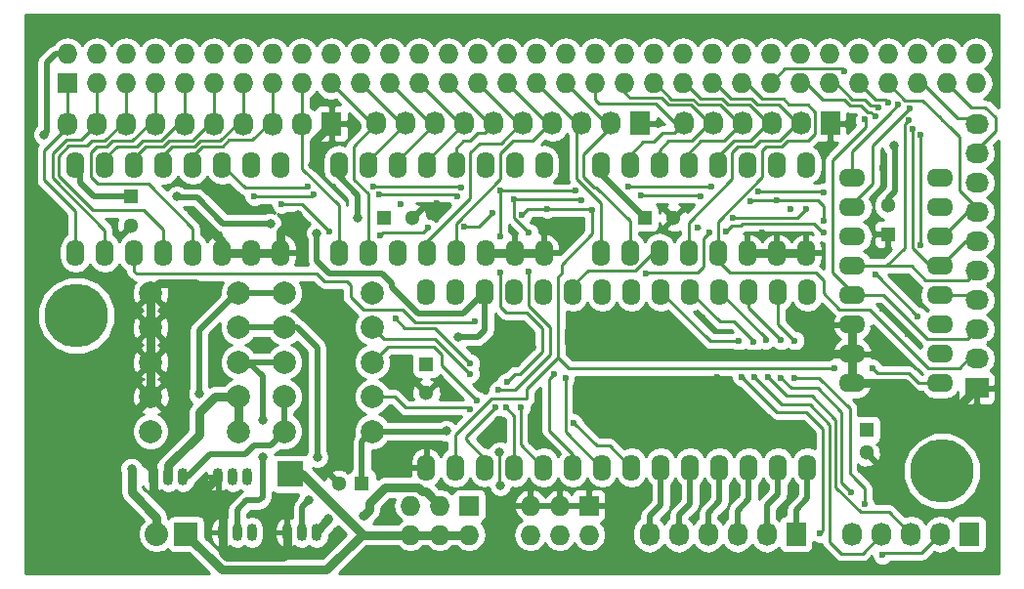
<source format=gtl>
G04 #@! TF.FileFunction,Copper,L1,Top,Signal*
%FSLAX46Y46*%
G04 Gerber Fmt 4.6, Leading zero omitted, Abs format (unit mm)*
G04 Created by KiCad (PCBNEW 4.0.4-stable) date 11/21/16 16:02:36*
%MOMM*%
%LPD*%
G01*
G04 APERTURE LIST*
%ADD10C,0.100000*%
%ADD11C,0.600000*%
%ADD12R,1.727200X1.727200*%
%ADD13O,1.727200X1.727200*%
%ADD14R,2.032000X2.032000*%
%ADD15O,2.032000X2.032000*%
%ADD16R,1.727200X2.032000*%
%ADD17O,1.727200X2.032000*%
%ADD18O,1.600000X2.300000*%
%ADD19R,2.235200X2.235200*%
%ADD20O,0.899160X1.501140*%
%ADD21C,1.998980*%
%ADD22C,5.500000*%
%ADD23R,1.300000X1.300000*%
%ADD24C,1.300000*%
%ADD25R,2.032000X1.727200*%
%ADD26O,2.032000X1.727200*%
%ADD27O,2.300000X1.600000*%
%ADD28C,0.800000*%
%ADD29C,0.750000*%
%ADD30C,0.500000*%
%ADD31C,0.250000*%
G04 APERTURE END LIST*
D10*
D11*
X252390000Y-123320000D03*
X250250000Y-121160000D03*
X251110000Y-118320000D03*
X258930000Y-143180000D03*
X254330000Y-143220000D03*
X249330000Y-143220000D03*
X244330000Y-143220000D03*
X239330000Y-143220000D03*
X234330000Y-143220000D03*
X229330000Y-143220000D03*
X223910000Y-143330000D03*
X219330000Y-143220000D03*
X214330000Y-143220000D03*
X178500000Y-96530000D03*
X183500000Y-96530000D03*
X188500000Y-96530000D03*
X193500000Y-96530000D03*
X198500000Y-96530000D03*
X203500000Y-96530000D03*
X208500000Y-96530000D03*
X213500000Y-96530000D03*
X218500000Y-96530000D03*
X223500000Y-96530000D03*
X228500000Y-96530000D03*
X233500000Y-96530000D03*
X238500000Y-96530000D03*
X243500000Y-96530000D03*
X248500000Y-96530000D03*
X253500000Y-96530000D03*
D12*
X179600000Y-101600000D03*
D13*
X179600000Y-99060000D03*
X182140000Y-101600000D03*
X182140000Y-99060000D03*
X184680000Y-101600000D03*
X184680000Y-99060000D03*
X187220000Y-101600000D03*
X187220000Y-99060000D03*
X189760000Y-101600000D03*
X189760000Y-99060000D03*
X192300000Y-101600000D03*
X192300000Y-99060000D03*
X194840000Y-101600000D03*
X194840000Y-99060000D03*
X197380000Y-101600000D03*
X197380000Y-99060000D03*
X199920000Y-101600000D03*
X199920000Y-99060000D03*
X202460000Y-101600000D03*
X202460000Y-99060000D03*
X205000000Y-101600000D03*
X205000000Y-99060000D03*
X207540000Y-101600000D03*
X207540000Y-99060000D03*
X210080000Y-101600000D03*
X210080000Y-99060000D03*
X212620000Y-101600000D03*
X212620000Y-99060000D03*
X215160000Y-101600000D03*
X215160000Y-99060000D03*
X217700000Y-101600000D03*
X217700000Y-99060000D03*
X220240000Y-101600000D03*
X220240000Y-99060000D03*
X222780000Y-101600000D03*
X222780000Y-99060000D03*
X225320000Y-101600000D03*
X225320000Y-99060000D03*
X227860000Y-101600000D03*
X227860000Y-99060000D03*
X230400000Y-101600000D03*
X230400000Y-99060000D03*
X232940000Y-101600000D03*
X232940000Y-99060000D03*
X235480000Y-101600000D03*
X235480000Y-99060000D03*
X238020000Y-101600000D03*
X238020000Y-99060000D03*
X240560000Y-101600000D03*
X240560000Y-99060000D03*
X243100000Y-101600000D03*
X243100000Y-99060000D03*
X245640000Y-101600000D03*
X245640000Y-99060000D03*
X248180000Y-101600000D03*
X248180000Y-99060000D03*
X250720000Y-101600000D03*
X250720000Y-99060000D03*
X253260000Y-101600000D03*
X253260000Y-99060000D03*
X255800000Y-101600000D03*
X255800000Y-99060000D03*
X258340000Y-101600000D03*
X258340000Y-99060000D03*
D11*
X244980000Y-109960000D03*
X222690000Y-108420000D03*
X199960000Y-130310000D03*
X199960000Y-127260000D03*
X196380000Y-124290000D03*
X192070000Y-123990000D03*
X192260000Y-126920000D03*
X206970000Y-139000000D03*
X203150000Y-140730000D03*
X242540000Y-136890000D03*
X239830000Y-136950000D03*
X237350000Y-136930000D03*
X234830000Y-136920000D03*
X232270000Y-136950000D03*
X244960000Y-122290000D03*
X242440000Y-121760000D03*
X201140000Y-103220000D03*
X234660000Y-121920000D03*
X249190000Y-123730000D03*
X251510000Y-125430000D03*
X259510000Y-124150000D03*
X259540000Y-119110000D03*
X259750000Y-111470000D03*
X250200000Y-108980000D03*
X249520000Y-113040000D03*
X242290000Y-112510000D03*
X239810000Y-114500000D03*
X231030000Y-112270000D03*
X223570000Y-114220000D03*
X220800000Y-113800000D03*
X218050000Y-114270000D03*
X208450000Y-112120000D03*
X211590000Y-112000000D03*
X199870000Y-115090000D03*
X195470000Y-112600000D03*
X192560000Y-110980000D03*
X183570000Y-113620000D03*
X183730000Y-124260000D03*
X183570000Y-118830000D03*
X177930000Y-117580000D03*
X189730000Y-121080000D03*
X189500000Y-124090000D03*
X189200000Y-127330000D03*
X188970000Y-130440000D03*
X204210000Y-130300000D03*
X204190000Y-124200000D03*
X201500000Y-121590000D03*
X220220000Y-132440000D03*
X216510000Y-131980000D03*
X209360000Y-130710000D03*
X211880000Y-130710000D03*
X212200000Y-133030000D03*
X207590000Y-135390000D03*
X207980000Y-133430000D03*
X207950000Y-127190000D03*
X208540000Y-125830000D03*
X215740000Y-125090000D03*
X218710000Y-122860000D03*
X229910000Y-122930000D03*
X225520000Y-122280000D03*
X259830000Y-100320000D03*
X258500000Y-96530000D03*
X176880000Y-98080000D03*
X176780000Y-111560000D03*
X177130000Y-114950000D03*
X177040000Y-124130000D03*
X179920000Y-126510000D03*
X182090000Y-130110000D03*
X181360000Y-140680000D03*
X181100000Y-134060000D03*
X177920000Y-133280000D03*
X177890000Y-140410000D03*
X184350000Y-140940000D03*
X188130000Y-143220000D03*
X188900000Y-138540000D03*
X191780000Y-138880000D03*
X198320000Y-137840000D03*
X197140000Y-141540000D03*
X206700000Y-143360000D03*
X209330000Y-143220000D03*
X214510000Y-136450000D03*
X219550000Y-136410000D03*
X218110000Y-138670000D03*
X216630000Y-141260000D03*
X228380000Y-136980000D03*
X227440000Y-140780000D03*
X252550000Y-138190000D03*
X250680000Y-136150000D03*
X259120000Y-137780000D03*
X259000000Y-131320000D03*
X252480000Y-131030000D03*
X252080000Y-128460000D03*
X248570000Y-129150000D03*
X235890000Y-127050000D03*
X237460000Y-128910000D03*
X231770000Y-128180000D03*
X225950000Y-130700000D03*
X243110000Y-132240000D03*
X240760000Y-132240000D03*
D14*
X189870000Y-140670000D03*
D15*
X187330000Y-140670000D03*
D16*
X242725000Y-140675000D03*
D17*
X240185000Y-140675000D03*
X237645000Y-140675000D03*
X235105000Y-140675000D03*
X232565000Y-140675000D03*
X230025000Y-140675000D03*
D18*
X210700000Y-134900000D03*
X213240000Y-134900000D03*
X215780000Y-134900000D03*
X218320000Y-134900000D03*
X220860000Y-134900000D03*
X223400000Y-134900000D03*
X225940000Y-134900000D03*
X228480000Y-134900000D03*
X231020000Y-134900000D03*
X233560000Y-134900000D03*
X236100000Y-134900000D03*
X238640000Y-134900000D03*
X241180000Y-134900000D03*
X243720000Y-134900000D03*
X243720000Y-119660000D03*
X241180000Y-119660000D03*
X238640000Y-119660000D03*
X236100000Y-119660000D03*
X233560000Y-119660000D03*
X231020000Y-119660000D03*
X228480000Y-119660000D03*
X225940000Y-119660000D03*
X223400000Y-119660000D03*
X220860000Y-119660000D03*
X218320000Y-119660000D03*
X215780000Y-119660000D03*
X213240000Y-119660000D03*
X210700000Y-119660000D03*
D12*
X214400000Y-138200000D03*
D13*
X214400000Y-140740000D03*
X211860000Y-138200000D03*
X211860000Y-140740000D03*
X209320000Y-138200000D03*
X209320000Y-140740000D03*
D19*
X198875000Y-135475000D03*
D12*
X224800000Y-138200000D03*
D13*
X224800000Y-140740000D03*
X222260000Y-138200000D03*
X222260000Y-140740000D03*
X219720000Y-138200000D03*
X219720000Y-140740000D03*
D16*
X257775000Y-140675000D03*
D17*
X255235000Y-140675000D03*
X252695000Y-140675000D03*
X250155000Y-140675000D03*
X247615000Y-140675000D03*
D20*
X194305000Y-140525000D03*
X193035000Y-140525000D03*
X195575000Y-140525000D03*
X199905000Y-140525000D03*
X198635000Y-140525000D03*
X201175000Y-140525000D03*
X193930000Y-135700000D03*
X192660000Y-135700000D03*
X195200000Y-135700000D03*
D21*
X194420000Y-125770000D03*
X186800000Y-125770000D03*
X206020000Y-125770000D03*
X198400000Y-125770000D03*
X194420000Y-122770000D03*
X186800000Y-122770000D03*
X206020000Y-122770000D03*
X198400000Y-122770000D03*
X194420000Y-119770000D03*
X186800000Y-119770000D03*
X206020000Y-119770000D03*
X198400000Y-119770000D03*
D22*
X180375000Y-121725000D03*
X255380000Y-135220000D03*
D20*
X188330000Y-135700000D03*
X187060000Y-135700000D03*
X189600000Y-135700000D03*
D21*
X206020000Y-128770000D03*
X198400000Y-128770000D03*
X194420000Y-131770000D03*
X186800000Y-131770000D03*
X186820000Y-128770000D03*
X194440000Y-128770000D03*
X206020000Y-131770000D03*
X198400000Y-131770000D03*
D23*
X185100000Y-111400000D03*
D24*
X185100000Y-113900000D03*
D23*
X207025000Y-113225000D03*
D24*
X209525000Y-113225000D03*
D23*
X229625000Y-113275000D03*
D24*
X232125000Y-113275000D03*
D23*
X250700000Y-114675000D03*
D24*
X250700000Y-112175000D03*
D23*
X210700000Y-125925000D03*
D24*
X210700000Y-128425000D03*
D16*
X229250000Y-105080000D03*
D17*
X226710000Y-105080000D03*
X224170000Y-105080000D03*
X221630000Y-105080000D03*
X219090000Y-105080000D03*
X216550000Y-105080000D03*
X214010000Y-105080000D03*
X211470000Y-105080000D03*
X208930000Y-105080000D03*
X206390000Y-105080000D03*
D16*
X202500000Y-105100000D03*
D17*
X199960000Y-105100000D03*
X197420000Y-105100000D03*
X194880000Y-105100000D03*
X192340000Y-105100000D03*
X189800000Y-105100000D03*
X187260000Y-105100000D03*
X184720000Y-105100000D03*
X182180000Y-105100000D03*
X179640000Y-105100000D03*
D25*
X258400000Y-128000000D03*
D26*
X258400000Y-125460000D03*
X258400000Y-122920000D03*
X258400000Y-120380000D03*
X258400000Y-117840000D03*
X258400000Y-115300000D03*
X258400000Y-112760000D03*
X258400000Y-110220000D03*
X258400000Y-107680000D03*
X258400000Y-105140000D03*
D16*
X245700000Y-105080000D03*
D17*
X243160000Y-105080000D03*
X240620000Y-105080000D03*
X238080000Y-105080000D03*
X235540000Y-105080000D03*
X233000000Y-105080000D03*
D18*
X203100000Y-116300000D03*
X205640000Y-116300000D03*
X208180000Y-116300000D03*
X210720000Y-116300000D03*
X213260000Y-116300000D03*
X215800000Y-116300000D03*
X218340000Y-116300000D03*
X220880000Y-116300000D03*
X220880000Y-108680000D03*
X218340000Y-108680000D03*
X215800000Y-108680000D03*
X213260000Y-108680000D03*
X210720000Y-108680000D03*
X208180000Y-108680000D03*
X205640000Y-108680000D03*
X203100000Y-108680000D03*
X180300000Y-116300000D03*
X182840000Y-116300000D03*
X185380000Y-116300000D03*
X187920000Y-116300000D03*
X190460000Y-116300000D03*
X193000000Y-116300000D03*
X195540000Y-116300000D03*
X198080000Y-116300000D03*
X198080000Y-108680000D03*
X195540000Y-108680000D03*
X193000000Y-108680000D03*
X190460000Y-108680000D03*
X187920000Y-108680000D03*
X185380000Y-108680000D03*
X182840000Y-108680000D03*
X180300000Y-108680000D03*
X225800000Y-116300000D03*
X228340000Y-116300000D03*
X230880000Y-116300000D03*
X233420000Y-116300000D03*
X235960000Y-116300000D03*
X238500000Y-116300000D03*
X241040000Y-116300000D03*
X243580000Y-116300000D03*
X243580000Y-108680000D03*
X241040000Y-108680000D03*
X238500000Y-108680000D03*
X235960000Y-108680000D03*
X233420000Y-108680000D03*
X230880000Y-108680000D03*
X228340000Y-108680000D03*
X225800000Y-108680000D03*
D27*
X247600000Y-109800000D03*
X247600000Y-112340000D03*
X247600000Y-114880000D03*
X247600000Y-117420000D03*
X247600000Y-119960000D03*
X247600000Y-122500000D03*
X247600000Y-125040000D03*
X247600000Y-127580000D03*
X255220000Y-127580000D03*
X255220000Y-125040000D03*
X255220000Y-122500000D03*
X255220000Y-119960000D03*
X255220000Y-117420000D03*
X255220000Y-114880000D03*
X255220000Y-112340000D03*
X255220000Y-109800000D03*
D23*
X248825000Y-131625000D03*
D24*
X248825000Y-133625000D03*
D23*
X205125000Y-136275000D03*
D24*
X203125000Y-136275000D03*
D11*
X224220000Y-127880000D03*
D28*
X202225000Y-139350000D03*
X205275000Y-139075000D03*
X217100000Y-136450000D03*
X213450000Y-123600000D03*
X217050000Y-133575000D03*
X212425000Y-131750000D03*
X197175000Y-113750000D03*
X189075000Y-111400000D03*
X201225000Y-114600000D03*
X251200000Y-107000000D03*
X204775000Y-113225000D03*
X177575000Y-106025000D03*
X223400000Y-124475000D03*
X219850000Y-124450000D03*
X215475000Y-127850000D03*
X224700000Y-121300000D03*
X190825000Y-119150000D03*
X190325000Y-112650000D03*
X200875000Y-108725000D03*
X199575000Y-112975000D03*
X185150000Y-135000000D03*
D11*
X246900000Y-100525000D03*
X248700000Y-104750000D03*
X249600000Y-104500000D03*
X253500000Y-106075000D03*
X253525000Y-115650000D03*
X249875000Y-103700000D03*
X252825000Y-105575000D03*
X252525000Y-104775000D03*
X250700000Y-103275000D03*
X251600000Y-103475000D03*
X252600000Y-103750000D03*
X248675000Y-138075000D03*
X242620000Y-123900000D03*
X242620000Y-127140000D03*
X250225000Y-142500000D03*
X247525000Y-137025000D03*
X241440000Y-123870000D03*
X241440000Y-127120000D03*
X240290000Y-127090000D03*
X240100000Y-123850000D03*
X239070000Y-124040000D03*
X239150000Y-127100000D03*
X244825000Y-140625000D03*
X238010000Y-127060000D03*
X237770000Y-123960000D03*
D28*
X196500000Y-134000000D03*
X196500000Y-130750000D03*
X201250000Y-134000000D03*
X200500000Y-137750000D03*
X191000000Y-128500000D03*
D11*
X218850000Y-129725000D03*
X215100000Y-129100000D03*
X221770000Y-126810000D03*
X214500000Y-126800000D03*
X222740000Y-127150000D03*
X214500000Y-125850000D03*
X208025000Y-122000000D03*
X225075000Y-112625000D03*
X249325000Y-126300000D03*
X246050000Y-126300000D03*
X237275000Y-113250000D03*
X243625000Y-112475000D03*
X198150000Y-112075000D03*
X202300000Y-114450000D03*
X206725000Y-114750000D03*
X210825000Y-114150000D03*
X213975000Y-114025000D03*
X216400000Y-112875000D03*
X219000000Y-113000000D03*
X221175000Y-112500000D03*
X234200000Y-114075000D03*
X195800000Y-111375000D03*
X200975000Y-111250000D03*
X206625000Y-111225000D03*
X213400000Y-111425000D03*
X219600000Y-117900000D03*
X219600000Y-114575000D03*
X216700000Y-129650000D03*
X216925000Y-128200000D03*
X218325000Y-111675000D03*
X224100000Y-111775000D03*
X229300000Y-111350000D03*
X234475000Y-111425000D03*
X238775000Y-111825000D03*
X253300000Y-121825000D03*
X249625000Y-118175000D03*
X245150000Y-113550000D03*
X241100000Y-111725000D03*
X200425000Y-110575000D03*
X206075000Y-110550000D03*
X213750000Y-110600000D03*
X217075000Y-114850000D03*
X217075000Y-117975000D03*
X217675000Y-127475000D03*
X217575000Y-129700000D03*
X217100000Y-110925000D03*
X223650000Y-110875000D03*
X228225000Y-110575000D03*
X235400000Y-110575000D03*
X245150000Y-111075000D03*
X239500000Y-111000000D03*
X214900000Y-122200000D03*
X245150000Y-114500000D03*
X236650000Y-114475000D03*
X235250000Y-114500000D03*
X229750000Y-118075000D03*
X223475000Y-131025000D03*
X214450000Y-129850000D03*
D29*
X189870000Y-140670000D02*
X192950000Y-143750000D01*
X202075000Y-143750000D02*
X205150000Y-140675000D01*
X192950000Y-143750000D02*
X202075000Y-143750000D01*
X189870000Y-140670000D02*
X189870000Y-141045000D01*
X211860000Y-140740000D02*
X214400000Y-140740000D01*
X209320000Y-140740000D02*
X211860000Y-140740000D01*
X198875000Y-135475000D02*
X199950000Y-135475000D01*
X199950000Y-135475000D02*
X205150000Y-140675000D01*
X205150000Y-140675000D02*
X205200000Y-140725000D01*
X205215000Y-140740000D02*
X209320000Y-140740000D01*
X205200000Y-140725000D02*
X205215000Y-140740000D01*
X201175000Y-140525000D02*
X201175000Y-140400000D01*
X201175000Y-140400000D02*
X202225000Y-139350000D01*
X205275000Y-139075000D02*
X205750000Y-138600000D01*
X205750000Y-138600000D02*
X205750000Y-137975000D01*
X205750000Y-137975000D02*
X207100000Y-136625000D01*
X207100000Y-136625000D02*
X209975000Y-136625000D01*
X209975000Y-136625000D02*
X210350000Y-137000000D01*
X210350000Y-137000000D02*
X210660000Y-137000000D01*
X210660000Y-137000000D02*
X211860000Y-138200000D01*
X211625000Y-138200000D02*
X211860000Y-138200000D01*
D30*
X215780000Y-122545000D02*
X215780000Y-122995000D01*
X215780000Y-119660000D02*
X215780000Y-122545000D01*
X215175000Y-123600000D02*
X213450000Y-123600000D01*
X215780000Y-122995000D02*
X215175000Y-123600000D01*
X206020000Y-131770000D02*
X212405000Y-131770000D01*
X212405000Y-131770000D02*
X212425000Y-131750000D01*
X205125000Y-132665000D02*
X206020000Y-131770000D01*
D31*
X217037500Y-133562500D02*
X217037500Y-136387500D01*
D30*
X205125000Y-136275000D02*
X205125000Y-132665000D01*
X193100000Y-113750000D02*
X197175000Y-113750000D01*
X190825000Y-111475000D02*
X193100000Y-113750000D01*
X189150000Y-111475000D02*
X190825000Y-111475000D01*
X189075000Y-111400000D02*
X189150000Y-111475000D01*
X215780000Y-119660000D02*
X215780000Y-119720000D01*
X215780000Y-119720000D02*
X213925000Y-121575000D01*
X213925000Y-121575000D02*
X210000000Y-121575000D01*
X210000000Y-121575000D02*
X207725000Y-119300000D01*
X207725000Y-119300000D02*
X207725000Y-118950000D01*
X207725000Y-118950000D02*
X206850000Y-118075000D01*
X206850000Y-118075000D02*
X202300000Y-118075000D01*
X202300000Y-118075000D02*
X201225000Y-117000000D01*
X201225000Y-117000000D02*
X201225000Y-114600000D01*
X229625000Y-113275000D02*
X229600000Y-113275000D01*
X229600000Y-113275000D02*
X225800000Y-109475000D01*
X225800000Y-109475000D02*
X225800000Y-108680000D01*
X250700000Y-112175000D02*
X250700000Y-111575000D01*
X250700000Y-111575000D02*
X251325000Y-110950000D01*
X251325000Y-110950000D02*
X251325000Y-107125000D01*
X251325000Y-107125000D02*
X251200000Y-107000000D01*
X185100000Y-111400000D02*
X181925000Y-111400000D01*
X180725000Y-110200000D02*
X180725000Y-109105000D01*
X181925000Y-111400000D02*
X180725000Y-110200000D01*
X180725000Y-109105000D02*
X180300000Y-108680000D01*
X204725000Y-111275000D02*
X203100000Y-109650000D01*
X204725000Y-113175000D02*
X204725000Y-111275000D01*
X204775000Y-113225000D02*
X204725000Y-113175000D01*
X203100000Y-109650000D02*
X203100000Y-108680000D01*
X177575000Y-106025000D02*
X177800000Y-105800000D01*
X177800000Y-105800000D02*
X177800000Y-99825000D01*
X177800000Y-99825000D02*
X178565000Y-99060000D01*
X178565000Y-99060000D02*
X179600000Y-99060000D01*
D29*
X197175002Y-142625000D02*
X198300000Y-142625000D01*
X193375000Y-142625000D02*
X197175002Y-142625000D01*
X193030000Y-142280000D02*
X193375000Y-142625000D01*
X193030000Y-140530000D02*
X193030000Y-142280000D01*
X198635000Y-142290000D02*
X198635000Y-140525000D01*
X198300000Y-142625000D02*
X198635000Y-142290000D01*
X193035000Y-140525000D02*
X193035000Y-138585000D01*
X192000000Y-137550000D02*
X190810000Y-137550000D01*
X193035000Y-138585000D02*
X192000000Y-137550000D01*
X193030000Y-140530000D02*
X193035000Y-140525000D01*
X218875000Y-124450000D02*
X219850000Y-124450000D01*
X215475000Y-127850000D02*
X218875000Y-124450000D01*
X223025000Y-124100000D02*
X223400000Y-124475000D01*
X223025000Y-122975000D02*
X224700000Y-121300000D01*
X223025000Y-124100000D02*
X223025000Y-122975000D01*
X187060000Y-135700000D02*
X187060000Y-136860000D01*
X187060000Y-136860000D02*
X187750000Y-137550000D01*
X187750000Y-137550000D02*
X190810000Y-137550000D01*
X190810000Y-137550000D02*
X192660000Y-135700000D01*
X187060000Y-135700000D02*
X187060000Y-135085000D01*
X187060000Y-135085000D02*
X184775000Y-132800000D01*
X184775000Y-132800000D02*
X184775000Y-130815000D01*
X184775000Y-130815000D02*
X186820000Y-128770000D01*
X186820000Y-128770000D02*
X186820000Y-125790000D01*
X186820000Y-125790000D02*
X186800000Y-125770000D01*
X186800000Y-125770000D02*
X186800000Y-122770000D01*
X186800000Y-119770000D02*
X186800000Y-122770000D01*
X187595000Y-118975000D02*
X186800000Y-119770000D01*
X190650000Y-118975000D02*
X187595000Y-118975000D01*
X190825000Y-119150000D02*
X190650000Y-118975000D01*
X223965000Y-125040000D02*
X247600000Y-125040000D01*
X223400000Y-124475000D02*
X223965000Y-125040000D01*
X193000000Y-116300000D02*
X193000000Y-115325000D01*
X193000000Y-115325000D02*
X190325000Y-112650000D01*
X198080000Y-116300000D02*
X198080000Y-114470000D01*
X200975000Y-106625000D02*
X202500000Y-105100000D01*
X200975000Y-108625000D02*
X200975000Y-106625000D01*
X200875000Y-108725000D02*
X200975000Y-108625000D01*
X198080000Y-114470000D02*
X199575000Y-112975000D01*
X215800000Y-116300000D02*
X218340000Y-116300000D01*
X220880000Y-116300000D02*
X218340000Y-116300000D01*
X198080000Y-116300000D02*
X195540000Y-116300000D01*
X193000000Y-116300000D02*
X195540000Y-116300000D01*
X247600000Y-127580000D02*
X252130000Y-127580000D01*
X257050000Y-129350000D02*
X258400000Y-128000000D01*
X253900000Y-129350000D02*
X257050000Y-129350000D01*
X252130000Y-127580000D02*
X253900000Y-129350000D01*
X247600000Y-127580000D02*
X247600000Y-125040000D01*
X247600000Y-125040000D02*
X247600000Y-122500000D01*
X243580000Y-116300000D02*
X241040000Y-116300000D01*
X241040000Y-116300000D02*
X238500000Y-116300000D01*
X185150000Y-135000000D02*
X185150000Y-137050000D01*
X185150000Y-137050000D02*
X187330000Y-139230000D01*
X187330000Y-139230000D02*
X187330000Y-140670000D01*
D30*
X243720000Y-134900000D02*
X243720000Y-137605000D01*
X242725000Y-138600000D02*
X242725000Y-140675000D01*
X243720000Y-137605000D02*
X242725000Y-138600000D01*
X241180000Y-134900000D02*
X241180000Y-137195000D01*
X240185000Y-138190000D02*
X240185000Y-140675000D01*
X241180000Y-137195000D02*
X240185000Y-138190000D01*
X238640000Y-134900000D02*
X238640000Y-137635000D01*
X237645000Y-138630000D02*
X237645000Y-140675000D01*
X238640000Y-137635000D02*
X237645000Y-138630000D01*
X236100000Y-134900000D02*
X236100000Y-137850000D01*
X235105000Y-138845000D02*
X235105000Y-140675000D01*
X236100000Y-137850000D02*
X235105000Y-138845000D01*
X233560000Y-134900000D02*
X233560000Y-138040000D01*
X232565000Y-139035000D02*
X232565000Y-140675000D01*
X233560000Y-138040000D02*
X232565000Y-139035000D01*
X231020000Y-134900000D02*
X231020000Y-138130000D01*
X230025000Y-139125000D02*
X230025000Y-140675000D01*
X231020000Y-138130000D02*
X230025000Y-139125000D01*
D31*
X179640000Y-105100000D02*
X179640000Y-101640000D01*
X179640000Y-101640000D02*
X179600000Y-101600000D01*
X180300000Y-116300000D02*
X180300000Y-112700000D01*
X177600000Y-107400000D02*
X179640000Y-105360000D01*
X177600000Y-110000000D02*
X177600000Y-107400000D01*
X180300000Y-112700000D02*
X177600000Y-110000000D01*
X179640000Y-105360000D02*
X179640000Y-105100000D01*
X182180000Y-105100000D02*
X182180000Y-101640000D01*
X182180000Y-101640000D02*
X182140000Y-101600000D01*
X182840000Y-116300000D02*
X182840000Y-114340000D01*
X180780000Y-106500000D02*
X182180000Y-105100000D01*
X179500000Y-106500000D02*
X180780000Y-106500000D01*
X178300000Y-107700000D02*
X179500000Y-106500000D01*
X178300000Y-109800000D02*
X178300000Y-107700000D01*
X182840000Y-114340000D02*
X178300000Y-109800000D01*
X182840000Y-116300000D02*
X182840000Y-115640000D01*
X184720000Y-105100000D02*
X184720000Y-101640000D01*
X184720000Y-101640000D02*
X184680000Y-101600000D01*
X187920000Y-114420000D02*
X187920000Y-114320000D01*
X181300000Y-107000000D02*
X181700000Y-106600000D01*
X181700000Y-106600000D02*
X182800000Y-106600000D01*
X184300000Y-105100000D02*
X182800000Y-106600000D01*
X187920000Y-114420000D02*
X187920000Y-116300000D01*
X178800000Y-107900000D02*
X179700000Y-107000000D01*
X178800000Y-109600000D02*
X178800000Y-107900000D01*
X181600000Y-112400000D02*
X178800000Y-109600000D01*
X179700000Y-107000000D02*
X181300000Y-107000000D01*
X181800000Y-112600000D02*
X181600000Y-112400000D01*
X186200000Y-112600000D02*
X181800000Y-112600000D01*
X187920000Y-114320000D02*
X186200000Y-112600000D01*
X184300000Y-105100000D02*
X184720000Y-105100000D01*
X184720000Y-105280000D02*
X184720000Y-105100000D01*
X187260000Y-105100000D02*
X187260000Y-101640000D01*
X187260000Y-101640000D02*
X187220000Y-101600000D01*
X182100000Y-107100000D02*
X182978826Y-107100000D01*
X190460000Y-114160000D02*
X186600000Y-110300000D01*
X186600000Y-110300000D02*
X182200000Y-110300000D01*
X182200000Y-110300000D02*
X181600000Y-109700000D01*
X181600000Y-109700000D02*
X181600000Y-107600000D01*
X181600000Y-107600000D02*
X182100000Y-107100000D01*
X190460000Y-116300000D02*
X190460000Y-114160000D01*
X185200000Y-106600000D02*
X186700000Y-105100000D01*
X183478826Y-106600000D02*
X185200000Y-106600000D01*
X182978826Y-107100000D02*
X183478826Y-106600000D01*
X186700000Y-105100000D02*
X187260000Y-105100000D01*
X189800000Y-105100000D02*
X189800000Y-101640000D01*
X189800000Y-101640000D02*
X189760000Y-101600000D01*
X182840000Y-108680000D02*
X182840000Y-108140002D01*
X182840000Y-108140002D02*
X183880002Y-107100000D01*
X183880002Y-107100000D02*
X185600000Y-107100000D01*
X185600000Y-107100000D02*
X186100000Y-106600000D01*
X186100000Y-106600000D02*
X187700000Y-106600000D01*
X187700000Y-106600000D02*
X189200000Y-105100000D01*
X189200000Y-105100000D02*
X189800000Y-105100000D01*
X192340000Y-105100000D02*
X192340000Y-101640000D01*
X192340000Y-101640000D02*
X192300000Y-101600000D01*
X185380000Y-108680000D02*
X185380000Y-108100002D01*
X185380000Y-108100002D02*
X186380002Y-107100000D01*
X186380002Y-107100000D02*
X187900000Y-107100000D01*
X187900000Y-107100000D02*
X188400000Y-106600000D01*
X188400000Y-106600000D02*
X190400000Y-106600000D01*
X190400000Y-106600000D02*
X191900000Y-105100000D01*
X191900000Y-105100000D02*
X192340000Y-105100000D01*
X194880000Y-105100000D02*
X194880000Y-101640000D01*
X194880000Y-101640000D02*
X194840000Y-101600000D01*
X187920000Y-108680000D02*
X187920000Y-107860002D01*
X187920000Y-107860002D02*
X188680002Y-107100000D01*
X188680002Y-107100000D02*
X190578826Y-107100000D01*
X190578826Y-107100000D02*
X191078826Y-106600000D01*
X191078826Y-106600000D02*
X192800000Y-106600000D01*
X192800000Y-106600000D02*
X194300000Y-105100000D01*
X194300000Y-105100000D02*
X194880000Y-105100000D01*
X197420000Y-105100000D02*
X197420000Y-101640000D01*
X197420000Y-101640000D02*
X197380000Y-101600000D01*
X190460000Y-108680000D02*
X190460000Y-107897652D01*
X190460000Y-107897652D02*
X191277650Y-107080002D01*
X191277650Y-107080002D02*
X193019998Y-107080002D01*
X193019998Y-107080002D02*
X193600000Y-106500000D01*
X193600000Y-106500000D02*
X195600000Y-106500000D01*
X195600000Y-106500000D02*
X197000000Y-105100000D01*
X197000000Y-105100000D02*
X197420000Y-105100000D01*
X199960000Y-105100000D02*
X199960000Y-101640000D01*
X199960000Y-101640000D02*
X199920000Y-101600000D01*
X203100000Y-116300000D02*
X203100000Y-112200000D01*
X199960000Y-109060000D02*
X199960000Y-105100000D01*
X203100000Y-112200000D02*
X199960000Y-109060000D01*
X205640000Y-116300000D02*
X205640000Y-111165000D01*
X204425000Y-107050000D02*
X206390000Y-105085000D01*
X204425000Y-109950000D02*
X204425000Y-107050000D01*
X205640000Y-111165000D02*
X204425000Y-109950000D01*
X206390000Y-105085000D02*
X206390000Y-105080000D01*
X206390000Y-105080000D02*
X205940000Y-105080000D01*
X205940000Y-105080000D02*
X202460000Y-101600000D01*
X208930000Y-105080000D02*
X208480000Y-105080000D01*
X208480000Y-105080000D02*
X205000000Y-101600000D01*
X205640000Y-108680000D02*
X205640000Y-108370000D01*
X205640000Y-108370000D02*
X208930000Y-105080000D01*
X211470000Y-105080000D02*
X211020000Y-105080000D01*
X211020000Y-105080000D02*
X207540000Y-101600000D01*
X208180000Y-108680000D02*
X208180000Y-108370000D01*
X208180000Y-108370000D02*
X211470000Y-105080000D01*
X214010000Y-105080000D02*
X213560000Y-105080000D01*
X213560000Y-105080000D02*
X210080000Y-101600000D01*
X210720000Y-108680000D02*
X210720000Y-108370000D01*
X210720000Y-108370000D02*
X214010000Y-105080000D01*
X216550000Y-105080000D02*
X216100000Y-105080000D01*
X216100000Y-105080000D02*
X212620000Y-101600000D01*
X213260000Y-108680000D02*
X213260000Y-107240000D01*
X215730000Y-105900000D02*
X216550000Y-105080000D01*
X215200000Y-105900000D02*
X215730000Y-105900000D01*
X214500000Y-106600000D02*
X215200000Y-105900000D01*
X213900000Y-106600000D02*
X214500000Y-106600000D01*
X213260000Y-107240000D02*
X213900000Y-106600000D01*
X213260000Y-108680000D02*
X213260000Y-108370000D01*
X210720000Y-116300000D02*
X210720000Y-115330000D01*
X210720000Y-115330000D02*
X214500000Y-111550000D01*
X214500000Y-111550000D02*
X214500000Y-109900000D01*
X219090000Y-105080000D02*
X218640000Y-105080000D01*
X218640000Y-105080000D02*
X215160000Y-101600000D01*
X217200000Y-106800000D02*
X218920000Y-105080000D01*
X215300000Y-106800000D02*
X217200000Y-106800000D01*
X214500000Y-107600000D02*
X215300000Y-106800000D01*
X214500000Y-109900000D02*
X214500000Y-107600000D01*
X218920000Y-105080000D02*
X219090000Y-105080000D01*
X221630000Y-105080000D02*
X221180000Y-105080000D01*
X221180000Y-105080000D02*
X217700000Y-101600000D01*
X213260000Y-116300000D02*
X213260000Y-113740000D01*
X219900000Y-106600000D02*
X221420000Y-105080000D01*
X218200000Y-106600000D02*
X219900000Y-106600000D01*
X217100000Y-107700000D02*
X218200000Y-106600000D01*
X217100000Y-109900000D02*
X217100000Y-107700000D01*
X213260000Y-113740000D02*
X217100000Y-109900000D01*
X221420000Y-105080000D02*
X221630000Y-105080000D01*
X224170000Y-105080000D02*
X223720000Y-105080000D01*
X223720000Y-105080000D02*
X220240000Y-101600000D01*
X225800000Y-116300000D02*
X225800000Y-112000000D01*
X223700000Y-109900000D02*
X223700000Y-105550000D01*
X225800000Y-112000000D02*
X223700000Y-109900000D01*
X223700000Y-105550000D02*
X224170000Y-105080000D01*
X226710000Y-105080000D02*
X226260000Y-105080000D01*
X226260000Y-105080000D02*
X222780000Y-101600000D01*
X228340000Y-116300000D02*
X228340000Y-113540000D01*
X224300000Y-107800000D02*
X226710000Y-105390000D01*
X224300000Y-109700000D02*
X224300000Y-107800000D01*
X225200000Y-110600000D02*
X224300000Y-109700000D01*
X225400000Y-110600000D02*
X225200000Y-110600000D01*
X228340000Y-113540000D02*
X225400000Y-110600000D01*
X226710000Y-105390000D02*
X226710000Y-105080000D01*
X233000000Y-105080000D02*
X232280000Y-105080000D01*
X232280000Y-105080000D02*
X230575000Y-103375000D01*
X225320000Y-103020000D02*
X225320000Y-101600000D01*
X225675000Y-103375000D02*
X225320000Y-103020000D01*
X230575000Y-103375000D02*
X225675000Y-103375000D01*
X233000000Y-105080000D02*
X232580000Y-105080000D01*
X228340000Y-108680000D02*
X228340000Y-107860000D01*
X228340000Y-107860000D02*
X229500000Y-106700000D01*
X229500000Y-106700000D02*
X230400000Y-106700000D01*
X230400000Y-106700000D02*
X231200000Y-105900000D01*
X231200000Y-105900000D02*
X232180000Y-105900000D01*
X232180000Y-105900000D02*
X233000000Y-105080000D01*
X235540000Y-105080000D02*
X235205000Y-105080000D01*
X235205000Y-105080000D02*
X233600000Y-103475000D01*
X228350000Y-102875000D02*
X227860000Y-102385000D01*
X231100000Y-102875000D02*
X228350000Y-102875000D01*
X231700000Y-103475000D02*
X231100000Y-102875000D01*
X233600000Y-103475000D02*
X231700000Y-103475000D01*
X227860000Y-102385000D02*
X227860000Y-101600000D01*
X230880000Y-108680000D02*
X230880000Y-107420000D01*
X233700000Y-106600000D02*
X235220000Y-105080000D01*
X231700000Y-106600000D02*
X233700000Y-106600000D01*
X230880000Y-107420000D02*
X231700000Y-106600000D01*
X235220000Y-105080000D02*
X235540000Y-105080000D01*
X238080000Y-105080000D02*
X237730000Y-105080000D01*
X237730000Y-105080000D02*
X236125000Y-103475000D01*
X231944998Y-102994998D02*
X230550000Y-101600000D01*
X233798824Y-102994998D02*
X231944998Y-102994998D01*
X234278826Y-103475000D02*
X233798824Y-102994998D01*
X236125000Y-103475000D02*
X234278826Y-103475000D01*
X230550000Y-101600000D02*
X230400000Y-101600000D01*
X233420000Y-108680000D02*
X233420000Y-107680000D01*
X233420000Y-107680000D02*
X234500000Y-106600000D01*
X234500000Y-106600000D02*
X236500000Y-106600000D01*
X236500000Y-106600000D02*
X238020000Y-105080000D01*
X238020000Y-105080000D02*
X238080000Y-105080000D01*
X240620000Y-105080000D02*
X240280000Y-105080000D01*
X240280000Y-105080000D02*
X238673087Y-103473087D01*
X234446174Y-102946174D02*
X233100000Y-101600000D01*
X236321174Y-102946174D02*
X234446174Y-102946174D01*
X236848087Y-103473087D02*
X236321174Y-102946174D01*
X238673087Y-103473087D02*
X236848087Y-103473087D01*
X233100000Y-101600000D02*
X232940000Y-101600000D01*
X235960000Y-108680000D02*
X235960000Y-107940000D01*
X235960000Y-107940000D02*
X237300000Y-106600000D01*
X237300000Y-106600000D02*
X238800000Y-106600000D01*
X238800000Y-106600000D02*
X240320000Y-105080000D01*
X240320000Y-105080000D02*
X240620000Y-105080000D01*
X243160000Y-105080000D02*
X242830000Y-105080000D01*
X242830000Y-105080000D02*
X241225000Y-103475000D01*
X237073087Y-102973087D02*
X235700000Y-101600000D01*
X238873087Y-102973087D02*
X237073087Y-102973087D01*
X239375000Y-103475000D02*
X238873087Y-102973087D01*
X241225000Y-103475000D02*
X239375000Y-103475000D01*
X235700000Y-101600000D02*
X235480000Y-101600000D01*
X233420000Y-116300000D02*
X233420000Y-113680000D01*
X241300000Y-106600000D02*
X242820000Y-105080000D01*
X239600000Y-106600000D02*
X241300000Y-106600000D01*
X239100000Y-107100000D02*
X239600000Y-106600000D01*
X237700000Y-107100000D02*
X239100000Y-107100000D01*
X237200000Y-107600000D02*
X237700000Y-107100000D01*
X237200000Y-109900000D02*
X237200000Y-107600000D01*
X233420000Y-113680000D02*
X237200000Y-109900000D01*
X242820000Y-105080000D02*
X243160000Y-105080000D01*
X235960000Y-116300000D02*
X235960000Y-113565000D01*
X239800000Y-102975000D02*
X238425000Y-101600000D01*
X241625000Y-102975000D02*
X239800000Y-102975000D01*
X242125000Y-103475000D02*
X241625000Y-102975000D01*
X243775000Y-103475000D02*
X242125000Y-103475000D01*
X244400000Y-104100000D02*
X243775000Y-103475000D01*
X244400000Y-105950000D02*
X244400000Y-104100000D01*
X243750000Y-106600000D02*
X244400000Y-105950000D01*
X242025000Y-106600000D02*
X243750000Y-106600000D01*
X241525000Y-107100000D02*
X242025000Y-106600000D01*
X240100000Y-107100000D02*
X241525000Y-107100000D01*
X239775000Y-107425000D02*
X240100000Y-107100000D01*
X239775000Y-109750000D02*
X239775000Y-107425000D01*
X235960000Y-113565000D02*
X239775000Y-109750000D01*
X238425000Y-101600000D02*
X238020000Y-101600000D01*
X247275000Y-121200000D02*
X246525000Y-121200000D01*
X249100000Y-121200000D02*
X247275000Y-121200000D01*
X254175000Y-126275000D02*
X249100000Y-121200000D01*
X256875000Y-126275000D02*
X254175000Y-126275000D01*
X257690000Y-125460000D02*
X256875000Y-126275000D01*
X237025000Y-118025000D02*
X235960000Y-116960000D01*
X244450000Y-118025000D02*
X237025000Y-118025000D01*
X245125000Y-118700000D02*
X244450000Y-118025000D01*
X245125000Y-119800000D02*
X245125000Y-118700000D01*
X246525000Y-121200000D02*
X245125000Y-119800000D01*
X235960000Y-116960000D02*
X235960000Y-116300000D01*
X258400000Y-125460000D02*
X257690000Y-125460000D01*
X238225000Y-101600000D02*
X238020000Y-101600000D01*
X240560000Y-101600000D02*
X240560000Y-101565000D01*
X240560000Y-101565000D02*
X241775000Y-100350000D01*
X241775000Y-100350000D02*
X246725000Y-100350000D01*
X246725000Y-100350000D02*
X246900000Y-100525000D01*
X247600000Y-119960000D02*
X247600000Y-119725000D01*
X247600000Y-119725000D02*
X245875000Y-118000000D01*
X248750000Y-104800000D02*
X248700000Y-104750000D01*
X248750000Y-105375000D02*
X248750000Y-104800000D01*
X245875000Y-108250000D02*
X248750000Y-105375000D01*
X245875000Y-118000000D02*
X245875000Y-108250000D01*
X247600000Y-119960000D02*
X250310000Y-119960000D01*
X257545000Y-123775000D02*
X258400000Y-122920000D01*
X254125000Y-123775000D02*
X257545000Y-123775000D01*
X250310000Y-119960000D02*
X254125000Y-123775000D01*
X245050000Y-103050000D02*
X243600000Y-101600000D01*
X246925000Y-103050000D02*
X245050000Y-103050000D01*
X247375000Y-103500000D02*
X246925000Y-103050000D01*
X248350000Y-103500000D02*
X247375000Y-103500000D01*
X248950000Y-104100000D02*
X248350000Y-103500000D01*
X249200000Y-104100000D02*
X248950000Y-104100000D01*
X249600000Y-104500000D02*
X249200000Y-104100000D01*
X253500000Y-115625000D02*
X253500000Y-106075000D01*
X253525000Y-115650000D02*
X253500000Y-115625000D01*
X243600000Y-101600000D02*
X243100000Y-101600000D01*
X255220000Y-119960000D02*
X257980000Y-119960000D01*
X257980000Y-119960000D02*
X258400000Y-120380000D01*
X255220000Y-117420000D02*
X254320000Y-117420000D01*
X254320000Y-117420000D02*
X252825000Y-115925000D01*
X247625000Y-103000000D02*
X246225000Y-101600000D01*
X248650000Y-103000000D02*
X247625000Y-103000000D01*
X249200000Y-103550000D02*
X248650000Y-103000000D01*
X249725000Y-103550000D02*
X249200000Y-103550000D01*
X249875000Y-103700000D02*
X249725000Y-103550000D01*
X252825000Y-115925000D02*
X252825000Y-105575000D01*
X246225000Y-101600000D02*
X245640000Y-101600000D01*
X255220000Y-117420000D02*
X255305000Y-117420000D01*
X255305000Y-117420000D02*
X257425000Y-115300000D01*
X257425000Y-115300000D02*
X258400000Y-115300000D01*
X250375000Y-117420000D02*
X250580000Y-117420000D01*
X252150000Y-105150000D02*
X252525000Y-104775000D01*
X252150000Y-115850000D02*
X252150000Y-105150000D01*
X250580000Y-117420000D02*
X252150000Y-115850000D01*
X247600000Y-117420000D02*
X250105000Y-117420000D01*
X249605000Y-103025000D02*
X248180000Y-101600000D01*
X250700000Y-103275000D02*
X250450000Y-103025000D01*
X250450000Y-103025000D02*
X249605000Y-103025000D01*
X247600000Y-117420000D02*
X250375000Y-117420000D01*
X250375000Y-117420000D02*
X252720000Y-117420000D01*
X257565000Y-118675000D02*
X258400000Y-117840000D01*
X253975000Y-118675000D02*
X257565000Y-118675000D01*
X252720000Y-117420000D02*
X253975000Y-118675000D01*
X256125000Y-105500000D02*
X256875000Y-106250000D01*
X255300000Y-104675000D02*
X256125000Y-105500000D01*
X250720000Y-101600000D02*
X252195000Y-103075000D01*
X253700000Y-103075000D02*
X252195000Y-103075000D01*
X255287500Y-104662500D02*
X253700000Y-103075000D01*
X255300000Y-104675000D02*
X255287500Y-104662500D01*
X256875000Y-110900000D02*
X258400000Y-112425000D01*
X256875000Y-106250000D02*
X256875000Y-110900000D01*
X255470000Y-114880000D02*
X257590000Y-112760000D01*
X257590000Y-112760000D02*
X258400000Y-112760000D01*
X258400000Y-112760000D02*
X258400000Y-112425000D01*
X255150000Y-103050000D02*
X256300000Y-104200000D01*
X253700000Y-101600000D02*
X255150000Y-103050000D01*
X256700000Y-104600000D02*
X257860000Y-104600000D01*
X256300000Y-104200000D02*
X256700000Y-104600000D01*
X257860000Y-104600000D02*
X258400000Y-105140000D01*
X250825000Y-104250000D02*
X251600000Y-103475000D01*
X247600000Y-107475000D02*
X250825000Y-104250000D01*
X247600000Y-109800000D02*
X247600000Y-107475000D01*
X253700000Y-101600000D02*
X253260000Y-101600000D01*
X247600000Y-112050000D02*
X249350000Y-110300000D01*
X249350000Y-110300000D02*
X249350000Y-107000000D01*
X249350000Y-107000000D02*
X251450000Y-104900000D01*
X251450000Y-104900000D02*
X252600000Y-103750000D01*
X247600000Y-112340000D02*
X247600000Y-112050000D01*
X258400000Y-107680000D02*
X258400000Y-107350000D01*
X258400000Y-107350000D02*
X260000000Y-105750000D01*
X260000000Y-105750000D02*
X260000000Y-104550000D01*
X260000000Y-104550000D02*
X259125000Y-103675000D01*
X259125000Y-103675000D02*
X257875000Y-103675000D01*
X257875000Y-103675000D02*
X255800000Y-101600000D01*
X258400000Y-110220000D02*
X258400000Y-110175000D01*
X255220000Y-112340000D02*
X255220000Y-112220000D01*
X247375000Y-129800000D02*
X247375000Y-135400000D01*
X247850000Y-135875000D02*
X248675000Y-136700000D01*
X248675000Y-136700000D02*
X248675000Y-138075000D01*
X244620000Y-127140000D02*
X242620000Y-127140000D01*
X244715000Y-127140000D02*
X244620000Y-127140000D01*
X247375000Y-129800000D02*
X244715000Y-127140000D01*
X247375000Y-135400000D02*
X247850000Y-135875000D01*
X241180000Y-122460000D02*
X241180000Y-119660000D01*
X242620000Y-123900000D02*
X241180000Y-122460000D01*
X242730000Y-127140000D02*
X242620000Y-127140000D01*
X241180000Y-119880000D02*
X241180000Y-119660000D01*
X246690000Y-133290000D02*
X246690000Y-136190000D01*
X250225000Y-142500000D02*
X250450000Y-142275000D01*
X250450000Y-142275000D02*
X253635000Y-142275000D01*
X255235000Y-140675000D02*
X253635000Y-142275000D01*
X246690000Y-130100000D02*
X244610000Y-128020000D01*
X244610000Y-128020000D02*
X242340000Y-128020000D01*
X242340000Y-128020000D02*
X241440000Y-127120000D01*
X238640000Y-121070000D02*
X238640000Y-119660000D01*
X241440000Y-123870000D02*
X238640000Y-121070000D01*
X246690000Y-133290000D02*
X246690000Y-130100000D01*
X246690000Y-136190000D02*
X247525000Y-137025000D01*
X249770000Y-138750000D02*
X250770000Y-138750000D01*
X236100000Y-119660000D02*
X240100000Y-123660000D01*
X246170000Y-133520000D02*
X246170000Y-130750000D01*
X249770000Y-138750000D02*
X248310000Y-138750000D01*
X248310000Y-138750000D02*
X246170000Y-136610000D01*
X246170000Y-136610000D02*
X246170000Y-133520000D01*
X241890000Y-128690000D02*
X240290000Y-127090000D01*
X244110000Y-128690000D02*
X241890000Y-128690000D01*
X246170000Y-130750000D02*
X244110000Y-128690000D01*
X240100000Y-123850000D02*
X240100000Y-123660000D01*
X250770000Y-138750000D02*
X252695000Y-140675000D01*
X245650000Y-137000000D02*
X245650000Y-141350000D01*
X239070000Y-123970000D02*
X237375000Y-122275000D01*
X237375000Y-122275000D02*
X236175000Y-122275000D01*
X233560000Y-119660000D02*
X236175000Y-122275000D01*
X243910002Y-129450000D02*
X241500000Y-129450000D01*
X245650000Y-131189998D02*
X243910002Y-129450000D01*
X241380000Y-129330000D02*
X239150000Y-127100000D01*
X245650000Y-137000000D02*
X245650000Y-133770000D01*
X245650000Y-133770000D02*
X245650000Y-131189998D01*
X241500000Y-129450000D02*
X241380000Y-129330000D01*
X239070000Y-124040000D02*
X239070000Y-123970000D01*
X248480000Y-142350000D02*
X250155000Y-140675000D01*
X246650000Y-142350000D02*
X248480000Y-142350000D01*
X245650000Y-141350000D02*
X246650000Y-142350000D01*
X245080000Y-137375000D02*
X245080000Y-140370000D01*
X245080000Y-140370000D02*
X244825000Y-140625000D01*
X237770000Y-123960000D02*
X235320000Y-123960000D01*
X235320000Y-123960000D02*
X231020000Y-119660000D01*
X245080000Y-133950000D02*
X245080000Y-131560000D01*
X245080000Y-137390000D02*
X245080000Y-137375000D01*
X245080000Y-137375000D02*
X245080000Y-133950000D01*
X241070000Y-130120000D02*
X238010000Y-127060000D01*
X243640000Y-130120000D02*
X241070000Y-130120000D01*
X245080000Y-131560000D02*
X243640000Y-130120000D01*
X238170000Y-127060000D02*
X238010000Y-127060000D01*
X231120000Y-119760000D02*
X231020000Y-119660000D01*
D30*
X194305000Y-140525000D02*
X194305000Y-138580000D01*
X196500000Y-136500000D02*
X196500000Y-134000000D01*
X196500000Y-130750000D02*
X196500000Y-127000000D01*
X196500000Y-127000000D02*
X195270000Y-125770000D01*
X196500000Y-137475000D02*
X196500000Y-136500000D01*
X196225000Y-137750000D02*
X196500000Y-137475000D01*
X195135000Y-137750000D02*
X196225000Y-137750000D01*
X194305000Y-138580000D02*
X195135000Y-137750000D01*
X194420000Y-125770000D02*
X198400000Y-125770000D01*
X195270000Y-125770000D02*
X194420000Y-125770000D01*
X199930000Y-140500000D02*
X199930000Y-138320000D01*
X201250000Y-124500000D02*
X199520000Y-122770000D01*
X199520000Y-122770000D02*
X198400000Y-122770000D01*
X201250000Y-134000000D02*
X201250000Y-132250000D01*
X199930000Y-138320000D02*
X200500000Y-137750000D01*
X201250000Y-132250000D02*
X201250000Y-124500000D01*
X199930000Y-140500000D02*
X199905000Y-140525000D01*
X194420000Y-122770000D02*
X198400000Y-122770000D01*
X191000000Y-123000000D02*
X191000000Y-128500000D01*
X194230000Y-119770000D02*
X191000000Y-123000000D01*
X194420000Y-119770000D02*
X194230000Y-119770000D01*
X198400000Y-119770000D02*
X194420000Y-119770000D01*
D31*
X194420000Y-119770000D02*
X194205000Y-119770000D01*
X220860000Y-134900000D02*
X220825000Y-134900000D01*
X220825000Y-134900000D02*
X218850000Y-132925000D01*
X218850000Y-132925000D02*
X218850000Y-129725000D01*
X215100000Y-129100000D02*
X212025000Y-126025000D01*
X212025000Y-126025000D02*
X212025000Y-125125000D01*
X212025000Y-125125000D02*
X211325000Y-124425000D01*
X211325000Y-124425000D02*
X207365000Y-124425000D01*
X207365000Y-124425000D02*
X206020000Y-125770000D01*
X223400000Y-134900000D02*
X223400000Y-133770000D01*
X223400000Y-133770000D02*
X221361913Y-131731913D01*
X221361913Y-131731913D02*
X221361913Y-127218087D01*
X221361913Y-127218087D02*
X221770000Y-126810000D01*
X207025000Y-123775000D02*
X206020000Y-122770000D01*
X211475000Y-123775000D02*
X207025000Y-123775000D01*
X214500000Y-126800000D02*
X211475000Y-123775000D01*
X225940000Y-134900000D02*
X225850000Y-134900000D01*
X225850000Y-134900000D02*
X222740000Y-131790000D01*
X222740000Y-131790000D02*
X222740000Y-127150000D01*
X208850000Y-122825000D02*
X208025000Y-122000000D01*
X211475000Y-122825000D02*
X208850000Y-122825000D01*
X214500000Y-125850000D02*
X211475000Y-122825000D01*
X246050000Y-126300000D02*
X223025000Y-126300000D01*
X253355000Y-127580000D02*
X252500000Y-126725000D01*
X252500000Y-126725000D02*
X249750000Y-126725000D01*
X249750000Y-126725000D02*
X249325000Y-126300000D01*
X255220000Y-127580000D02*
X253355000Y-127580000D01*
X223025000Y-126300000D02*
X222125000Y-125400000D01*
X242850000Y-113250000D02*
X237275000Y-113250000D01*
X243625000Y-112475000D02*
X242850000Y-113250000D01*
X221175000Y-112500000D02*
X219500000Y-112500000D01*
X199925000Y-112075000D02*
X198150000Y-112075000D01*
X202300000Y-114450000D02*
X199925000Y-112075000D01*
X206925000Y-114550000D02*
X206725000Y-114750000D01*
X210425000Y-114550000D02*
X206925000Y-114550000D01*
X210825000Y-114150000D02*
X210425000Y-114550000D01*
X215250000Y-114025000D02*
X213975000Y-114025000D01*
X216400000Y-112875000D02*
X215250000Y-114025000D01*
X219500000Y-112500000D02*
X219000000Y-113000000D01*
X225075000Y-112625000D02*
X225075000Y-114650000D01*
X219425000Y-128100000D02*
X219425000Y-128925000D01*
X222125000Y-125400000D02*
X219425000Y-128100000D01*
X222125000Y-118350000D02*
X222125000Y-125400000D01*
X222425000Y-118050000D02*
X222125000Y-118350000D01*
X222425000Y-117300000D02*
X222425000Y-118050000D01*
X225075000Y-114650000D02*
X222425000Y-117300000D01*
X224950000Y-112500000D02*
X221175000Y-112500000D01*
X225075000Y-112625000D02*
X224950000Y-112500000D01*
X234350000Y-114075000D02*
X234200000Y-114075000D01*
X213240000Y-132035000D02*
X213240000Y-134900000D01*
X216350000Y-128925000D02*
X213240000Y-132035000D01*
X219425000Y-128925000D02*
X216350000Y-128925000D01*
X200850000Y-111375000D02*
X195800000Y-111375000D01*
X200975000Y-111250000D02*
X200850000Y-111375000D01*
X213200000Y-111225000D02*
X206625000Y-111225000D01*
X213400000Y-111425000D02*
X213200000Y-111225000D01*
X219562500Y-120912500D02*
X219562500Y-117937500D01*
X219600000Y-114575000D02*
X218325000Y-113300000D01*
X218325000Y-111675000D02*
X218325000Y-113300000D01*
X218350000Y-128200000D02*
X221425000Y-125125000D01*
X221425000Y-125125000D02*
X221425000Y-122775000D01*
X221425000Y-122775000D02*
X219562500Y-120912500D01*
X214125000Y-132525000D02*
X215780000Y-134180000D01*
X214125000Y-132525000D02*
X214125000Y-132225000D01*
X214125000Y-132225000D02*
X216700000Y-129650000D01*
X216925000Y-128200000D02*
X218350000Y-128200000D01*
X219562500Y-117937500D02*
X219600000Y-117900000D01*
X215780000Y-134900000D02*
X215780000Y-134180000D01*
X241100000Y-111725000D02*
X238875000Y-111725000D01*
X224000000Y-111675000D02*
X218325000Y-111675000D01*
X224100000Y-111775000D02*
X224000000Y-111675000D01*
X234400000Y-111350000D02*
X229300000Y-111350000D01*
X234475000Y-111425000D02*
X234400000Y-111350000D01*
X238875000Y-111725000D02*
X238775000Y-111825000D01*
X253300000Y-121825000D02*
X249750000Y-118275000D01*
X249750000Y-118275000D02*
X249725000Y-118275000D01*
X249725000Y-118275000D02*
X249625000Y-118175000D01*
X245150000Y-113550000D02*
X245100000Y-113500000D01*
X245100000Y-113500000D02*
X245100000Y-112225000D01*
X245100000Y-112225000D02*
X244600000Y-111725000D01*
X244600000Y-111725000D02*
X241100000Y-111725000D01*
X194970000Y-110650000D02*
X193000000Y-108680000D01*
X200350000Y-110650000D02*
X194970000Y-110650000D01*
X200425000Y-110575000D02*
X200350000Y-110650000D01*
X213700000Y-110550000D02*
X206075000Y-110550000D01*
X213750000Y-110600000D02*
X213700000Y-110550000D01*
X218320000Y-134900000D02*
X218320000Y-130445000D01*
X217100000Y-114825000D02*
X217100000Y-110925000D01*
X217075000Y-114850000D02*
X217100000Y-114825000D01*
X217075000Y-120950000D02*
X217075000Y-117975000D01*
X217625000Y-121500000D02*
X217075000Y-120950000D01*
X219375000Y-121500000D02*
X217625000Y-121500000D01*
X220725000Y-122850000D02*
X219375000Y-121500000D01*
X220725000Y-124875000D02*
X220725000Y-122850000D01*
X218825000Y-126775000D02*
X220725000Y-124875000D01*
X218375000Y-126775000D02*
X218825000Y-126775000D01*
X217675000Y-127475000D02*
X218375000Y-126775000D01*
X218320000Y-130445000D02*
X217575000Y-129700000D01*
X223600000Y-110925000D02*
X217100000Y-110925000D01*
X223650000Y-110875000D02*
X223600000Y-110925000D01*
X228100000Y-110575000D02*
X228225000Y-110575000D01*
X235400000Y-110575000D02*
X228100000Y-110575000D01*
X245150000Y-111075000D02*
X245075000Y-111000000D01*
X245075000Y-111000000D02*
X239500000Y-111000000D01*
X214900000Y-122200000D02*
X214800000Y-122300000D01*
X214800000Y-122300000D02*
X209700000Y-122300000D01*
X209700000Y-122300000D02*
X208650000Y-121250000D01*
X208650000Y-121250000D02*
X205250000Y-121250000D01*
X205250000Y-121250000D02*
X204125000Y-120125000D01*
X204125000Y-120125000D02*
X204125000Y-119100002D01*
X204125000Y-119100002D02*
X203799998Y-118775000D01*
X203799998Y-118775000D02*
X201850000Y-118775000D01*
X201850000Y-118775000D02*
X201175000Y-118100000D01*
X201175000Y-118100000D02*
X185600000Y-118100000D01*
X185600000Y-118100000D02*
X185380000Y-117880000D01*
X185380000Y-117880000D02*
X185380000Y-116300000D01*
X223400000Y-119660000D02*
X223400000Y-119125000D01*
X223400000Y-119125000D02*
X224700000Y-117825000D01*
X228825000Y-117825000D02*
X230350000Y-116300000D01*
X224700000Y-117825000D02*
X228825000Y-117825000D01*
X230350000Y-116300000D02*
X230880000Y-116300000D01*
X223400000Y-119660000D02*
X223400000Y-119550000D01*
X230880000Y-116320000D02*
X230880000Y-116300000D01*
X245075000Y-114500000D02*
X245150000Y-114500000D01*
X244325000Y-113750000D02*
X245075000Y-114500000D01*
X238075000Y-113750000D02*
X244325000Y-113750000D01*
X237900000Y-113925000D02*
X238075000Y-113750000D01*
X237200000Y-113925000D02*
X237900000Y-113925000D01*
X236650000Y-114475000D02*
X237200000Y-113925000D01*
X234675000Y-115075000D02*
X235250000Y-114500000D01*
X234675000Y-117500000D02*
X234675000Y-115075000D01*
X234175000Y-118000000D02*
X234675000Y-117500000D01*
X230500000Y-118000000D02*
X234175000Y-118000000D01*
X229825000Y-118000000D02*
X230500000Y-118000000D01*
X229750000Y-118075000D02*
X229825000Y-118000000D01*
X225940000Y-119660000D02*
X226135000Y-119660000D01*
X206020000Y-128770000D02*
X207945000Y-128770000D01*
X226580000Y-133000000D02*
X228480000Y-134900000D01*
X225450000Y-133000000D02*
X226580000Y-133000000D01*
X223475000Y-131025000D02*
X225450000Y-133000000D01*
X214325000Y-129725000D02*
X214450000Y-129850000D01*
X208900000Y-129725000D02*
X214325000Y-129725000D01*
X207945000Y-128770000D02*
X208900000Y-129725000D01*
D29*
X188330000Y-135700000D02*
X188330000Y-134720000D01*
X192355000Y-128770000D02*
X194440000Y-128770000D01*
X191025000Y-130100000D02*
X192355000Y-128770000D01*
X191025000Y-132025000D02*
X191025000Y-130100000D01*
X188330000Y-134720000D02*
X191025000Y-132025000D01*
X194440000Y-128770000D02*
X194440000Y-131750000D01*
X194440000Y-131750000D02*
X194420000Y-131770000D01*
D30*
X198400000Y-128770000D02*
X198400000Y-131770000D01*
X189600000Y-135700000D02*
X190050000Y-135700000D01*
X197170000Y-133000000D02*
X198400000Y-131770000D01*
X195750000Y-133000000D02*
X197170000Y-133000000D01*
X195000000Y-133750000D02*
X195750000Y-133000000D01*
X192000000Y-133750000D02*
X195000000Y-133750000D01*
X190050000Y-135700000D02*
X192000000Y-133750000D01*
D31*
G36*
X258950000Y-95685000D02*
X260245000Y-95685000D01*
X260245000Y-97460000D01*
X260245995Y-97465000D01*
X260245000Y-97470000D01*
X260245000Y-103734340D01*
X259655330Y-103144670D01*
X259412013Y-102982090D01*
X259125000Y-102925000D01*
X259028568Y-102925000D01*
X259392599Y-102681762D01*
X259715287Y-102198826D01*
X259828600Y-101629163D01*
X259828600Y-101570837D01*
X259715287Y-101001174D01*
X259392599Y-100518238D01*
X259110881Y-100330000D01*
X259392599Y-100141762D01*
X259715287Y-99658826D01*
X259828600Y-99089163D01*
X259828600Y-99030837D01*
X259715287Y-98461174D01*
X259392599Y-97978238D01*
X258909663Y-97655550D01*
X258340000Y-97542237D01*
X257770337Y-97655550D01*
X257287401Y-97978238D01*
X257070000Y-98303601D01*
X256852599Y-97978238D01*
X256369663Y-97655550D01*
X255800000Y-97542237D01*
X255230337Y-97655550D01*
X254747401Y-97978238D01*
X254530000Y-98303601D01*
X254312599Y-97978238D01*
X253829663Y-97655550D01*
X253260000Y-97542237D01*
X252690337Y-97655550D01*
X252207401Y-97978238D01*
X251990000Y-98303601D01*
X251772599Y-97978238D01*
X251289663Y-97655550D01*
X250720000Y-97542237D01*
X250150337Y-97655550D01*
X249667401Y-97978238D01*
X249450000Y-98303601D01*
X249232599Y-97978238D01*
X248749663Y-97655550D01*
X248180000Y-97542237D01*
X247610337Y-97655550D01*
X247127401Y-97978238D01*
X246910000Y-98303601D01*
X246692599Y-97978238D01*
X246209663Y-97655550D01*
X245640000Y-97542237D01*
X245070337Y-97655550D01*
X244587401Y-97978238D01*
X244370000Y-98303601D01*
X244152599Y-97978238D01*
X243669663Y-97655550D01*
X243100000Y-97542237D01*
X242530337Y-97655550D01*
X242047401Y-97978238D01*
X241830000Y-98303601D01*
X241612599Y-97978238D01*
X241129663Y-97655550D01*
X240560000Y-97542237D01*
X239990337Y-97655550D01*
X239507401Y-97978238D01*
X239290000Y-98303601D01*
X239072599Y-97978238D01*
X238589663Y-97655550D01*
X238020000Y-97542237D01*
X237450337Y-97655550D01*
X236967401Y-97978238D01*
X236750000Y-98303601D01*
X236532599Y-97978238D01*
X236049663Y-97655550D01*
X235480000Y-97542237D01*
X234910337Y-97655550D01*
X234427401Y-97978238D01*
X234210000Y-98303601D01*
X233992599Y-97978238D01*
X233509663Y-97655550D01*
X232940000Y-97542237D01*
X232370337Y-97655550D01*
X231887401Y-97978238D01*
X231670000Y-98303601D01*
X231452599Y-97978238D01*
X230969663Y-97655550D01*
X230400000Y-97542237D01*
X229830337Y-97655550D01*
X229347401Y-97978238D01*
X229130000Y-98303601D01*
X228912599Y-97978238D01*
X228429663Y-97655550D01*
X227860000Y-97542237D01*
X227290337Y-97655550D01*
X226807401Y-97978238D01*
X226590000Y-98303601D01*
X226372599Y-97978238D01*
X225889663Y-97655550D01*
X225320000Y-97542237D01*
X224750337Y-97655550D01*
X224267401Y-97978238D01*
X224050000Y-98303601D01*
X223832599Y-97978238D01*
X223349663Y-97655550D01*
X222780000Y-97542237D01*
X222210337Y-97655550D01*
X221727401Y-97978238D01*
X221510000Y-98303601D01*
X221292599Y-97978238D01*
X220809663Y-97655550D01*
X220240000Y-97542237D01*
X219670337Y-97655550D01*
X219187401Y-97978238D01*
X218970000Y-98303601D01*
X218752599Y-97978238D01*
X218269663Y-97655550D01*
X217700000Y-97542237D01*
X217130337Y-97655550D01*
X216647401Y-97978238D01*
X216430000Y-98303601D01*
X216212599Y-97978238D01*
X215729663Y-97655550D01*
X215160000Y-97542237D01*
X214590337Y-97655550D01*
X214107401Y-97978238D01*
X213890000Y-98303601D01*
X213672599Y-97978238D01*
X213189663Y-97655550D01*
X212620000Y-97542237D01*
X212050337Y-97655550D01*
X211567401Y-97978238D01*
X211350000Y-98303601D01*
X211132599Y-97978238D01*
X210649663Y-97655550D01*
X210080000Y-97542237D01*
X209510337Y-97655550D01*
X209027401Y-97978238D01*
X208810000Y-98303601D01*
X208592599Y-97978238D01*
X208109663Y-97655550D01*
X207540000Y-97542237D01*
X206970337Y-97655550D01*
X206487401Y-97978238D01*
X206270000Y-98303601D01*
X206052599Y-97978238D01*
X205569663Y-97655550D01*
X205000000Y-97542237D01*
X204430337Y-97655550D01*
X203947401Y-97978238D01*
X203730000Y-98303601D01*
X203512599Y-97978238D01*
X203029663Y-97655550D01*
X202460000Y-97542237D01*
X201890337Y-97655550D01*
X201407401Y-97978238D01*
X201190000Y-98303601D01*
X200972599Y-97978238D01*
X200489663Y-97655550D01*
X199920000Y-97542237D01*
X199350337Y-97655550D01*
X198867401Y-97978238D01*
X198650000Y-98303601D01*
X198432599Y-97978238D01*
X197949663Y-97655550D01*
X197380000Y-97542237D01*
X196810337Y-97655550D01*
X196327401Y-97978238D01*
X196110000Y-98303601D01*
X195892599Y-97978238D01*
X195409663Y-97655550D01*
X194840000Y-97542237D01*
X194270337Y-97655550D01*
X193787401Y-97978238D01*
X193570000Y-98303601D01*
X193352599Y-97978238D01*
X192869663Y-97655550D01*
X192300000Y-97542237D01*
X191730337Y-97655550D01*
X191247401Y-97978238D01*
X191030000Y-98303601D01*
X190812599Y-97978238D01*
X190329663Y-97655550D01*
X189760000Y-97542237D01*
X189190337Y-97655550D01*
X188707401Y-97978238D01*
X188490000Y-98303601D01*
X188272599Y-97978238D01*
X187789663Y-97655550D01*
X187220000Y-97542237D01*
X186650337Y-97655550D01*
X186167401Y-97978238D01*
X185950000Y-98303601D01*
X185732599Y-97978238D01*
X185249663Y-97655550D01*
X184680000Y-97542237D01*
X184110337Y-97655550D01*
X183627401Y-97978238D01*
X183410000Y-98303601D01*
X183192599Y-97978238D01*
X182709663Y-97655550D01*
X182140000Y-97542237D01*
X181570337Y-97655550D01*
X181087401Y-97978238D01*
X180870000Y-98303601D01*
X180652599Y-97978238D01*
X180169663Y-97655550D01*
X179600000Y-97542237D01*
X179030337Y-97655550D01*
X178547401Y-97978238D01*
X178385373Y-98220730D01*
X178285706Y-98240555D01*
X178230151Y-98251605D01*
X177946281Y-98441282D01*
X177181282Y-99206282D01*
X176991605Y-99490152D01*
X176925000Y-99825000D01*
X176925000Y-105225562D01*
X176706554Y-105443626D01*
X176550178Y-105820220D01*
X176549822Y-106227991D01*
X176705541Y-106604857D01*
X176993626Y-106893446D01*
X177040718Y-106913000D01*
X176907090Y-107112987D01*
X176850000Y-107400000D01*
X176850000Y-110000000D01*
X176907090Y-110287013D01*
X177069670Y-110530330D01*
X179550000Y-113010660D01*
X179550000Y-114735458D01*
X179292373Y-114907599D01*
X178983472Y-115369902D01*
X178875000Y-115915226D01*
X178875000Y-116684774D01*
X178983472Y-117230098D01*
X179292373Y-117692401D01*
X179754676Y-118001302D01*
X180300000Y-118109774D01*
X180845324Y-118001302D01*
X181307627Y-117692401D01*
X181570000Y-117299732D01*
X181832373Y-117692401D01*
X182294676Y-118001302D01*
X182840000Y-118109774D01*
X183385324Y-118001302D01*
X183847627Y-117692401D01*
X184110000Y-117299732D01*
X184372373Y-117692401D01*
X184630000Y-117864542D01*
X184630000Y-117880000D01*
X184687090Y-118167013D01*
X184849670Y-118410330D01*
X185069670Y-118630330D01*
X185312987Y-118792910D01*
X185550862Y-118840226D01*
X185390361Y-118900346D01*
X185164861Y-119505990D01*
X185188296Y-120151828D01*
X185390361Y-120639654D01*
X185654594Y-120738630D01*
X186623223Y-119770000D01*
X186609081Y-119755858D01*
X186785858Y-119579081D01*
X186800000Y-119593223D01*
X186814142Y-119579081D01*
X186990919Y-119755858D01*
X186976777Y-119770000D01*
X187945406Y-120738630D01*
X188209639Y-120639654D01*
X188435139Y-120034010D01*
X188411704Y-119388172D01*
X188209639Y-118900346D01*
X188075232Y-118850000D01*
X193043045Y-118850000D01*
X192795792Y-119445451D01*
X192795337Y-119967227D01*
X190381282Y-122381282D01*
X190191605Y-122665152D01*
X190125000Y-123000000D01*
X190125000Y-127934410D01*
X189975178Y-128295220D01*
X189974822Y-128702991D01*
X190130541Y-129079857D01*
X190380516Y-129330270D01*
X190317893Y-129392893D01*
X190101120Y-129717316D01*
X190038290Y-130033187D01*
X190025000Y-130100000D01*
X190025000Y-131610787D01*
X187622893Y-134012893D01*
X187406120Y-134337316D01*
X187397773Y-134379279D01*
X187396269Y-134386843D01*
X187350421Y-134364419D01*
X187185000Y-134489227D01*
X187185000Y-135575000D01*
X187205000Y-135575000D01*
X187205000Y-135825000D01*
X187185000Y-135825000D01*
X187185000Y-136910773D01*
X187350421Y-137035581D01*
X187691415Y-136868804D01*
X187918776Y-137020721D01*
X188330000Y-137102519D01*
X188741224Y-137020721D01*
X188965000Y-136871199D01*
X189188776Y-137020721D01*
X189600000Y-137102519D01*
X190011224Y-137020721D01*
X190359843Y-136787782D01*
X190592782Y-136439163D01*
X190608773Y-136358772D01*
X190668718Y-136318718D01*
X191162436Y-135825000D01*
X191585420Y-135825000D01*
X191585420Y-136125990D01*
X191715053Y-136527699D01*
X191988546Y-136849221D01*
X192369579Y-137035581D01*
X192535000Y-136910773D01*
X192535000Y-135825000D01*
X191585420Y-135825000D01*
X191162436Y-135825000D01*
X191585420Y-135402016D01*
X191585420Y-135575000D01*
X192535000Y-135575000D01*
X192535000Y-135555000D01*
X192785000Y-135555000D01*
X192785000Y-135575000D01*
X192805000Y-135575000D01*
X192805000Y-135825000D01*
X192785000Y-135825000D01*
X192785000Y-136910773D01*
X192950421Y-137035581D01*
X193291415Y-136868804D01*
X193518776Y-137020721D01*
X193930000Y-137102519D01*
X194341224Y-137020721D01*
X194565000Y-136871199D01*
X194735261Y-136984964D01*
X194516281Y-137131282D01*
X193686282Y-137961282D01*
X193496605Y-138245152D01*
X193430000Y-138580000D01*
X193430000Y-139240568D01*
X193325421Y-139189419D01*
X193160000Y-139314227D01*
X193160000Y-140400000D01*
X193180000Y-140400000D01*
X193180000Y-140650000D01*
X193160000Y-140650000D01*
X193160000Y-141735773D01*
X193325421Y-141860581D01*
X193666415Y-141693804D01*
X193893776Y-141845721D01*
X194305000Y-141927519D01*
X194716224Y-141845721D01*
X194940000Y-141696199D01*
X195163776Y-141845721D01*
X195575000Y-141927519D01*
X195986224Y-141845721D01*
X196334843Y-141612782D01*
X196567782Y-141264163D01*
X196649580Y-140852939D01*
X196649580Y-140650000D01*
X197560420Y-140650000D01*
X197560420Y-140950990D01*
X197690053Y-141352699D01*
X197963546Y-141674221D01*
X198344579Y-141860581D01*
X198510000Y-141735773D01*
X198510000Y-140650000D01*
X197560420Y-140650000D01*
X196649580Y-140650000D01*
X196649580Y-140197061D01*
X196630077Y-140099010D01*
X197560420Y-140099010D01*
X197560420Y-140400000D01*
X198510000Y-140400000D01*
X198510000Y-139314227D01*
X198344579Y-139189419D01*
X197963546Y-139375779D01*
X197690053Y-139697301D01*
X197560420Y-140099010D01*
X196630077Y-140099010D01*
X196567782Y-139785837D01*
X196334843Y-139437218D01*
X195986224Y-139204279D01*
X195575000Y-139122481D01*
X195180000Y-139201052D01*
X195180000Y-138942436D01*
X195497437Y-138625000D01*
X196225000Y-138625000D01*
X196559848Y-138558395D01*
X196843718Y-138368718D01*
X197118719Y-138093718D01*
X197308395Y-137809848D01*
X197375000Y-137475000D01*
X197375000Y-137087754D01*
X197509476Y-137179638D01*
X197757400Y-137229844D01*
X199606134Y-137229844D01*
X199480741Y-137531823D01*
X199311282Y-137701282D01*
X199121605Y-137985152D01*
X199055000Y-138320000D01*
X199055000Y-139252795D01*
X198925421Y-139189419D01*
X198760000Y-139314227D01*
X198760000Y-140400000D01*
X198780000Y-140400000D01*
X198780000Y-140650000D01*
X198760000Y-140650000D01*
X198760000Y-141735773D01*
X198925421Y-141860581D01*
X199266415Y-141693804D01*
X199493776Y-141845721D01*
X199905000Y-141927519D01*
X200316224Y-141845721D01*
X200540000Y-141696199D01*
X200763776Y-141845721D01*
X201175000Y-141927519D01*
X201586224Y-141845721D01*
X201934843Y-141612782D01*
X202167782Y-141264163D01*
X202249580Y-140852939D01*
X202249580Y-140739634D01*
X202745038Y-140244176D01*
X202804857Y-140219459D01*
X203042759Y-139981972D01*
X203735786Y-140675000D01*
X201660786Y-142750000D01*
X193364214Y-142750000D01*
X191523244Y-140909030D01*
X191523244Y-140650000D01*
X191960420Y-140650000D01*
X191960420Y-140950990D01*
X192090053Y-141352699D01*
X192363546Y-141674221D01*
X192744579Y-141860581D01*
X192910000Y-141735773D01*
X192910000Y-140650000D01*
X191960420Y-140650000D01*
X191523244Y-140650000D01*
X191523244Y-140099010D01*
X191960420Y-140099010D01*
X191960420Y-140400000D01*
X192910000Y-140400000D01*
X192910000Y-139314227D01*
X192744579Y-139189419D01*
X192363546Y-139375779D01*
X192090053Y-139697301D01*
X191960420Y-140099010D01*
X191523244Y-140099010D01*
X191523244Y-139654000D01*
X191479663Y-139422389D01*
X191342781Y-139209668D01*
X191133924Y-139066962D01*
X190886000Y-139016756D01*
X188854000Y-139016756D01*
X188622389Y-139060337D01*
X188409668Y-139197219D01*
X188330000Y-139313817D01*
X188330000Y-139230005D01*
X188330001Y-139230000D01*
X188253880Y-138847316D01*
X188117288Y-138642893D01*
X188037107Y-138522893D01*
X188037104Y-138522891D01*
X186150000Y-136635786D01*
X186150000Y-136568783D01*
X186388546Y-136849221D01*
X186769579Y-137035581D01*
X186935000Y-136910773D01*
X186935000Y-135825000D01*
X186915000Y-135825000D01*
X186915000Y-135575000D01*
X186935000Y-135575000D01*
X186935000Y-134489227D01*
X186769579Y-134364419D01*
X186388546Y-134550779D01*
X186175174Y-134801622D01*
X186175178Y-134797009D01*
X186019459Y-134420143D01*
X185731374Y-134131554D01*
X185354780Y-133975178D01*
X184947009Y-133974822D01*
X184570143Y-134130541D01*
X184281554Y-134418626D01*
X184125178Y-134795220D01*
X184124822Y-135202991D01*
X184150000Y-135263926D01*
X184150000Y-137050000D01*
X184226120Y-137432684D01*
X184442893Y-137757107D01*
X186167090Y-139481303D01*
X185813914Y-140009867D01*
X185689000Y-140637851D01*
X185689000Y-140702149D01*
X185813914Y-141330133D01*
X186169638Y-141862511D01*
X186702016Y-142218235D01*
X187330000Y-142343149D01*
X187957984Y-142218235D01*
X188304706Y-141986563D01*
X188397219Y-142130332D01*
X188606076Y-142273038D01*
X188854000Y-142323244D01*
X190109030Y-142323244D01*
X191880786Y-144095000D01*
X175995000Y-144095000D01*
X175995000Y-132091713D01*
X185175228Y-132091713D01*
X185422021Y-132688998D01*
X185878599Y-133146373D01*
X186475451Y-133394208D01*
X187121713Y-133394772D01*
X187718998Y-133147979D01*
X188176373Y-132691401D01*
X188424208Y-132094549D01*
X188424772Y-131448287D01*
X188177979Y-130851002D01*
X187721401Y-130393627D01*
X187447560Y-130279918D01*
X187689654Y-130179639D01*
X187788630Y-129915406D01*
X186820000Y-128946777D01*
X185851370Y-129915406D01*
X185950346Y-130179639D01*
X186184241Y-130266725D01*
X185881002Y-130392021D01*
X185423627Y-130848599D01*
X185175792Y-131445451D01*
X185175228Y-132091713D01*
X175995000Y-132091713D01*
X175995000Y-128505990D01*
X185184861Y-128505990D01*
X185208296Y-129151828D01*
X185410361Y-129639654D01*
X185674594Y-129738630D01*
X186643223Y-128770000D01*
X186996777Y-128770000D01*
X187965406Y-129738630D01*
X188229639Y-129639654D01*
X188455139Y-129034010D01*
X188431704Y-128388172D01*
X188229639Y-127900346D01*
X187965406Y-127801370D01*
X186996777Y-128770000D01*
X186643223Y-128770000D01*
X185674594Y-127801370D01*
X185410361Y-127900346D01*
X185184861Y-128505990D01*
X175995000Y-128505990D01*
X175995000Y-126915406D01*
X185831370Y-126915406D01*
X185930346Y-127179639D01*
X186170645Y-127269110D01*
X185950346Y-127360361D01*
X185851370Y-127624594D01*
X186820000Y-128593223D01*
X187788630Y-127624594D01*
X187689654Y-127360361D01*
X187449355Y-127270890D01*
X187669654Y-127179639D01*
X187768630Y-126915406D01*
X186800000Y-125946777D01*
X185831370Y-126915406D01*
X175995000Y-126915406D01*
X175995000Y-125505990D01*
X185164861Y-125505990D01*
X185188296Y-126151828D01*
X185390361Y-126639654D01*
X185654594Y-126738630D01*
X186623223Y-125770000D01*
X186976777Y-125770000D01*
X187945406Y-126738630D01*
X188209639Y-126639654D01*
X188435139Y-126034010D01*
X188411704Y-125388172D01*
X188209639Y-124900346D01*
X187945406Y-124801370D01*
X186976777Y-125770000D01*
X186623223Y-125770000D01*
X185654594Y-124801370D01*
X185390361Y-124900346D01*
X185164861Y-125505990D01*
X175995000Y-125505990D01*
X175995000Y-122393384D01*
X176999416Y-122393384D01*
X177512146Y-123634286D01*
X178460720Y-124584517D01*
X179700726Y-125099413D01*
X181043384Y-125100584D01*
X182284286Y-124587854D01*
X182957908Y-123915406D01*
X185831370Y-123915406D01*
X185930346Y-124179639D01*
X186160113Y-124265188D01*
X185930346Y-124360361D01*
X185831370Y-124624594D01*
X186800000Y-125593223D01*
X187768630Y-124624594D01*
X187669654Y-124360361D01*
X187439887Y-124274812D01*
X187669654Y-124179639D01*
X187768630Y-123915406D01*
X186800000Y-122946777D01*
X185831370Y-123915406D01*
X182957908Y-123915406D01*
X183234517Y-123639280D01*
X183705100Y-122505990D01*
X185164861Y-122505990D01*
X185188296Y-123151828D01*
X185390361Y-123639654D01*
X185654594Y-123738630D01*
X186623223Y-122770000D01*
X186976777Y-122770000D01*
X187945406Y-123738630D01*
X188209639Y-123639654D01*
X188435139Y-123034010D01*
X188411704Y-122388172D01*
X188209639Y-121900346D01*
X187945406Y-121801370D01*
X186976777Y-122770000D01*
X186623223Y-122770000D01*
X185654594Y-121801370D01*
X185390361Y-121900346D01*
X185164861Y-122505990D01*
X183705100Y-122505990D01*
X183749413Y-122399274D01*
X183750584Y-121056616D01*
X183692238Y-120915406D01*
X185831370Y-120915406D01*
X185930346Y-121179639D01*
X186160113Y-121265188D01*
X185930346Y-121360361D01*
X185831370Y-121624594D01*
X186800000Y-122593223D01*
X187768630Y-121624594D01*
X187669654Y-121360361D01*
X187439887Y-121274812D01*
X187669654Y-121179639D01*
X187768630Y-120915406D01*
X186800000Y-119946777D01*
X185831370Y-120915406D01*
X183692238Y-120915406D01*
X183237854Y-119815714D01*
X182289280Y-118865483D01*
X181049274Y-118350587D01*
X179706616Y-118349416D01*
X178465714Y-118862146D01*
X177515483Y-119810720D01*
X177000587Y-121050726D01*
X176999416Y-122393384D01*
X175995000Y-122393384D01*
X175995000Y-95685000D01*
X177710000Y-95685000D01*
X177715000Y-95684005D01*
X177720000Y-95685000D01*
X258940000Y-95685000D01*
X258945000Y-95684005D01*
X258950000Y-95685000D01*
X258950000Y-95685000D01*
G37*
X258950000Y-95685000D02*
X260245000Y-95685000D01*
X260245000Y-97460000D01*
X260245995Y-97465000D01*
X260245000Y-97470000D01*
X260245000Y-103734340D01*
X259655330Y-103144670D01*
X259412013Y-102982090D01*
X259125000Y-102925000D01*
X259028568Y-102925000D01*
X259392599Y-102681762D01*
X259715287Y-102198826D01*
X259828600Y-101629163D01*
X259828600Y-101570837D01*
X259715287Y-101001174D01*
X259392599Y-100518238D01*
X259110881Y-100330000D01*
X259392599Y-100141762D01*
X259715287Y-99658826D01*
X259828600Y-99089163D01*
X259828600Y-99030837D01*
X259715287Y-98461174D01*
X259392599Y-97978238D01*
X258909663Y-97655550D01*
X258340000Y-97542237D01*
X257770337Y-97655550D01*
X257287401Y-97978238D01*
X257070000Y-98303601D01*
X256852599Y-97978238D01*
X256369663Y-97655550D01*
X255800000Y-97542237D01*
X255230337Y-97655550D01*
X254747401Y-97978238D01*
X254530000Y-98303601D01*
X254312599Y-97978238D01*
X253829663Y-97655550D01*
X253260000Y-97542237D01*
X252690337Y-97655550D01*
X252207401Y-97978238D01*
X251990000Y-98303601D01*
X251772599Y-97978238D01*
X251289663Y-97655550D01*
X250720000Y-97542237D01*
X250150337Y-97655550D01*
X249667401Y-97978238D01*
X249450000Y-98303601D01*
X249232599Y-97978238D01*
X248749663Y-97655550D01*
X248180000Y-97542237D01*
X247610337Y-97655550D01*
X247127401Y-97978238D01*
X246910000Y-98303601D01*
X246692599Y-97978238D01*
X246209663Y-97655550D01*
X245640000Y-97542237D01*
X245070337Y-97655550D01*
X244587401Y-97978238D01*
X244370000Y-98303601D01*
X244152599Y-97978238D01*
X243669663Y-97655550D01*
X243100000Y-97542237D01*
X242530337Y-97655550D01*
X242047401Y-97978238D01*
X241830000Y-98303601D01*
X241612599Y-97978238D01*
X241129663Y-97655550D01*
X240560000Y-97542237D01*
X239990337Y-97655550D01*
X239507401Y-97978238D01*
X239290000Y-98303601D01*
X239072599Y-97978238D01*
X238589663Y-97655550D01*
X238020000Y-97542237D01*
X237450337Y-97655550D01*
X236967401Y-97978238D01*
X236750000Y-98303601D01*
X236532599Y-97978238D01*
X236049663Y-97655550D01*
X235480000Y-97542237D01*
X234910337Y-97655550D01*
X234427401Y-97978238D01*
X234210000Y-98303601D01*
X233992599Y-97978238D01*
X233509663Y-97655550D01*
X232940000Y-97542237D01*
X232370337Y-97655550D01*
X231887401Y-97978238D01*
X231670000Y-98303601D01*
X231452599Y-97978238D01*
X230969663Y-97655550D01*
X230400000Y-97542237D01*
X229830337Y-97655550D01*
X229347401Y-97978238D01*
X229130000Y-98303601D01*
X228912599Y-97978238D01*
X228429663Y-97655550D01*
X227860000Y-97542237D01*
X227290337Y-97655550D01*
X226807401Y-97978238D01*
X226590000Y-98303601D01*
X226372599Y-97978238D01*
X225889663Y-97655550D01*
X225320000Y-97542237D01*
X224750337Y-97655550D01*
X224267401Y-97978238D01*
X224050000Y-98303601D01*
X223832599Y-97978238D01*
X223349663Y-97655550D01*
X222780000Y-97542237D01*
X222210337Y-97655550D01*
X221727401Y-97978238D01*
X221510000Y-98303601D01*
X221292599Y-97978238D01*
X220809663Y-97655550D01*
X220240000Y-97542237D01*
X219670337Y-97655550D01*
X219187401Y-97978238D01*
X218970000Y-98303601D01*
X218752599Y-97978238D01*
X218269663Y-97655550D01*
X217700000Y-97542237D01*
X217130337Y-97655550D01*
X216647401Y-97978238D01*
X216430000Y-98303601D01*
X216212599Y-97978238D01*
X215729663Y-97655550D01*
X215160000Y-97542237D01*
X214590337Y-97655550D01*
X214107401Y-97978238D01*
X213890000Y-98303601D01*
X213672599Y-97978238D01*
X213189663Y-97655550D01*
X212620000Y-97542237D01*
X212050337Y-97655550D01*
X211567401Y-97978238D01*
X211350000Y-98303601D01*
X211132599Y-97978238D01*
X210649663Y-97655550D01*
X210080000Y-97542237D01*
X209510337Y-97655550D01*
X209027401Y-97978238D01*
X208810000Y-98303601D01*
X208592599Y-97978238D01*
X208109663Y-97655550D01*
X207540000Y-97542237D01*
X206970337Y-97655550D01*
X206487401Y-97978238D01*
X206270000Y-98303601D01*
X206052599Y-97978238D01*
X205569663Y-97655550D01*
X205000000Y-97542237D01*
X204430337Y-97655550D01*
X203947401Y-97978238D01*
X203730000Y-98303601D01*
X203512599Y-97978238D01*
X203029663Y-97655550D01*
X202460000Y-97542237D01*
X201890337Y-97655550D01*
X201407401Y-97978238D01*
X201190000Y-98303601D01*
X200972599Y-97978238D01*
X200489663Y-97655550D01*
X199920000Y-97542237D01*
X199350337Y-97655550D01*
X198867401Y-97978238D01*
X198650000Y-98303601D01*
X198432599Y-97978238D01*
X197949663Y-97655550D01*
X197380000Y-97542237D01*
X196810337Y-97655550D01*
X196327401Y-97978238D01*
X196110000Y-98303601D01*
X195892599Y-97978238D01*
X195409663Y-97655550D01*
X194840000Y-97542237D01*
X194270337Y-97655550D01*
X193787401Y-97978238D01*
X193570000Y-98303601D01*
X193352599Y-97978238D01*
X192869663Y-97655550D01*
X192300000Y-97542237D01*
X191730337Y-97655550D01*
X191247401Y-97978238D01*
X191030000Y-98303601D01*
X190812599Y-97978238D01*
X190329663Y-97655550D01*
X189760000Y-97542237D01*
X189190337Y-97655550D01*
X188707401Y-97978238D01*
X188490000Y-98303601D01*
X188272599Y-97978238D01*
X187789663Y-97655550D01*
X187220000Y-97542237D01*
X186650337Y-97655550D01*
X186167401Y-97978238D01*
X185950000Y-98303601D01*
X185732599Y-97978238D01*
X185249663Y-97655550D01*
X184680000Y-97542237D01*
X184110337Y-97655550D01*
X183627401Y-97978238D01*
X183410000Y-98303601D01*
X183192599Y-97978238D01*
X182709663Y-97655550D01*
X182140000Y-97542237D01*
X181570337Y-97655550D01*
X181087401Y-97978238D01*
X180870000Y-98303601D01*
X180652599Y-97978238D01*
X180169663Y-97655550D01*
X179600000Y-97542237D01*
X179030337Y-97655550D01*
X178547401Y-97978238D01*
X178385373Y-98220730D01*
X178285706Y-98240555D01*
X178230151Y-98251605D01*
X177946281Y-98441282D01*
X177181282Y-99206282D01*
X176991605Y-99490152D01*
X176925000Y-99825000D01*
X176925000Y-105225562D01*
X176706554Y-105443626D01*
X176550178Y-105820220D01*
X176549822Y-106227991D01*
X176705541Y-106604857D01*
X176993626Y-106893446D01*
X177040718Y-106913000D01*
X176907090Y-107112987D01*
X176850000Y-107400000D01*
X176850000Y-110000000D01*
X176907090Y-110287013D01*
X177069670Y-110530330D01*
X179550000Y-113010660D01*
X179550000Y-114735458D01*
X179292373Y-114907599D01*
X178983472Y-115369902D01*
X178875000Y-115915226D01*
X178875000Y-116684774D01*
X178983472Y-117230098D01*
X179292373Y-117692401D01*
X179754676Y-118001302D01*
X180300000Y-118109774D01*
X180845324Y-118001302D01*
X181307627Y-117692401D01*
X181570000Y-117299732D01*
X181832373Y-117692401D01*
X182294676Y-118001302D01*
X182840000Y-118109774D01*
X183385324Y-118001302D01*
X183847627Y-117692401D01*
X184110000Y-117299732D01*
X184372373Y-117692401D01*
X184630000Y-117864542D01*
X184630000Y-117880000D01*
X184687090Y-118167013D01*
X184849670Y-118410330D01*
X185069670Y-118630330D01*
X185312987Y-118792910D01*
X185550862Y-118840226D01*
X185390361Y-118900346D01*
X185164861Y-119505990D01*
X185188296Y-120151828D01*
X185390361Y-120639654D01*
X185654594Y-120738630D01*
X186623223Y-119770000D01*
X186609081Y-119755858D01*
X186785858Y-119579081D01*
X186800000Y-119593223D01*
X186814142Y-119579081D01*
X186990919Y-119755858D01*
X186976777Y-119770000D01*
X187945406Y-120738630D01*
X188209639Y-120639654D01*
X188435139Y-120034010D01*
X188411704Y-119388172D01*
X188209639Y-118900346D01*
X188075232Y-118850000D01*
X193043045Y-118850000D01*
X192795792Y-119445451D01*
X192795337Y-119967227D01*
X190381282Y-122381282D01*
X190191605Y-122665152D01*
X190125000Y-123000000D01*
X190125000Y-127934410D01*
X189975178Y-128295220D01*
X189974822Y-128702991D01*
X190130541Y-129079857D01*
X190380516Y-129330270D01*
X190317893Y-129392893D01*
X190101120Y-129717316D01*
X190038290Y-130033187D01*
X190025000Y-130100000D01*
X190025000Y-131610787D01*
X187622893Y-134012893D01*
X187406120Y-134337316D01*
X187397773Y-134379279D01*
X187396269Y-134386843D01*
X187350421Y-134364419D01*
X187185000Y-134489227D01*
X187185000Y-135575000D01*
X187205000Y-135575000D01*
X187205000Y-135825000D01*
X187185000Y-135825000D01*
X187185000Y-136910773D01*
X187350421Y-137035581D01*
X187691415Y-136868804D01*
X187918776Y-137020721D01*
X188330000Y-137102519D01*
X188741224Y-137020721D01*
X188965000Y-136871199D01*
X189188776Y-137020721D01*
X189600000Y-137102519D01*
X190011224Y-137020721D01*
X190359843Y-136787782D01*
X190592782Y-136439163D01*
X190608773Y-136358772D01*
X190668718Y-136318718D01*
X191162436Y-135825000D01*
X191585420Y-135825000D01*
X191585420Y-136125990D01*
X191715053Y-136527699D01*
X191988546Y-136849221D01*
X192369579Y-137035581D01*
X192535000Y-136910773D01*
X192535000Y-135825000D01*
X191585420Y-135825000D01*
X191162436Y-135825000D01*
X191585420Y-135402016D01*
X191585420Y-135575000D01*
X192535000Y-135575000D01*
X192535000Y-135555000D01*
X192785000Y-135555000D01*
X192785000Y-135575000D01*
X192805000Y-135575000D01*
X192805000Y-135825000D01*
X192785000Y-135825000D01*
X192785000Y-136910773D01*
X192950421Y-137035581D01*
X193291415Y-136868804D01*
X193518776Y-137020721D01*
X193930000Y-137102519D01*
X194341224Y-137020721D01*
X194565000Y-136871199D01*
X194735261Y-136984964D01*
X194516281Y-137131282D01*
X193686282Y-137961282D01*
X193496605Y-138245152D01*
X193430000Y-138580000D01*
X193430000Y-139240568D01*
X193325421Y-139189419D01*
X193160000Y-139314227D01*
X193160000Y-140400000D01*
X193180000Y-140400000D01*
X193180000Y-140650000D01*
X193160000Y-140650000D01*
X193160000Y-141735773D01*
X193325421Y-141860581D01*
X193666415Y-141693804D01*
X193893776Y-141845721D01*
X194305000Y-141927519D01*
X194716224Y-141845721D01*
X194940000Y-141696199D01*
X195163776Y-141845721D01*
X195575000Y-141927519D01*
X195986224Y-141845721D01*
X196334843Y-141612782D01*
X196567782Y-141264163D01*
X196649580Y-140852939D01*
X196649580Y-140650000D01*
X197560420Y-140650000D01*
X197560420Y-140950990D01*
X197690053Y-141352699D01*
X197963546Y-141674221D01*
X198344579Y-141860581D01*
X198510000Y-141735773D01*
X198510000Y-140650000D01*
X197560420Y-140650000D01*
X196649580Y-140650000D01*
X196649580Y-140197061D01*
X196630077Y-140099010D01*
X197560420Y-140099010D01*
X197560420Y-140400000D01*
X198510000Y-140400000D01*
X198510000Y-139314227D01*
X198344579Y-139189419D01*
X197963546Y-139375779D01*
X197690053Y-139697301D01*
X197560420Y-140099010D01*
X196630077Y-140099010D01*
X196567782Y-139785837D01*
X196334843Y-139437218D01*
X195986224Y-139204279D01*
X195575000Y-139122481D01*
X195180000Y-139201052D01*
X195180000Y-138942436D01*
X195497437Y-138625000D01*
X196225000Y-138625000D01*
X196559848Y-138558395D01*
X196843718Y-138368718D01*
X197118719Y-138093718D01*
X197308395Y-137809848D01*
X197375000Y-137475000D01*
X197375000Y-137087754D01*
X197509476Y-137179638D01*
X197757400Y-137229844D01*
X199606134Y-137229844D01*
X199480741Y-137531823D01*
X199311282Y-137701282D01*
X199121605Y-137985152D01*
X199055000Y-138320000D01*
X199055000Y-139252795D01*
X198925421Y-139189419D01*
X198760000Y-139314227D01*
X198760000Y-140400000D01*
X198780000Y-140400000D01*
X198780000Y-140650000D01*
X198760000Y-140650000D01*
X198760000Y-141735773D01*
X198925421Y-141860581D01*
X199266415Y-141693804D01*
X199493776Y-141845721D01*
X199905000Y-141927519D01*
X200316224Y-141845721D01*
X200540000Y-141696199D01*
X200763776Y-141845721D01*
X201175000Y-141927519D01*
X201586224Y-141845721D01*
X201934843Y-141612782D01*
X202167782Y-141264163D01*
X202249580Y-140852939D01*
X202249580Y-140739634D01*
X202745038Y-140244176D01*
X202804857Y-140219459D01*
X203042759Y-139981972D01*
X203735786Y-140675000D01*
X201660786Y-142750000D01*
X193364214Y-142750000D01*
X191523244Y-140909030D01*
X191523244Y-140650000D01*
X191960420Y-140650000D01*
X191960420Y-140950990D01*
X192090053Y-141352699D01*
X192363546Y-141674221D01*
X192744579Y-141860581D01*
X192910000Y-141735773D01*
X192910000Y-140650000D01*
X191960420Y-140650000D01*
X191523244Y-140650000D01*
X191523244Y-140099010D01*
X191960420Y-140099010D01*
X191960420Y-140400000D01*
X192910000Y-140400000D01*
X192910000Y-139314227D01*
X192744579Y-139189419D01*
X192363546Y-139375779D01*
X192090053Y-139697301D01*
X191960420Y-140099010D01*
X191523244Y-140099010D01*
X191523244Y-139654000D01*
X191479663Y-139422389D01*
X191342781Y-139209668D01*
X191133924Y-139066962D01*
X190886000Y-139016756D01*
X188854000Y-139016756D01*
X188622389Y-139060337D01*
X188409668Y-139197219D01*
X188330000Y-139313817D01*
X188330000Y-139230005D01*
X188330001Y-139230000D01*
X188253880Y-138847316D01*
X188117288Y-138642893D01*
X188037107Y-138522893D01*
X188037104Y-138522891D01*
X186150000Y-136635786D01*
X186150000Y-136568783D01*
X186388546Y-136849221D01*
X186769579Y-137035581D01*
X186935000Y-136910773D01*
X186935000Y-135825000D01*
X186915000Y-135825000D01*
X186915000Y-135575000D01*
X186935000Y-135575000D01*
X186935000Y-134489227D01*
X186769579Y-134364419D01*
X186388546Y-134550779D01*
X186175174Y-134801622D01*
X186175178Y-134797009D01*
X186019459Y-134420143D01*
X185731374Y-134131554D01*
X185354780Y-133975178D01*
X184947009Y-133974822D01*
X184570143Y-134130541D01*
X184281554Y-134418626D01*
X184125178Y-134795220D01*
X184124822Y-135202991D01*
X184150000Y-135263926D01*
X184150000Y-137050000D01*
X184226120Y-137432684D01*
X184442893Y-137757107D01*
X186167090Y-139481303D01*
X185813914Y-140009867D01*
X185689000Y-140637851D01*
X185689000Y-140702149D01*
X185813914Y-141330133D01*
X186169638Y-141862511D01*
X186702016Y-142218235D01*
X187330000Y-142343149D01*
X187957984Y-142218235D01*
X188304706Y-141986563D01*
X188397219Y-142130332D01*
X188606076Y-142273038D01*
X188854000Y-142323244D01*
X190109030Y-142323244D01*
X191880786Y-144095000D01*
X175995000Y-144095000D01*
X175995000Y-132091713D01*
X185175228Y-132091713D01*
X185422021Y-132688998D01*
X185878599Y-133146373D01*
X186475451Y-133394208D01*
X187121713Y-133394772D01*
X187718998Y-133147979D01*
X188176373Y-132691401D01*
X188424208Y-132094549D01*
X188424772Y-131448287D01*
X188177979Y-130851002D01*
X187721401Y-130393627D01*
X187447560Y-130279918D01*
X187689654Y-130179639D01*
X187788630Y-129915406D01*
X186820000Y-128946777D01*
X185851370Y-129915406D01*
X185950346Y-130179639D01*
X186184241Y-130266725D01*
X185881002Y-130392021D01*
X185423627Y-130848599D01*
X185175792Y-131445451D01*
X185175228Y-132091713D01*
X175995000Y-132091713D01*
X175995000Y-128505990D01*
X185184861Y-128505990D01*
X185208296Y-129151828D01*
X185410361Y-129639654D01*
X185674594Y-129738630D01*
X186643223Y-128770000D01*
X186996777Y-128770000D01*
X187965406Y-129738630D01*
X188229639Y-129639654D01*
X188455139Y-129034010D01*
X188431704Y-128388172D01*
X188229639Y-127900346D01*
X187965406Y-127801370D01*
X186996777Y-128770000D01*
X186643223Y-128770000D01*
X185674594Y-127801370D01*
X185410361Y-127900346D01*
X185184861Y-128505990D01*
X175995000Y-128505990D01*
X175995000Y-126915406D01*
X185831370Y-126915406D01*
X185930346Y-127179639D01*
X186170645Y-127269110D01*
X185950346Y-127360361D01*
X185851370Y-127624594D01*
X186820000Y-128593223D01*
X187788630Y-127624594D01*
X187689654Y-127360361D01*
X187449355Y-127270890D01*
X187669654Y-127179639D01*
X187768630Y-126915406D01*
X186800000Y-125946777D01*
X185831370Y-126915406D01*
X175995000Y-126915406D01*
X175995000Y-125505990D01*
X185164861Y-125505990D01*
X185188296Y-126151828D01*
X185390361Y-126639654D01*
X185654594Y-126738630D01*
X186623223Y-125770000D01*
X186976777Y-125770000D01*
X187945406Y-126738630D01*
X188209639Y-126639654D01*
X188435139Y-126034010D01*
X188411704Y-125388172D01*
X188209639Y-124900346D01*
X187945406Y-124801370D01*
X186976777Y-125770000D01*
X186623223Y-125770000D01*
X185654594Y-124801370D01*
X185390361Y-124900346D01*
X185164861Y-125505990D01*
X175995000Y-125505990D01*
X175995000Y-122393384D01*
X176999416Y-122393384D01*
X177512146Y-123634286D01*
X178460720Y-124584517D01*
X179700726Y-125099413D01*
X181043384Y-125100584D01*
X182284286Y-124587854D01*
X182957908Y-123915406D01*
X185831370Y-123915406D01*
X185930346Y-124179639D01*
X186160113Y-124265188D01*
X185930346Y-124360361D01*
X185831370Y-124624594D01*
X186800000Y-125593223D01*
X187768630Y-124624594D01*
X187669654Y-124360361D01*
X187439887Y-124274812D01*
X187669654Y-124179639D01*
X187768630Y-123915406D01*
X186800000Y-122946777D01*
X185831370Y-123915406D01*
X182957908Y-123915406D01*
X183234517Y-123639280D01*
X183705100Y-122505990D01*
X185164861Y-122505990D01*
X185188296Y-123151828D01*
X185390361Y-123639654D01*
X185654594Y-123738630D01*
X186623223Y-122770000D01*
X186976777Y-122770000D01*
X187945406Y-123738630D01*
X188209639Y-123639654D01*
X188435139Y-123034010D01*
X188411704Y-122388172D01*
X188209639Y-121900346D01*
X187945406Y-121801370D01*
X186976777Y-122770000D01*
X186623223Y-122770000D01*
X185654594Y-121801370D01*
X185390361Y-121900346D01*
X185164861Y-122505990D01*
X183705100Y-122505990D01*
X183749413Y-122399274D01*
X183750584Y-121056616D01*
X183692238Y-120915406D01*
X185831370Y-120915406D01*
X185930346Y-121179639D01*
X186160113Y-121265188D01*
X185930346Y-121360361D01*
X185831370Y-121624594D01*
X186800000Y-122593223D01*
X187768630Y-121624594D01*
X187669654Y-121360361D01*
X187439887Y-121274812D01*
X187669654Y-121179639D01*
X187768630Y-120915406D01*
X186800000Y-119946777D01*
X185831370Y-120915406D01*
X183692238Y-120915406D01*
X183237854Y-119815714D01*
X182289280Y-118865483D01*
X181049274Y-118350587D01*
X179706616Y-118349416D01*
X178465714Y-118862146D01*
X177515483Y-119810720D01*
X177000587Y-121050726D01*
X176999416Y-122393384D01*
X175995000Y-122393384D01*
X175995000Y-95685000D01*
X177710000Y-95685000D01*
X177715000Y-95684005D01*
X177720000Y-95685000D01*
X258940000Y-95685000D01*
X258945000Y-95684005D01*
X258950000Y-95685000D01*
G36*
X260245000Y-144095000D02*
X203144214Y-144095000D01*
X205499214Y-141740000D01*
X208212769Y-141740000D01*
X208267401Y-141821762D01*
X208750337Y-142144450D01*
X209320000Y-142257763D01*
X209889663Y-142144450D01*
X210372599Y-141821762D01*
X210427231Y-141740000D01*
X210752769Y-141740000D01*
X210807401Y-141821762D01*
X211290337Y-142144450D01*
X211860000Y-142257763D01*
X212429663Y-142144450D01*
X212912599Y-141821762D01*
X212967231Y-141740000D01*
X213292769Y-141740000D01*
X213347401Y-141821762D01*
X213830337Y-142144450D01*
X214400000Y-142257763D01*
X214969663Y-142144450D01*
X215452599Y-141821762D01*
X215775287Y-141338826D01*
X215888600Y-140769163D01*
X215888600Y-140710837D01*
X218231400Y-140710837D01*
X218231400Y-140769163D01*
X218344713Y-141338826D01*
X218667401Y-141821762D01*
X219150337Y-142144450D01*
X219720000Y-142257763D01*
X220289663Y-142144450D01*
X220772599Y-141821762D01*
X220990000Y-141496399D01*
X221207401Y-141821762D01*
X221690337Y-142144450D01*
X222260000Y-142257763D01*
X222829663Y-142144450D01*
X223312599Y-141821762D01*
X223530000Y-141496399D01*
X223747401Y-141821762D01*
X224230337Y-142144450D01*
X224800000Y-142257763D01*
X225369663Y-142144450D01*
X225852599Y-141821762D01*
X226175287Y-141338826D01*
X226288600Y-140769163D01*
X226288600Y-140710837D01*
X226175287Y-140141174D01*
X225854468Y-139661035D01*
X226017634Y-139593449D01*
X226193450Y-139417634D01*
X226288600Y-139187920D01*
X226288600Y-138481250D01*
X226132350Y-138325000D01*
X224925000Y-138325000D01*
X224925000Y-138345000D01*
X224675000Y-138345000D01*
X224675000Y-138325000D01*
X222385000Y-138325000D01*
X222385000Y-138345000D01*
X222135000Y-138345000D01*
X222135000Y-138325000D01*
X219845000Y-138325000D01*
X219845000Y-138345000D01*
X219595000Y-138345000D01*
X219595000Y-138325000D01*
X218392898Y-138325000D01*
X218274465Y-138555508D01*
X218520547Y-139081629D01*
X218946955Y-139471446D01*
X218667401Y-139658238D01*
X218344713Y-140141174D01*
X218231400Y-140710837D01*
X215888600Y-140710837D01*
X215775287Y-140141174D01*
X215456779Y-139664494D01*
X215495211Y-139657263D01*
X215707932Y-139520381D01*
X215850638Y-139311524D01*
X215900844Y-139063600D01*
X215900844Y-137844492D01*
X218274465Y-137844492D01*
X218392898Y-138075000D01*
X219595000Y-138075000D01*
X219595000Y-136873527D01*
X219845000Y-136873527D01*
X219845000Y-138075000D01*
X222135000Y-138075000D01*
X222135000Y-136873527D01*
X222385000Y-136873527D01*
X222385000Y-138075000D01*
X224675000Y-138075000D01*
X224675000Y-136867650D01*
X224925000Y-136867650D01*
X224925000Y-138075000D01*
X226132350Y-138075000D01*
X226288600Y-137918750D01*
X226288600Y-137212080D01*
X226193450Y-136982366D01*
X226017634Y-136806551D01*
X225787920Y-136711400D01*
X225081250Y-136711400D01*
X224925000Y-136867650D01*
X224675000Y-136867650D01*
X224518750Y-136711400D01*
X223812080Y-136711400D01*
X223582366Y-136806551D01*
X223406550Y-136982366D01*
X223320130Y-137191004D01*
X223030765Y-136926470D01*
X222615507Y-136754475D01*
X222385000Y-136873527D01*
X222135000Y-136873527D01*
X221904493Y-136754475D01*
X221489235Y-136926470D01*
X221060547Y-137318371D01*
X220990000Y-137469200D01*
X220919453Y-137318371D01*
X220490765Y-136926470D01*
X220075507Y-136754475D01*
X219845000Y-136873527D01*
X219595000Y-136873527D01*
X219364493Y-136754475D01*
X218949235Y-136926470D01*
X218520547Y-137318371D01*
X218274465Y-137844492D01*
X215900844Y-137844492D01*
X215900844Y-137336400D01*
X215857263Y-137104789D01*
X215720381Y-136892068D01*
X215511524Y-136749362D01*
X215263600Y-136699156D01*
X213536400Y-136699156D01*
X213304789Y-136742737D01*
X213092068Y-136879619D01*
X212949362Y-137088476D01*
X212936186Y-137153539D01*
X212912599Y-137118238D01*
X212429663Y-136795550D01*
X211860000Y-136682237D01*
X211773631Y-136699417D01*
X211490707Y-136416493D01*
X211619239Y-136346016D01*
X211968693Y-135910809D01*
X211971340Y-135901737D01*
X212232373Y-136292401D01*
X212694676Y-136601302D01*
X213240000Y-136709774D01*
X213785324Y-136601302D01*
X214247627Y-136292401D01*
X214510000Y-135899732D01*
X214772373Y-136292401D01*
X215234676Y-136601302D01*
X215780000Y-136709774D01*
X216074824Y-136651130D01*
X216074822Y-136652991D01*
X216230541Y-137029857D01*
X216518626Y-137318446D01*
X216895220Y-137474822D01*
X217302991Y-137475178D01*
X217679857Y-137319459D01*
X217968446Y-137031374D01*
X218118620Y-136669717D01*
X218320000Y-136709774D01*
X218865324Y-136601302D01*
X219327627Y-136292401D01*
X219590000Y-135899732D01*
X219852373Y-136292401D01*
X220314676Y-136601302D01*
X220860000Y-136709774D01*
X221405324Y-136601302D01*
X221867627Y-136292401D01*
X222130000Y-135899732D01*
X222392373Y-136292401D01*
X222854676Y-136601302D01*
X223400000Y-136709774D01*
X223945324Y-136601302D01*
X224407627Y-136292401D01*
X224670000Y-135899732D01*
X224932373Y-136292401D01*
X225394676Y-136601302D01*
X225940000Y-136709774D01*
X226485324Y-136601302D01*
X226947627Y-136292401D01*
X227210000Y-135899732D01*
X227472373Y-136292401D01*
X227934676Y-136601302D01*
X228480000Y-136709774D01*
X229025324Y-136601302D01*
X229487627Y-136292401D01*
X229750000Y-135899732D01*
X230012373Y-136292401D01*
X230145000Y-136381020D01*
X230145000Y-137767563D01*
X229406282Y-138506282D01*
X229216605Y-138790152D01*
X229150000Y-139125000D01*
X229150000Y-139319184D01*
X228972401Y-139437852D01*
X228649713Y-139920788D01*
X228536400Y-140490451D01*
X228536400Y-140859549D01*
X228649713Y-141429212D01*
X228972401Y-141912148D01*
X229455337Y-142234836D01*
X230025000Y-142348149D01*
X230594663Y-142234836D01*
X231077599Y-141912148D01*
X231295000Y-141586785D01*
X231512401Y-141912148D01*
X231995337Y-142234836D01*
X232565000Y-142348149D01*
X233134663Y-142234836D01*
X233617599Y-141912148D01*
X233835000Y-141586785D01*
X234052401Y-141912148D01*
X234535337Y-142234836D01*
X235105000Y-142348149D01*
X235674663Y-142234836D01*
X236157599Y-141912148D01*
X236375000Y-141586785D01*
X236592401Y-141912148D01*
X237075337Y-142234836D01*
X237645000Y-142348149D01*
X238214663Y-142234836D01*
X238697599Y-141912148D01*
X238915000Y-141586785D01*
X239132401Y-141912148D01*
X239615337Y-142234836D01*
X240185000Y-142348149D01*
X240754663Y-142234836D01*
X241237599Y-141912148D01*
X241259579Y-141879253D01*
X241267737Y-141922611D01*
X241404619Y-142135332D01*
X241613476Y-142278038D01*
X241861400Y-142328244D01*
X243588600Y-142328244D01*
X243820211Y-142284663D01*
X244032932Y-142147781D01*
X244175638Y-141938924D01*
X244225844Y-141691000D01*
X244225844Y-141334089D01*
X244300345Y-141408720D01*
X244640199Y-141549839D01*
X244939802Y-141550100D01*
X244957090Y-141637013D01*
X245119670Y-141880330D01*
X246119670Y-142880330D01*
X246362988Y-143042911D01*
X246650000Y-143100000D01*
X248480000Y-143100000D01*
X248767013Y-143042910D01*
X249010330Y-142880330D01*
X249299921Y-142590739D01*
X249299840Y-142683187D01*
X249440366Y-143023286D01*
X249700345Y-143283720D01*
X250040199Y-143424839D01*
X250408187Y-143425160D01*
X250748286Y-143284634D01*
X251008374Y-143025000D01*
X253635000Y-143025000D01*
X253922013Y-142967910D01*
X254165330Y-142805330D01*
X254724129Y-142246531D01*
X255235000Y-142348149D01*
X255804663Y-142234836D01*
X256287599Y-141912148D01*
X256309579Y-141879253D01*
X256317737Y-141922611D01*
X256454619Y-142135332D01*
X256663476Y-142278038D01*
X256911400Y-142328244D01*
X258638600Y-142328244D01*
X258870211Y-142284663D01*
X259082932Y-142147781D01*
X259225638Y-141938924D01*
X259275844Y-141691000D01*
X259275844Y-139659000D01*
X259232263Y-139427389D01*
X259095381Y-139214668D01*
X258886524Y-139071962D01*
X258638600Y-139021756D01*
X256911400Y-139021756D01*
X256679789Y-139065337D01*
X256467068Y-139202219D01*
X256324362Y-139411076D01*
X256311650Y-139473847D01*
X256287599Y-139437852D01*
X255804663Y-139115164D01*
X255235000Y-139001851D01*
X254665337Y-139115164D01*
X254182401Y-139437852D01*
X253965000Y-139763215D01*
X253747599Y-139437852D01*
X253264663Y-139115164D01*
X252695000Y-139001851D01*
X252184129Y-139103469D01*
X251300330Y-138219670D01*
X251057013Y-138057090D01*
X250770000Y-138000000D01*
X249600066Y-138000000D01*
X249600160Y-137891813D01*
X249459634Y-137551714D01*
X249425000Y-137517019D01*
X249425000Y-136700000D01*
X249367910Y-136412987D01*
X249205330Y-136169670D01*
X248924044Y-135888384D01*
X252004416Y-135888384D01*
X252517146Y-137129286D01*
X253465720Y-138079517D01*
X254705726Y-138594413D01*
X256048384Y-138595584D01*
X257289286Y-138082854D01*
X258239517Y-137134280D01*
X258754413Y-135894274D01*
X258755584Y-134551616D01*
X258242854Y-133310714D01*
X257294280Y-132360483D01*
X256054274Y-131845587D01*
X254711616Y-131844416D01*
X253470714Y-132357146D01*
X252520483Y-133305720D01*
X252005587Y-134545726D01*
X252004416Y-135888384D01*
X248924044Y-135888384D01*
X248125000Y-135089340D01*
X248125000Y-134580347D01*
X248165559Y-134745305D01*
X248644478Y-134912383D01*
X249150879Y-134883470D01*
X249484441Y-134745305D01*
X249540506Y-134517282D01*
X248825000Y-133801777D01*
X248810858Y-133815919D01*
X248634081Y-133639142D01*
X248648223Y-133625000D01*
X248634081Y-133610858D01*
X248810858Y-133434081D01*
X248825000Y-133448223D01*
X248839142Y-133434081D01*
X249015919Y-133610858D01*
X249001777Y-133625000D01*
X249717282Y-134340506D01*
X249945305Y-134284441D01*
X250112383Y-133805522D01*
X250083470Y-133299121D01*
X249945305Y-132965559D01*
X249717285Y-132909495D01*
X249830882Y-132795898D01*
X249826500Y-132791516D01*
X249919332Y-132731781D01*
X250062038Y-132522924D01*
X250112244Y-132275000D01*
X250112244Y-130975000D01*
X250068663Y-130743389D01*
X249931781Y-130530668D01*
X249722924Y-130387962D01*
X249475000Y-130337756D01*
X248175000Y-130337756D01*
X248125000Y-130347164D01*
X248125000Y-129800000D01*
X248067910Y-129512987D01*
X247905330Y-129269670D01*
X247640660Y-129005000D01*
X248075000Y-129005000D01*
X248610809Y-128848693D01*
X249046016Y-128499239D01*
X249314364Y-128009839D01*
X249332476Y-127925521D01*
X249212577Y-127705000D01*
X247725000Y-127705000D01*
X247725000Y-127725000D01*
X247475000Y-127725000D01*
X247475000Y-127705000D01*
X247455000Y-127705000D01*
X247455000Y-127455000D01*
X247475000Y-127455000D01*
X247475000Y-125165000D01*
X245987423Y-125165000D01*
X245873328Y-125374846D01*
X245866813Y-125374840D01*
X245526714Y-125515366D01*
X245492019Y-125550000D01*
X223335660Y-125550000D01*
X222875000Y-125089340D01*
X222875000Y-121365345D01*
X223400000Y-121469774D01*
X223945324Y-121361302D01*
X224407627Y-121052401D01*
X224670000Y-120659732D01*
X224932373Y-121052401D01*
X225394676Y-121361302D01*
X225940000Y-121469774D01*
X226485324Y-121361302D01*
X226947627Y-121052401D01*
X227210000Y-120659732D01*
X227472373Y-121052401D01*
X227934676Y-121361302D01*
X228480000Y-121469774D01*
X229025324Y-121361302D01*
X229487627Y-121052401D01*
X229750000Y-120659732D01*
X230012373Y-121052401D01*
X230474676Y-121361302D01*
X231020000Y-121469774D01*
X231565324Y-121361302D01*
X231622463Y-121323123D01*
X234789670Y-124490330D01*
X235032987Y-124652910D01*
X235320000Y-124710000D01*
X237211684Y-124710000D01*
X237245345Y-124743720D01*
X237585199Y-124884839D01*
X237953187Y-124885160D01*
X238293286Y-124744634D01*
X238379993Y-124658079D01*
X238545345Y-124823720D01*
X238885199Y-124964839D01*
X239253187Y-124965160D01*
X239593286Y-124824634D01*
X239723082Y-124695065D01*
X239915199Y-124774839D01*
X240283187Y-124775160D01*
X240623286Y-124634634D01*
X240760028Y-124498131D01*
X240915345Y-124653720D01*
X241255199Y-124794839D01*
X241623187Y-124795160D01*
X241963286Y-124654634D01*
X242014888Y-124603122D01*
X242095345Y-124683720D01*
X242435199Y-124824839D01*
X242803187Y-124825160D01*
X243143286Y-124684634D01*
X243403720Y-124424655D01*
X243544839Y-124084801D01*
X243545160Y-123716813D01*
X243404634Y-123376714D01*
X243144655Y-123116280D01*
X242804801Y-122975161D01*
X242755778Y-122975118D01*
X242626181Y-122845521D01*
X245867524Y-122845521D01*
X245885636Y-122929839D01*
X246153984Y-123419239D01*
X246589191Y-123768693D01*
X246593671Y-123770000D01*
X246589191Y-123771307D01*
X246153984Y-124120761D01*
X245885636Y-124610161D01*
X245867524Y-124694479D01*
X245987423Y-124915000D01*
X247475000Y-124915000D01*
X247475000Y-122625000D01*
X245987423Y-122625000D01*
X245867524Y-122845521D01*
X242626181Y-122845521D01*
X241930000Y-122149340D01*
X241930000Y-121224542D01*
X242187627Y-121052401D01*
X242450000Y-120659732D01*
X242712373Y-121052401D01*
X243174676Y-121361302D01*
X243720000Y-121469774D01*
X244265324Y-121361302D01*
X244727627Y-121052401D01*
X244963593Y-120699253D01*
X245994670Y-121730330D01*
X246051245Y-121768132D01*
X245885636Y-122070161D01*
X245867524Y-122154479D01*
X245987423Y-122375000D01*
X247475000Y-122375000D01*
X247475000Y-122355000D01*
X247725000Y-122355000D01*
X247725000Y-122375000D01*
X247745000Y-122375000D01*
X247745000Y-122625000D01*
X247725000Y-122625000D01*
X247725000Y-124915000D01*
X249212577Y-124915000D01*
X249332476Y-124694479D01*
X249314364Y-124610161D01*
X249046016Y-124120761D01*
X248610809Y-123771307D01*
X248606329Y-123770000D01*
X248610809Y-123768693D01*
X249046016Y-123419239D01*
X249314364Y-122929839D01*
X249332476Y-122845521D01*
X249212578Y-122625002D01*
X249375000Y-122625002D01*
X249375000Y-122535660D01*
X253644670Y-126805330D01*
X253663524Y-126817928D01*
X253659544Y-126823884D01*
X253030330Y-126194670D01*
X252787013Y-126032090D01*
X252500000Y-125975000D01*
X250191564Y-125975000D01*
X250109634Y-125776714D01*
X249849655Y-125516280D01*
X249509801Y-125375161D01*
X249326756Y-125375001D01*
X249212577Y-125165000D01*
X247725000Y-125165000D01*
X247725000Y-127455000D01*
X249212577Y-127455000D01*
X249294099Y-127305062D01*
X249462987Y-127417910D01*
X249750000Y-127475000D01*
X252189340Y-127475000D01*
X252824670Y-128110330D01*
X253067987Y-128272910D01*
X253355000Y-128330000D01*
X253655458Y-128330000D01*
X253827599Y-128587627D01*
X254289902Y-128896528D01*
X254835226Y-129005000D01*
X255604774Y-129005000D01*
X256150098Y-128896528D01*
X256612401Y-128587627D01*
X256759000Y-128368226D01*
X256759000Y-128987920D01*
X256854151Y-129217634D01*
X257029966Y-129393450D01*
X257259680Y-129488600D01*
X258118750Y-129488600D01*
X258275000Y-129332350D01*
X258275000Y-128125000D01*
X258525000Y-128125000D01*
X258525000Y-129332350D01*
X258681250Y-129488600D01*
X259540320Y-129488600D01*
X259770034Y-129393450D01*
X259945849Y-129217634D01*
X260041000Y-128987920D01*
X260041000Y-128281250D01*
X259884750Y-128125000D01*
X258525000Y-128125000D01*
X258275000Y-128125000D01*
X258255000Y-128125000D01*
X258255000Y-127875000D01*
X258275000Y-127875000D01*
X258275000Y-127855000D01*
X258525000Y-127855000D01*
X258525000Y-127875000D01*
X259884750Y-127875000D01*
X260041000Y-127718750D01*
X260041000Y-127012080D01*
X259945849Y-126782366D01*
X259770034Y-126606550D01*
X259601201Y-126536618D01*
X259637148Y-126512599D01*
X259959836Y-126029663D01*
X260073149Y-125460000D01*
X259959836Y-124890337D01*
X259637148Y-124407401D01*
X259311785Y-124190000D01*
X259637148Y-123972599D01*
X259959836Y-123489663D01*
X260073149Y-122920000D01*
X259959836Y-122350337D01*
X259637148Y-121867401D01*
X259311785Y-121650000D01*
X259637148Y-121432599D01*
X259959836Y-120949663D01*
X260073149Y-120380000D01*
X259959836Y-119810337D01*
X259637148Y-119327401D01*
X259311785Y-119110000D01*
X259637148Y-118892599D01*
X259959836Y-118409663D01*
X260073149Y-117840000D01*
X259959836Y-117270337D01*
X259637148Y-116787401D01*
X259311785Y-116570000D01*
X259637148Y-116352599D01*
X259959836Y-115869663D01*
X260073149Y-115300000D01*
X259959836Y-114730337D01*
X259637148Y-114247401D01*
X259311785Y-114030000D01*
X259637148Y-113812599D01*
X259959836Y-113329663D01*
X260073149Y-112760000D01*
X259959836Y-112190337D01*
X259637148Y-111707401D01*
X259311785Y-111490000D01*
X259637148Y-111272599D01*
X259959836Y-110789663D01*
X260073149Y-110220000D01*
X259959836Y-109650337D01*
X259637148Y-109167401D01*
X259311785Y-108950000D01*
X259637148Y-108732599D01*
X259959836Y-108249663D01*
X260073149Y-107680000D01*
X259959836Y-107110337D01*
X259855890Y-106954770D01*
X260245000Y-106565660D01*
X260245000Y-144095000D01*
X260245000Y-144095000D01*
G37*
X260245000Y-144095000D02*
X203144214Y-144095000D01*
X205499214Y-141740000D01*
X208212769Y-141740000D01*
X208267401Y-141821762D01*
X208750337Y-142144450D01*
X209320000Y-142257763D01*
X209889663Y-142144450D01*
X210372599Y-141821762D01*
X210427231Y-141740000D01*
X210752769Y-141740000D01*
X210807401Y-141821762D01*
X211290337Y-142144450D01*
X211860000Y-142257763D01*
X212429663Y-142144450D01*
X212912599Y-141821762D01*
X212967231Y-141740000D01*
X213292769Y-141740000D01*
X213347401Y-141821762D01*
X213830337Y-142144450D01*
X214400000Y-142257763D01*
X214969663Y-142144450D01*
X215452599Y-141821762D01*
X215775287Y-141338826D01*
X215888600Y-140769163D01*
X215888600Y-140710837D01*
X218231400Y-140710837D01*
X218231400Y-140769163D01*
X218344713Y-141338826D01*
X218667401Y-141821762D01*
X219150337Y-142144450D01*
X219720000Y-142257763D01*
X220289663Y-142144450D01*
X220772599Y-141821762D01*
X220990000Y-141496399D01*
X221207401Y-141821762D01*
X221690337Y-142144450D01*
X222260000Y-142257763D01*
X222829663Y-142144450D01*
X223312599Y-141821762D01*
X223530000Y-141496399D01*
X223747401Y-141821762D01*
X224230337Y-142144450D01*
X224800000Y-142257763D01*
X225369663Y-142144450D01*
X225852599Y-141821762D01*
X226175287Y-141338826D01*
X226288600Y-140769163D01*
X226288600Y-140710837D01*
X226175287Y-140141174D01*
X225854468Y-139661035D01*
X226017634Y-139593449D01*
X226193450Y-139417634D01*
X226288600Y-139187920D01*
X226288600Y-138481250D01*
X226132350Y-138325000D01*
X224925000Y-138325000D01*
X224925000Y-138345000D01*
X224675000Y-138345000D01*
X224675000Y-138325000D01*
X222385000Y-138325000D01*
X222385000Y-138345000D01*
X222135000Y-138345000D01*
X222135000Y-138325000D01*
X219845000Y-138325000D01*
X219845000Y-138345000D01*
X219595000Y-138345000D01*
X219595000Y-138325000D01*
X218392898Y-138325000D01*
X218274465Y-138555508D01*
X218520547Y-139081629D01*
X218946955Y-139471446D01*
X218667401Y-139658238D01*
X218344713Y-140141174D01*
X218231400Y-140710837D01*
X215888600Y-140710837D01*
X215775287Y-140141174D01*
X215456779Y-139664494D01*
X215495211Y-139657263D01*
X215707932Y-139520381D01*
X215850638Y-139311524D01*
X215900844Y-139063600D01*
X215900844Y-137844492D01*
X218274465Y-137844492D01*
X218392898Y-138075000D01*
X219595000Y-138075000D01*
X219595000Y-136873527D01*
X219845000Y-136873527D01*
X219845000Y-138075000D01*
X222135000Y-138075000D01*
X222135000Y-136873527D01*
X222385000Y-136873527D01*
X222385000Y-138075000D01*
X224675000Y-138075000D01*
X224675000Y-136867650D01*
X224925000Y-136867650D01*
X224925000Y-138075000D01*
X226132350Y-138075000D01*
X226288600Y-137918750D01*
X226288600Y-137212080D01*
X226193450Y-136982366D01*
X226017634Y-136806551D01*
X225787920Y-136711400D01*
X225081250Y-136711400D01*
X224925000Y-136867650D01*
X224675000Y-136867650D01*
X224518750Y-136711400D01*
X223812080Y-136711400D01*
X223582366Y-136806551D01*
X223406550Y-136982366D01*
X223320130Y-137191004D01*
X223030765Y-136926470D01*
X222615507Y-136754475D01*
X222385000Y-136873527D01*
X222135000Y-136873527D01*
X221904493Y-136754475D01*
X221489235Y-136926470D01*
X221060547Y-137318371D01*
X220990000Y-137469200D01*
X220919453Y-137318371D01*
X220490765Y-136926470D01*
X220075507Y-136754475D01*
X219845000Y-136873527D01*
X219595000Y-136873527D01*
X219364493Y-136754475D01*
X218949235Y-136926470D01*
X218520547Y-137318371D01*
X218274465Y-137844492D01*
X215900844Y-137844492D01*
X215900844Y-137336400D01*
X215857263Y-137104789D01*
X215720381Y-136892068D01*
X215511524Y-136749362D01*
X215263600Y-136699156D01*
X213536400Y-136699156D01*
X213304789Y-136742737D01*
X213092068Y-136879619D01*
X212949362Y-137088476D01*
X212936186Y-137153539D01*
X212912599Y-137118238D01*
X212429663Y-136795550D01*
X211860000Y-136682237D01*
X211773631Y-136699417D01*
X211490707Y-136416493D01*
X211619239Y-136346016D01*
X211968693Y-135910809D01*
X211971340Y-135901737D01*
X212232373Y-136292401D01*
X212694676Y-136601302D01*
X213240000Y-136709774D01*
X213785324Y-136601302D01*
X214247627Y-136292401D01*
X214510000Y-135899732D01*
X214772373Y-136292401D01*
X215234676Y-136601302D01*
X215780000Y-136709774D01*
X216074824Y-136651130D01*
X216074822Y-136652991D01*
X216230541Y-137029857D01*
X216518626Y-137318446D01*
X216895220Y-137474822D01*
X217302991Y-137475178D01*
X217679857Y-137319459D01*
X217968446Y-137031374D01*
X218118620Y-136669717D01*
X218320000Y-136709774D01*
X218865324Y-136601302D01*
X219327627Y-136292401D01*
X219590000Y-135899732D01*
X219852373Y-136292401D01*
X220314676Y-136601302D01*
X220860000Y-136709774D01*
X221405324Y-136601302D01*
X221867627Y-136292401D01*
X222130000Y-135899732D01*
X222392373Y-136292401D01*
X222854676Y-136601302D01*
X223400000Y-136709774D01*
X223945324Y-136601302D01*
X224407627Y-136292401D01*
X224670000Y-135899732D01*
X224932373Y-136292401D01*
X225394676Y-136601302D01*
X225940000Y-136709774D01*
X226485324Y-136601302D01*
X226947627Y-136292401D01*
X227210000Y-135899732D01*
X227472373Y-136292401D01*
X227934676Y-136601302D01*
X228480000Y-136709774D01*
X229025324Y-136601302D01*
X229487627Y-136292401D01*
X229750000Y-135899732D01*
X230012373Y-136292401D01*
X230145000Y-136381020D01*
X230145000Y-137767563D01*
X229406282Y-138506282D01*
X229216605Y-138790152D01*
X229150000Y-139125000D01*
X229150000Y-139319184D01*
X228972401Y-139437852D01*
X228649713Y-139920788D01*
X228536400Y-140490451D01*
X228536400Y-140859549D01*
X228649713Y-141429212D01*
X228972401Y-141912148D01*
X229455337Y-142234836D01*
X230025000Y-142348149D01*
X230594663Y-142234836D01*
X231077599Y-141912148D01*
X231295000Y-141586785D01*
X231512401Y-141912148D01*
X231995337Y-142234836D01*
X232565000Y-142348149D01*
X233134663Y-142234836D01*
X233617599Y-141912148D01*
X233835000Y-141586785D01*
X234052401Y-141912148D01*
X234535337Y-142234836D01*
X235105000Y-142348149D01*
X235674663Y-142234836D01*
X236157599Y-141912148D01*
X236375000Y-141586785D01*
X236592401Y-141912148D01*
X237075337Y-142234836D01*
X237645000Y-142348149D01*
X238214663Y-142234836D01*
X238697599Y-141912148D01*
X238915000Y-141586785D01*
X239132401Y-141912148D01*
X239615337Y-142234836D01*
X240185000Y-142348149D01*
X240754663Y-142234836D01*
X241237599Y-141912148D01*
X241259579Y-141879253D01*
X241267737Y-141922611D01*
X241404619Y-142135332D01*
X241613476Y-142278038D01*
X241861400Y-142328244D01*
X243588600Y-142328244D01*
X243820211Y-142284663D01*
X244032932Y-142147781D01*
X244175638Y-141938924D01*
X244225844Y-141691000D01*
X244225844Y-141334089D01*
X244300345Y-141408720D01*
X244640199Y-141549839D01*
X244939802Y-141550100D01*
X244957090Y-141637013D01*
X245119670Y-141880330D01*
X246119670Y-142880330D01*
X246362988Y-143042911D01*
X246650000Y-143100000D01*
X248480000Y-143100000D01*
X248767013Y-143042910D01*
X249010330Y-142880330D01*
X249299921Y-142590739D01*
X249299840Y-142683187D01*
X249440366Y-143023286D01*
X249700345Y-143283720D01*
X250040199Y-143424839D01*
X250408187Y-143425160D01*
X250748286Y-143284634D01*
X251008374Y-143025000D01*
X253635000Y-143025000D01*
X253922013Y-142967910D01*
X254165330Y-142805330D01*
X254724129Y-142246531D01*
X255235000Y-142348149D01*
X255804663Y-142234836D01*
X256287599Y-141912148D01*
X256309579Y-141879253D01*
X256317737Y-141922611D01*
X256454619Y-142135332D01*
X256663476Y-142278038D01*
X256911400Y-142328244D01*
X258638600Y-142328244D01*
X258870211Y-142284663D01*
X259082932Y-142147781D01*
X259225638Y-141938924D01*
X259275844Y-141691000D01*
X259275844Y-139659000D01*
X259232263Y-139427389D01*
X259095381Y-139214668D01*
X258886524Y-139071962D01*
X258638600Y-139021756D01*
X256911400Y-139021756D01*
X256679789Y-139065337D01*
X256467068Y-139202219D01*
X256324362Y-139411076D01*
X256311650Y-139473847D01*
X256287599Y-139437852D01*
X255804663Y-139115164D01*
X255235000Y-139001851D01*
X254665337Y-139115164D01*
X254182401Y-139437852D01*
X253965000Y-139763215D01*
X253747599Y-139437852D01*
X253264663Y-139115164D01*
X252695000Y-139001851D01*
X252184129Y-139103469D01*
X251300330Y-138219670D01*
X251057013Y-138057090D01*
X250770000Y-138000000D01*
X249600066Y-138000000D01*
X249600160Y-137891813D01*
X249459634Y-137551714D01*
X249425000Y-137517019D01*
X249425000Y-136700000D01*
X249367910Y-136412987D01*
X249205330Y-136169670D01*
X248924044Y-135888384D01*
X252004416Y-135888384D01*
X252517146Y-137129286D01*
X253465720Y-138079517D01*
X254705726Y-138594413D01*
X256048384Y-138595584D01*
X257289286Y-138082854D01*
X258239517Y-137134280D01*
X258754413Y-135894274D01*
X258755584Y-134551616D01*
X258242854Y-133310714D01*
X257294280Y-132360483D01*
X256054274Y-131845587D01*
X254711616Y-131844416D01*
X253470714Y-132357146D01*
X252520483Y-133305720D01*
X252005587Y-134545726D01*
X252004416Y-135888384D01*
X248924044Y-135888384D01*
X248125000Y-135089340D01*
X248125000Y-134580347D01*
X248165559Y-134745305D01*
X248644478Y-134912383D01*
X249150879Y-134883470D01*
X249484441Y-134745305D01*
X249540506Y-134517282D01*
X248825000Y-133801777D01*
X248810858Y-133815919D01*
X248634081Y-133639142D01*
X248648223Y-133625000D01*
X248634081Y-133610858D01*
X248810858Y-133434081D01*
X248825000Y-133448223D01*
X248839142Y-133434081D01*
X249015919Y-133610858D01*
X249001777Y-133625000D01*
X249717282Y-134340506D01*
X249945305Y-134284441D01*
X250112383Y-133805522D01*
X250083470Y-133299121D01*
X249945305Y-132965559D01*
X249717285Y-132909495D01*
X249830882Y-132795898D01*
X249826500Y-132791516D01*
X249919332Y-132731781D01*
X250062038Y-132522924D01*
X250112244Y-132275000D01*
X250112244Y-130975000D01*
X250068663Y-130743389D01*
X249931781Y-130530668D01*
X249722924Y-130387962D01*
X249475000Y-130337756D01*
X248175000Y-130337756D01*
X248125000Y-130347164D01*
X248125000Y-129800000D01*
X248067910Y-129512987D01*
X247905330Y-129269670D01*
X247640660Y-129005000D01*
X248075000Y-129005000D01*
X248610809Y-128848693D01*
X249046016Y-128499239D01*
X249314364Y-128009839D01*
X249332476Y-127925521D01*
X249212577Y-127705000D01*
X247725000Y-127705000D01*
X247725000Y-127725000D01*
X247475000Y-127725000D01*
X247475000Y-127705000D01*
X247455000Y-127705000D01*
X247455000Y-127455000D01*
X247475000Y-127455000D01*
X247475000Y-125165000D01*
X245987423Y-125165000D01*
X245873328Y-125374846D01*
X245866813Y-125374840D01*
X245526714Y-125515366D01*
X245492019Y-125550000D01*
X223335660Y-125550000D01*
X222875000Y-125089340D01*
X222875000Y-121365345D01*
X223400000Y-121469774D01*
X223945324Y-121361302D01*
X224407627Y-121052401D01*
X224670000Y-120659732D01*
X224932373Y-121052401D01*
X225394676Y-121361302D01*
X225940000Y-121469774D01*
X226485324Y-121361302D01*
X226947627Y-121052401D01*
X227210000Y-120659732D01*
X227472373Y-121052401D01*
X227934676Y-121361302D01*
X228480000Y-121469774D01*
X229025324Y-121361302D01*
X229487627Y-121052401D01*
X229750000Y-120659732D01*
X230012373Y-121052401D01*
X230474676Y-121361302D01*
X231020000Y-121469774D01*
X231565324Y-121361302D01*
X231622463Y-121323123D01*
X234789670Y-124490330D01*
X235032987Y-124652910D01*
X235320000Y-124710000D01*
X237211684Y-124710000D01*
X237245345Y-124743720D01*
X237585199Y-124884839D01*
X237953187Y-124885160D01*
X238293286Y-124744634D01*
X238379993Y-124658079D01*
X238545345Y-124823720D01*
X238885199Y-124964839D01*
X239253187Y-124965160D01*
X239593286Y-124824634D01*
X239723082Y-124695065D01*
X239915199Y-124774839D01*
X240283187Y-124775160D01*
X240623286Y-124634634D01*
X240760028Y-124498131D01*
X240915345Y-124653720D01*
X241255199Y-124794839D01*
X241623187Y-124795160D01*
X241963286Y-124654634D01*
X242014888Y-124603122D01*
X242095345Y-124683720D01*
X242435199Y-124824839D01*
X242803187Y-124825160D01*
X243143286Y-124684634D01*
X243403720Y-124424655D01*
X243544839Y-124084801D01*
X243545160Y-123716813D01*
X243404634Y-123376714D01*
X243144655Y-123116280D01*
X242804801Y-122975161D01*
X242755778Y-122975118D01*
X242626181Y-122845521D01*
X245867524Y-122845521D01*
X245885636Y-122929839D01*
X246153984Y-123419239D01*
X246589191Y-123768693D01*
X246593671Y-123770000D01*
X246589191Y-123771307D01*
X246153984Y-124120761D01*
X245885636Y-124610161D01*
X245867524Y-124694479D01*
X245987423Y-124915000D01*
X247475000Y-124915000D01*
X247475000Y-122625000D01*
X245987423Y-122625000D01*
X245867524Y-122845521D01*
X242626181Y-122845521D01*
X241930000Y-122149340D01*
X241930000Y-121224542D01*
X242187627Y-121052401D01*
X242450000Y-120659732D01*
X242712373Y-121052401D01*
X243174676Y-121361302D01*
X243720000Y-121469774D01*
X244265324Y-121361302D01*
X244727627Y-121052401D01*
X244963593Y-120699253D01*
X245994670Y-121730330D01*
X246051245Y-121768132D01*
X245885636Y-122070161D01*
X245867524Y-122154479D01*
X245987423Y-122375000D01*
X247475000Y-122375000D01*
X247475000Y-122355000D01*
X247725000Y-122355000D01*
X247725000Y-122375000D01*
X247745000Y-122375000D01*
X247745000Y-122625000D01*
X247725000Y-122625000D01*
X247725000Y-124915000D01*
X249212577Y-124915000D01*
X249332476Y-124694479D01*
X249314364Y-124610161D01*
X249046016Y-124120761D01*
X248610809Y-123771307D01*
X248606329Y-123770000D01*
X248610809Y-123768693D01*
X249046016Y-123419239D01*
X249314364Y-122929839D01*
X249332476Y-122845521D01*
X249212578Y-122625002D01*
X249375000Y-122625002D01*
X249375000Y-122535660D01*
X253644670Y-126805330D01*
X253663524Y-126817928D01*
X253659544Y-126823884D01*
X253030330Y-126194670D01*
X252787013Y-126032090D01*
X252500000Y-125975000D01*
X250191564Y-125975000D01*
X250109634Y-125776714D01*
X249849655Y-125516280D01*
X249509801Y-125375161D01*
X249326756Y-125375001D01*
X249212577Y-125165000D01*
X247725000Y-125165000D01*
X247725000Y-127455000D01*
X249212577Y-127455000D01*
X249294099Y-127305062D01*
X249462987Y-127417910D01*
X249750000Y-127475000D01*
X252189340Y-127475000D01*
X252824670Y-128110330D01*
X253067987Y-128272910D01*
X253355000Y-128330000D01*
X253655458Y-128330000D01*
X253827599Y-128587627D01*
X254289902Y-128896528D01*
X254835226Y-129005000D01*
X255604774Y-129005000D01*
X256150098Y-128896528D01*
X256612401Y-128587627D01*
X256759000Y-128368226D01*
X256759000Y-128987920D01*
X256854151Y-129217634D01*
X257029966Y-129393450D01*
X257259680Y-129488600D01*
X258118750Y-129488600D01*
X258275000Y-129332350D01*
X258275000Y-128125000D01*
X258525000Y-128125000D01*
X258525000Y-129332350D01*
X258681250Y-129488600D01*
X259540320Y-129488600D01*
X259770034Y-129393450D01*
X259945849Y-129217634D01*
X260041000Y-128987920D01*
X260041000Y-128281250D01*
X259884750Y-128125000D01*
X258525000Y-128125000D01*
X258275000Y-128125000D01*
X258255000Y-128125000D01*
X258255000Y-127875000D01*
X258275000Y-127875000D01*
X258275000Y-127855000D01*
X258525000Y-127855000D01*
X258525000Y-127875000D01*
X259884750Y-127875000D01*
X260041000Y-127718750D01*
X260041000Y-127012080D01*
X259945849Y-126782366D01*
X259770034Y-126606550D01*
X259601201Y-126536618D01*
X259637148Y-126512599D01*
X259959836Y-126029663D01*
X260073149Y-125460000D01*
X259959836Y-124890337D01*
X259637148Y-124407401D01*
X259311785Y-124190000D01*
X259637148Y-123972599D01*
X259959836Y-123489663D01*
X260073149Y-122920000D01*
X259959836Y-122350337D01*
X259637148Y-121867401D01*
X259311785Y-121650000D01*
X259637148Y-121432599D01*
X259959836Y-120949663D01*
X260073149Y-120380000D01*
X259959836Y-119810337D01*
X259637148Y-119327401D01*
X259311785Y-119110000D01*
X259637148Y-118892599D01*
X259959836Y-118409663D01*
X260073149Y-117840000D01*
X259959836Y-117270337D01*
X259637148Y-116787401D01*
X259311785Y-116570000D01*
X259637148Y-116352599D01*
X259959836Y-115869663D01*
X260073149Y-115300000D01*
X259959836Y-114730337D01*
X259637148Y-114247401D01*
X259311785Y-114030000D01*
X259637148Y-113812599D01*
X259959836Y-113329663D01*
X260073149Y-112760000D01*
X259959836Y-112190337D01*
X259637148Y-111707401D01*
X259311785Y-111490000D01*
X259637148Y-111272599D01*
X259959836Y-110789663D01*
X260073149Y-110220000D01*
X259959836Y-109650337D01*
X259637148Y-109167401D01*
X259311785Y-108950000D01*
X259637148Y-108732599D01*
X259959836Y-108249663D01*
X260073149Y-107680000D01*
X259959836Y-107110337D01*
X259855890Y-106954770D01*
X260245000Y-106565660D01*
X260245000Y-144095000D01*
G36*
X232552373Y-136292401D02*
X232685000Y-136381020D01*
X232685000Y-137677563D01*
X231946282Y-138416282D01*
X231756605Y-138700152D01*
X231690000Y-139035000D01*
X231690000Y-139319184D01*
X231512401Y-139437852D01*
X231295000Y-139763215D01*
X231077599Y-139437852D01*
X231000860Y-139386576D01*
X231638718Y-138748719D01*
X231828395Y-138464849D01*
X231849711Y-138357684D01*
X231895000Y-138130000D01*
X231895000Y-136381020D01*
X232027627Y-136292401D01*
X232290000Y-135899732D01*
X232552373Y-136292401D01*
X232552373Y-136292401D01*
G37*
X232552373Y-136292401D02*
X232685000Y-136381020D01*
X232685000Y-137677563D01*
X231946282Y-138416282D01*
X231756605Y-138700152D01*
X231690000Y-139035000D01*
X231690000Y-139319184D01*
X231512401Y-139437852D01*
X231295000Y-139763215D01*
X231077599Y-139437852D01*
X231000860Y-139386576D01*
X231638718Y-138748719D01*
X231828395Y-138464849D01*
X231849711Y-138357684D01*
X231895000Y-138130000D01*
X231895000Y-136381020D01*
X232027627Y-136292401D01*
X232290000Y-135899732D01*
X232552373Y-136292401D01*
G36*
X235092373Y-136292401D02*
X235225000Y-136381020D01*
X235225000Y-137487563D01*
X234486282Y-138226282D01*
X234296605Y-138510152D01*
X234230000Y-138845000D01*
X234230000Y-139319184D01*
X234052401Y-139437852D01*
X233835000Y-139763215D01*
X233617599Y-139437852D01*
X233486909Y-139350527D01*
X234178718Y-138658719D01*
X234368395Y-138374849D01*
X234392489Y-138253718D01*
X234435000Y-138040000D01*
X234435000Y-136381020D01*
X234567627Y-136292401D01*
X234830000Y-135899732D01*
X235092373Y-136292401D01*
X235092373Y-136292401D01*
G37*
X235092373Y-136292401D02*
X235225000Y-136381020D01*
X235225000Y-137487563D01*
X234486282Y-138226282D01*
X234296605Y-138510152D01*
X234230000Y-138845000D01*
X234230000Y-139319184D01*
X234052401Y-139437852D01*
X233835000Y-139763215D01*
X233617599Y-139437852D01*
X233486909Y-139350527D01*
X234178718Y-138658719D01*
X234368395Y-138374849D01*
X234392489Y-138253718D01*
X234435000Y-138040000D01*
X234435000Y-136381020D01*
X234567627Y-136292401D01*
X234830000Y-135899732D01*
X235092373Y-136292401D01*
G36*
X237632373Y-136292401D02*
X237765000Y-136381020D01*
X237765000Y-137272563D01*
X237026282Y-138011282D01*
X236836605Y-138295152D01*
X236770000Y-138630000D01*
X236770000Y-139319184D01*
X236592401Y-139437852D01*
X236375000Y-139763215D01*
X236157599Y-139437852D01*
X235980000Y-139319184D01*
X235980000Y-139207436D01*
X236718718Y-138468719D01*
X236908395Y-138184849D01*
X236928286Y-138084848D01*
X236975000Y-137850000D01*
X236975000Y-136381020D01*
X237107627Y-136292401D01*
X237370000Y-135899732D01*
X237632373Y-136292401D01*
X237632373Y-136292401D01*
G37*
X237632373Y-136292401D02*
X237765000Y-136381020D01*
X237765000Y-137272563D01*
X237026282Y-138011282D01*
X236836605Y-138295152D01*
X236770000Y-138630000D01*
X236770000Y-139319184D01*
X236592401Y-139437852D01*
X236375000Y-139763215D01*
X236157599Y-139437852D01*
X235980000Y-139319184D01*
X235980000Y-139207436D01*
X236718718Y-138468719D01*
X236908395Y-138184849D01*
X236928286Y-138084848D01*
X236975000Y-137850000D01*
X236975000Y-136381020D01*
X237107627Y-136292401D01*
X237370000Y-135899732D01*
X237632373Y-136292401D01*
G36*
X207831400Y-138170837D02*
X207831400Y-138229163D01*
X207944713Y-138798826D01*
X208267401Y-139281762D01*
X208549119Y-139470000D01*
X208267401Y-139658238D01*
X208212769Y-139740000D01*
X206059674Y-139740000D01*
X206143446Y-139656374D01*
X206168730Y-139595484D01*
X206457104Y-139307109D01*
X206457107Y-139307107D01*
X206673880Y-138982683D01*
X206750000Y-138600000D01*
X206750000Y-138389214D01*
X207514214Y-137625000D01*
X207939974Y-137625000D01*
X207831400Y-138170837D01*
X207831400Y-138170837D01*
G37*
X207831400Y-138170837D02*
X207831400Y-138229163D01*
X207944713Y-138798826D01*
X208267401Y-139281762D01*
X208549119Y-139470000D01*
X208267401Y-139658238D01*
X208212769Y-139740000D01*
X206059674Y-139740000D01*
X206143446Y-139656374D01*
X206168730Y-139595484D01*
X206457104Y-139307109D01*
X206457107Y-139307107D01*
X206673880Y-138982683D01*
X206750000Y-138600000D01*
X206750000Y-138389214D01*
X207514214Y-137625000D01*
X207939974Y-137625000D01*
X207831400Y-138170837D01*
G36*
X242712373Y-136292401D02*
X242845000Y-136381020D01*
X242845000Y-137242563D01*
X242106282Y-137981282D01*
X241916605Y-138265152D01*
X241850000Y-138600000D01*
X241850000Y-139023901D01*
X241629789Y-139065337D01*
X241417068Y-139202219D01*
X241274362Y-139411076D01*
X241261650Y-139473847D01*
X241237599Y-139437852D01*
X241060000Y-139319184D01*
X241060000Y-138552436D01*
X241798718Y-137813719D01*
X241988395Y-137529849D01*
X242016212Y-137390000D01*
X242055000Y-137195000D01*
X242055000Y-136381020D01*
X242187627Y-136292401D01*
X242450000Y-135899732D01*
X242712373Y-136292401D01*
X242712373Y-136292401D01*
G37*
X242712373Y-136292401D02*
X242845000Y-136381020D01*
X242845000Y-137242563D01*
X242106282Y-137981282D01*
X241916605Y-138265152D01*
X241850000Y-138600000D01*
X241850000Y-139023901D01*
X241629789Y-139065337D01*
X241417068Y-139202219D01*
X241274362Y-139411076D01*
X241261650Y-139473847D01*
X241237599Y-139437852D01*
X241060000Y-139319184D01*
X241060000Y-138552436D01*
X241798718Y-137813719D01*
X241988395Y-137529849D01*
X242016212Y-137390000D01*
X242055000Y-137195000D01*
X242055000Y-136381020D01*
X242187627Y-136292401D01*
X242450000Y-135899732D01*
X242712373Y-136292401D01*
G36*
X240172373Y-136292401D02*
X240305000Y-136381020D01*
X240305000Y-136832563D01*
X239566282Y-137571282D01*
X239511309Y-137653554D01*
X239515000Y-137635000D01*
X239515000Y-136381020D01*
X239647627Y-136292401D01*
X239910000Y-135899732D01*
X240172373Y-136292401D01*
X240172373Y-136292401D01*
G37*
X240172373Y-136292401D02*
X240305000Y-136381020D01*
X240305000Y-136832563D01*
X239566282Y-137571282D01*
X239511309Y-137653554D01*
X239515000Y-137635000D01*
X239515000Y-136381020D01*
X239647627Y-136292401D01*
X239910000Y-135899732D01*
X240172373Y-136292401D01*
G36*
X201319670Y-119305330D02*
X201562987Y-119467910D01*
X201850000Y-119525000D01*
X203375000Y-119525000D01*
X203375000Y-120125000D01*
X203432090Y-120412013D01*
X203594670Y-120655330D01*
X204715846Y-121776506D01*
X204643627Y-121848599D01*
X204395792Y-122445451D01*
X204395228Y-123091713D01*
X204642021Y-123688998D01*
X205098599Y-124146373D01*
X205396320Y-124269998D01*
X205101002Y-124392021D01*
X204643627Y-124848599D01*
X204395792Y-125445451D01*
X204395228Y-126091713D01*
X204642021Y-126688998D01*
X205098599Y-127146373D01*
X205396320Y-127269998D01*
X205101002Y-127392021D01*
X204643627Y-127848599D01*
X204395792Y-128445451D01*
X204395228Y-129091713D01*
X204642021Y-129688998D01*
X205098599Y-130146373D01*
X205396320Y-130269998D01*
X205101002Y-130392021D01*
X204643627Y-130848599D01*
X204395792Y-131445451D01*
X204395228Y-132091713D01*
X204426063Y-132166338D01*
X204316605Y-132330152D01*
X204250000Y-132665000D01*
X204250000Y-135030093D01*
X204243389Y-135031337D01*
X204030668Y-135168219D01*
X203958632Y-135273648D01*
X203954102Y-135269118D01*
X203840505Y-135382715D01*
X203784441Y-135154695D01*
X203305522Y-134987617D01*
X202799121Y-135016530D01*
X202465559Y-135154695D01*
X202409494Y-135382718D01*
X203125000Y-136098223D01*
X203139142Y-136084081D01*
X203315919Y-136260858D01*
X203301777Y-136275000D01*
X203315919Y-136289142D01*
X203139142Y-136465919D01*
X203125000Y-136451777D01*
X203110858Y-136465919D01*
X202934081Y-136289142D01*
X202948223Y-136275000D01*
X202232718Y-135559494D01*
X202004695Y-135615559D01*
X201875397Y-135986183D01*
X200820883Y-134931669D01*
X201045220Y-135024822D01*
X201452991Y-135025178D01*
X201829857Y-134869459D01*
X202118446Y-134581374D01*
X202274822Y-134204780D01*
X202275178Y-133797009D01*
X202125000Y-133433553D01*
X202125000Y-124500000D01*
X202063403Y-124190330D01*
X202058395Y-124165151D01*
X201868718Y-123881281D01*
X200138718Y-122151282D01*
X199854848Y-121961605D01*
X199820888Y-121954850D01*
X199777979Y-121851002D01*
X199321401Y-121393627D01*
X199023680Y-121270002D01*
X199318998Y-121147979D01*
X199776373Y-120691401D01*
X200024208Y-120094549D01*
X200024772Y-119448287D01*
X199777979Y-118851002D01*
X199776979Y-118850000D01*
X200864340Y-118850000D01*
X201319670Y-119305330D01*
X201319670Y-119305330D01*
G37*
X201319670Y-119305330D02*
X201562987Y-119467910D01*
X201850000Y-119525000D01*
X203375000Y-119525000D01*
X203375000Y-120125000D01*
X203432090Y-120412013D01*
X203594670Y-120655330D01*
X204715846Y-121776506D01*
X204643627Y-121848599D01*
X204395792Y-122445451D01*
X204395228Y-123091713D01*
X204642021Y-123688998D01*
X205098599Y-124146373D01*
X205396320Y-124269998D01*
X205101002Y-124392021D01*
X204643627Y-124848599D01*
X204395792Y-125445451D01*
X204395228Y-126091713D01*
X204642021Y-126688998D01*
X205098599Y-127146373D01*
X205396320Y-127269998D01*
X205101002Y-127392021D01*
X204643627Y-127848599D01*
X204395792Y-128445451D01*
X204395228Y-129091713D01*
X204642021Y-129688998D01*
X205098599Y-130146373D01*
X205396320Y-130269998D01*
X205101002Y-130392021D01*
X204643627Y-130848599D01*
X204395792Y-131445451D01*
X204395228Y-132091713D01*
X204426063Y-132166338D01*
X204316605Y-132330152D01*
X204250000Y-132665000D01*
X204250000Y-135030093D01*
X204243389Y-135031337D01*
X204030668Y-135168219D01*
X203958632Y-135273648D01*
X203954102Y-135269118D01*
X203840505Y-135382715D01*
X203784441Y-135154695D01*
X203305522Y-134987617D01*
X202799121Y-135016530D01*
X202465559Y-135154695D01*
X202409494Y-135382718D01*
X203125000Y-136098223D01*
X203139142Y-136084081D01*
X203315919Y-136260858D01*
X203301777Y-136275000D01*
X203315919Y-136289142D01*
X203139142Y-136465919D01*
X203125000Y-136451777D01*
X203110858Y-136465919D01*
X202934081Y-136289142D01*
X202948223Y-136275000D01*
X202232718Y-135559494D01*
X202004695Y-135615559D01*
X201875397Y-135986183D01*
X200820883Y-134931669D01*
X201045220Y-135024822D01*
X201452991Y-135025178D01*
X201829857Y-134869459D01*
X202118446Y-134581374D01*
X202274822Y-134204780D01*
X202275178Y-133797009D01*
X202125000Y-133433553D01*
X202125000Y-124500000D01*
X202063403Y-124190330D01*
X202058395Y-124165151D01*
X201868718Y-123881281D01*
X200138718Y-122151282D01*
X199854848Y-121961605D01*
X199820888Y-121954850D01*
X199777979Y-121851002D01*
X199321401Y-121393627D01*
X199023680Y-121270002D01*
X199318998Y-121147979D01*
X199776373Y-120691401D01*
X200024208Y-120094549D01*
X200024772Y-119448287D01*
X199777979Y-118851002D01*
X199776979Y-118850000D01*
X200864340Y-118850000D01*
X201319670Y-119305330D01*
G36*
X212220220Y-132774822D02*
X212490000Y-132775058D01*
X212490000Y-133335458D01*
X212232373Y-133507599D01*
X211971340Y-133898263D01*
X211968693Y-133889191D01*
X211619239Y-133453984D01*
X211129839Y-133185636D01*
X211045521Y-133167524D01*
X210825000Y-133287423D01*
X210825000Y-134775000D01*
X210845000Y-134775000D01*
X210845000Y-135025000D01*
X210825000Y-135025000D01*
X210825000Y-135045000D01*
X210575000Y-135045000D01*
X210575000Y-135025000D01*
X209275000Y-135025000D01*
X209275000Y-135375000D01*
X209347930Y-135625000D01*
X207100000Y-135625000D01*
X206717317Y-135701120D01*
X206524288Y-135830098D01*
X206412244Y-135904963D01*
X206412244Y-135625000D01*
X206368663Y-135393389D01*
X206231781Y-135180668D01*
X206022924Y-135037962D01*
X206000000Y-135033320D01*
X206000000Y-134425000D01*
X209275000Y-134425000D01*
X209275000Y-134775000D01*
X210575000Y-134775000D01*
X210575000Y-133287423D01*
X210354479Y-133167524D01*
X210270161Y-133185636D01*
X209780761Y-133453984D01*
X209431307Y-133889191D01*
X209275000Y-134425000D01*
X206000000Y-134425000D01*
X206000000Y-133394474D01*
X206341713Y-133394772D01*
X206938998Y-133147979D01*
X207396373Y-132691401D01*
X207415640Y-132645000D01*
X211907575Y-132645000D01*
X212220220Y-132774822D01*
X212220220Y-132774822D01*
G37*
X212220220Y-132774822D02*
X212490000Y-132775058D01*
X212490000Y-133335458D01*
X212232373Y-133507599D01*
X211971340Y-133898263D01*
X211968693Y-133889191D01*
X211619239Y-133453984D01*
X211129839Y-133185636D01*
X211045521Y-133167524D01*
X210825000Y-133287423D01*
X210825000Y-134775000D01*
X210845000Y-134775000D01*
X210845000Y-135025000D01*
X210825000Y-135025000D01*
X210825000Y-135045000D01*
X210575000Y-135045000D01*
X210575000Y-135025000D01*
X209275000Y-135025000D01*
X209275000Y-135375000D01*
X209347930Y-135625000D01*
X207100000Y-135625000D01*
X206717317Y-135701120D01*
X206524288Y-135830098D01*
X206412244Y-135904963D01*
X206412244Y-135625000D01*
X206368663Y-135393389D01*
X206231781Y-135180668D01*
X206022924Y-135037962D01*
X206000000Y-135033320D01*
X206000000Y-134425000D01*
X209275000Y-134425000D01*
X209275000Y-134775000D01*
X210575000Y-134775000D01*
X210575000Y-133287423D01*
X210354479Y-133167524D01*
X210270161Y-133185636D01*
X209780761Y-133453984D01*
X209431307Y-133889191D01*
X209275000Y-134425000D01*
X206000000Y-134425000D01*
X206000000Y-133394474D01*
X206341713Y-133394772D01*
X206938998Y-133147979D01*
X207396373Y-132691401D01*
X207415640Y-132645000D01*
X211907575Y-132645000D01*
X212220220Y-132774822D01*
G36*
X237084840Y-127243187D02*
X237225366Y-127583286D01*
X237485345Y-127843720D01*
X237825199Y-127984839D01*
X237874222Y-127984882D01*
X240539670Y-130650330D01*
X240782988Y-130812911D01*
X241070000Y-130870000D01*
X243329340Y-130870000D01*
X244330000Y-131870660D01*
X244330000Y-133241913D01*
X244265324Y-133198698D01*
X243720000Y-133090226D01*
X243174676Y-133198698D01*
X242712373Y-133507599D01*
X242450000Y-133900268D01*
X242187627Y-133507599D01*
X241725324Y-133198698D01*
X241180000Y-133090226D01*
X240634676Y-133198698D01*
X240172373Y-133507599D01*
X239910000Y-133900268D01*
X239647627Y-133507599D01*
X239185324Y-133198698D01*
X238640000Y-133090226D01*
X238094676Y-133198698D01*
X237632373Y-133507599D01*
X237370000Y-133900268D01*
X237107627Y-133507599D01*
X236645324Y-133198698D01*
X236100000Y-133090226D01*
X235554676Y-133198698D01*
X235092373Y-133507599D01*
X234830000Y-133900268D01*
X234567627Y-133507599D01*
X234105324Y-133198698D01*
X233560000Y-133090226D01*
X233014676Y-133198698D01*
X232552373Y-133507599D01*
X232290000Y-133900268D01*
X232027627Y-133507599D01*
X231565324Y-133198698D01*
X231020000Y-133090226D01*
X230474676Y-133198698D01*
X230012373Y-133507599D01*
X229750000Y-133900268D01*
X229487627Y-133507599D01*
X229025324Y-133198698D01*
X228480000Y-133090226D01*
X227934676Y-133198698D01*
X227877537Y-133236877D01*
X227110330Y-132469670D01*
X226867013Y-132307090D01*
X226580000Y-132250000D01*
X225760660Y-132250000D01*
X224400118Y-130889458D01*
X224400160Y-130841813D01*
X224259634Y-130501714D01*
X223999655Y-130241280D01*
X223659801Y-130100161D01*
X223490000Y-130100013D01*
X223490000Y-127708316D01*
X223523720Y-127674655D01*
X223664839Y-127334801D01*
X223665087Y-127050000D01*
X237085009Y-127050000D01*
X237084840Y-127243187D01*
X237084840Y-127243187D01*
G37*
X237084840Y-127243187D02*
X237225366Y-127583286D01*
X237485345Y-127843720D01*
X237825199Y-127984839D01*
X237874222Y-127984882D01*
X240539670Y-130650330D01*
X240782988Y-130812911D01*
X241070000Y-130870000D01*
X243329340Y-130870000D01*
X244330000Y-131870660D01*
X244330000Y-133241913D01*
X244265324Y-133198698D01*
X243720000Y-133090226D01*
X243174676Y-133198698D01*
X242712373Y-133507599D01*
X242450000Y-133900268D01*
X242187627Y-133507599D01*
X241725324Y-133198698D01*
X241180000Y-133090226D01*
X240634676Y-133198698D01*
X240172373Y-133507599D01*
X239910000Y-133900268D01*
X239647627Y-133507599D01*
X239185324Y-133198698D01*
X238640000Y-133090226D01*
X238094676Y-133198698D01*
X237632373Y-133507599D01*
X237370000Y-133900268D01*
X237107627Y-133507599D01*
X236645324Y-133198698D01*
X236100000Y-133090226D01*
X235554676Y-133198698D01*
X235092373Y-133507599D01*
X234830000Y-133900268D01*
X234567627Y-133507599D01*
X234105324Y-133198698D01*
X233560000Y-133090226D01*
X233014676Y-133198698D01*
X232552373Y-133507599D01*
X232290000Y-133900268D01*
X232027627Y-133507599D01*
X231565324Y-133198698D01*
X231020000Y-133090226D01*
X230474676Y-133198698D01*
X230012373Y-133507599D01*
X229750000Y-133900268D01*
X229487627Y-133507599D01*
X229025324Y-133198698D01*
X228480000Y-133090226D01*
X227934676Y-133198698D01*
X227877537Y-133236877D01*
X227110330Y-132469670D01*
X226867013Y-132307090D01*
X226580000Y-132250000D01*
X225760660Y-132250000D01*
X224400118Y-130889458D01*
X224400160Y-130841813D01*
X224259634Y-130501714D01*
X223999655Y-130241280D01*
X223659801Y-130100161D01*
X223490000Y-130100013D01*
X223490000Y-127708316D01*
X223523720Y-127674655D01*
X223664839Y-127334801D01*
X223665087Y-127050000D01*
X237085009Y-127050000D01*
X237084840Y-127243187D01*
G36*
X220611913Y-131731913D02*
X220669003Y-132018926D01*
X220831583Y-132262243D01*
X222266028Y-133696688D01*
X222130000Y-133900268D01*
X221867627Y-133507599D01*
X221405324Y-133198698D01*
X220860000Y-133090226D01*
X220314676Y-133198698D01*
X220236556Y-133250896D01*
X219600000Y-132614340D01*
X219600000Y-130283316D01*
X219633720Y-130249655D01*
X219774839Y-129909801D01*
X219775130Y-129575736D01*
X219955330Y-129455330D01*
X220117910Y-129212013D01*
X220175000Y-128925000D01*
X220175000Y-128410660D01*
X220611913Y-127973747D01*
X220611913Y-131731913D01*
X220611913Y-131731913D01*
G37*
X220611913Y-131731913D02*
X220669003Y-132018926D01*
X220831583Y-132262243D01*
X222266028Y-133696688D01*
X222130000Y-133900268D01*
X221867627Y-133507599D01*
X221405324Y-133198698D01*
X220860000Y-133090226D01*
X220314676Y-133198698D01*
X220236556Y-133250896D01*
X219600000Y-132614340D01*
X219600000Y-130283316D01*
X219633720Y-130249655D01*
X219774839Y-129909801D01*
X219775130Y-129575736D01*
X219955330Y-129455330D01*
X220117910Y-129212013D01*
X220175000Y-128925000D01*
X220175000Y-128410660D01*
X220611913Y-127973747D01*
X220611913Y-131731913D01*
G36*
X200375000Y-124862437D02*
X200375000Y-133434410D01*
X200235890Y-133769424D01*
X199992600Y-133720156D01*
X197757400Y-133720156D01*
X197589673Y-133751716D01*
X197788718Y-133618718D01*
X198031485Y-133375952D01*
X198075451Y-133394208D01*
X198721713Y-133394772D01*
X199318998Y-133147979D01*
X199776373Y-132691401D01*
X200024208Y-132094549D01*
X200024772Y-131448287D01*
X199777979Y-130851002D01*
X199321401Y-130393627D01*
X199275000Y-130374360D01*
X199275000Y-130166159D01*
X199318998Y-130147979D01*
X199776373Y-129691401D01*
X200024208Y-129094549D01*
X200024772Y-128448287D01*
X199777979Y-127851002D01*
X199321401Y-127393627D01*
X199023680Y-127270002D01*
X199318998Y-127147979D01*
X199776373Y-126691401D01*
X200024208Y-126094549D01*
X200024772Y-125448287D01*
X199777979Y-124851002D01*
X199321401Y-124393627D01*
X199023680Y-124270002D01*
X199318998Y-124147979D01*
X199489919Y-123977356D01*
X200375000Y-124862437D01*
X200375000Y-124862437D01*
G37*
X200375000Y-124862437D02*
X200375000Y-133434410D01*
X200235890Y-133769424D01*
X199992600Y-133720156D01*
X197757400Y-133720156D01*
X197589673Y-133751716D01*
X197788718Y-133618718D01*
X198031485Y-133375952D01*
X198075451Y-133394208D01*
X198721713Y-133394772D01*
X199318998Y-133147979D01*
X199776373Y-132691401D01*
X200024208Y-132094549D01*
X200024772Y-131448287D01*
X199777979Y-130851002D01*
X199321401Y-130393627D01*
X199275000Y-130374360D01*
X199275000Y-130166159D01*
X199318998Y-130147979D01*
X199776373Y-129691401D01*
X200024208Y-129094549D01*
X200024772Y-128448287D01*
X199777979Y-127851002D01*
X199321401Y-127393627D01*
X199023680Y-127270002D01*
X199318998Y-127147979D01*
X199776373Y-126691401D01*
X200024208Y-126094549D01*
X200024772Y-125448287D01*
X199777979Y-124851002D01*
X199321401Y-124393627D01*
X199023680Y-124270002D01*
X199318998Y-124147979D01*
X199489919Y-123977356D01*
X200375000Y-124862437D01*
G36*
X217390199Y-130624839D02*
X217439222Y-130624882D01*
X217570000Y-130755660D01*
X217570000Y-132681069D01*
X217254780Y-132550178D01*
X216847009Y-132549822D01*
X216470143Y-132705541D01*
X216181554Y-132993626D01*
X216113866Y-133156636D01*
X215780000Y-133090226D01*
X215755716Y-133095056D01*
X215035660Y-132375000D01*
X216835542Y-130575118D01*
X216883187Y-130575160D01*
X217077350Y-130494933D01*
X217390199Y-130624839D01*
X217390199Y-130624839D01*
G37*
X217390199Y-130624839D02*
X217439222Y-130624882D01*
X217570000Y-130755660D01*
X217570000Y-132681069D01*
X217254780Y-132550178D01*
X216847009Y-132549822D01*
X216470143Y-132705541D01*
X216181554Y-132993626D01*
X216113866Y-133156636D01*
X215780000Y-133090226D01*
X215755716Y-133095056D01*
X215035660Y-132375000D01*
X216835542Y-130575118D01*
X216883187Y-130575160D01*
X217077350Y-130494933D01*
X217390199Y-130624839D01*
G36*
X208369670Y-130255330D02*
X208612987Y-130417910D01*
X208900000Y-130475000D01*
X213739340Y-130475000D01*
X213169437Y-131044903D01*
X213006374Y-130881554D01*
X212629780Y-130725178D01*
X212222009Y-130724822D01*
X211845143Y-130880541D01*
X211830659Y-130895000D01*
X207416159Y-130895000D01*
X207397979Y-130851002D01*
X206941401Y-130393627D01*
X206643680Y-130270002D01*
X206938998Y-130147979D01*
X207396373Y-129691401D01*
X207467545Y-129520000D01*
X207634340Y-129520000D01*
X208369670Y-130255330D01*
X208369670Y-130255330D01*
G37*
X208369670Y-130255330D02*
X208612987Y-130417910D01*
X208900000Y-130475000D01*
X213739340Y-130475000D01*
X213169437Y-131044903D01*
X213006374Y-130881554D01*
X212629780Y-130725178D01*
X212222009Y-130724822D01*
X211845143Y-130880541D01*
X211830659Y-130895000D01*
X207416159Y-130895000D01*
X207397979Y-130851002D01*
X206941401Y-130393627D01*
X206643680Y-130270002D01*
X206938998Y-130147979D01*
X207396373Y-129691401D01*
X207467545Y-129520000D01*
X207634340Y-129520000D01*
X208369670Y-130255330D01*
G36*
X209412756Y-125275000D02*
X209412756Y-126575000D01*
X209456337Y-126806611D01*
X209593219Y-127019332D01*
X209802076Y-127162038D01*
X210050000Y-127212244D01*
X210263757Y-127212244D01*
X210040559Y-127304695D01*
X209984494Y-127532718D01*
X210700000Y-128248223D01*
X211415506Y-127532718D01*
X211359441Y-127304695D01*
X211094436Y-127212244D01*
X211350000Y-127212244D01*
X211581611Y-127168663D01*
X211794332Y-127031781D01*
X211866094Y-126926754D01*
X213914340Y-128975000D01*
X211858485Y-128975000D01*
X211987383Y-128605522D01*
X211958470Y-128099121D01*
X211820305Y-127765559D01*
X211592282Y-127709494D01*
X210876777Y-128425000D01*
X210890919Y-128439142D01*
X210714142Y-128615919D01*
X210700000Y-128601777D01*
X210685858Y-128615919D01*
X210509081Y-128439142D01*
X210523223Y-128425000D01*
X209807718Y-127709494D01*
X209579695Y-127765559D01*
X209412617Y-128244478D01*
X209441530Y-128750879D01*
X209534363Y-128975000D01*
X209210660Y-128975000D01*
X208475330Y-128239670D01*
X208232013Y-128077090D01*
X207945000Y-128020000D01*
X207467808Y-128020000D01*
X207397979Y-127851002D01*
X206941401Y-127393627D01*
X206643680Y-127270002D01*
X206938998Y-127147979D01*
X207396373Y-126691401D01*
X207644208Y-126094549D01*
X207644772Y-125448287D01*
X207573899Y-125276761D01*
X207675660Y-125175000D01*
X209433007Y-125175000D01*
X209412756Y-125275000D01*
X209412756Y-125275000D01*
G37*
X209412756Y-125275000D02*
X209412756Y-126575000D01*
X209456337Y-126806611D01*
X209593219Y-127019332D01*
X209802076Y-127162038D01*
X210050000Y-127212244D01*
X210263757Y-127212244D01*
X210040559Y-127304695D01*
X209984494Y-127532718D01*
X210700000Y-128248223D01*
X211415506Y-127532718D01*
X211359441Y-127304695D01*
X211094436Y-127212244D01*
X211350000Y-127212244D01*
X211581611Y-127168663D01*
X211794332Y-127031781D01*
X211866094Y-126926754D01*
X213914340Y-128975000D01*
X211858485Y-128975000D01*
X211987383Y-128605522D01*
X211958470Y-128099121D01*
X211820305Y-127765559D01*
X211592282Y-127709494D01*
X210876777Y-128425000D01*
X210890919Y-128439142D01*
X210714142Y-128615919D01*
X210700000Y-128601777D01*
X210685858Y-128615919D01*
X210509081Y-128439142D01*
X210523223Y-128425000D01*
X209807718Y-127709494D01*
X209579695Y-127765559D01*
X209412617Y-128244478D01*
X209441530Y-128750879D01*
X209534363Y-128975000D01*
X209210660Y-128975000D01*
X208475330Y-128239670D01*
X208232013Y-128077090D01*
X207945000Y-128020000D01*
X207467808Y-128020000D01*
X207397979Y-127851002D01*
X206941401Y-127393627D01*
X206643680Y-127270002D01*
X206938998Y-127147979D01*
X207396373Y-126691401D01*
X207644208Y-126094549D01*
X207644772Y-125448287D01*
X207573899Y-125276761D01*
X207675660Y-125175000D01*
X209433007Y-125175000D01*
X209412756Y-125275000D01*
G36*
X217094670Y-122030330D02*
X217337987Y-122192910D01*
X217625000Y-122250000D01*
X219064340Y-122250000D01*
X219975000Y-123160660D01*
X219975000Y-124564340D01*
X218514340Y-126025000D01*
X218375000Y-126025000D01*
X218087987Y-126082090D01*
X217844670Y-126244670D01*
X217539458Y-126549882D01*
X217491813Y-126549840D01*
X217151714Y-126690366D01*
X216891280Y-126950345D01*
X216756533Y-127274853D01*
X216741813Y-127274840D01*
X216401714Y-127415366D01*
X216141280Y-127675345D01*
X216000161Y-128015199D01*
X215999935Y-128274220D01*
X215819670Y-128394670D01*
X215761238Y-128453102D01*
X215624655Y-128316280D01*
X215284801Y-128175161D01*
X215235778Y-128175118D01*
X214755812Y-127695152D01*
X215023286Y-127584634D01*
X215283720Y-127324655D01*
X215424839Y-126984801D01*
X215425160Y-126616813D01*
X215304462Y-126324702D01*
X215424839Y-126034801D01*
X215425160Y-125666813D01*
X215284634Y-125326714D01*
X215024655Y-125066280D01*
X214684801Y-124925161D01*
X214635778Y-124925118D01*
X214185660Y-124475000D01*
X215175000Y-124475000D01*
X215509848Y-124408395D01*
X215793718Y-124218718D01*
X216398718Y-123613719D01*
X216588395Y-123329848D01*
X216621440Y-123163718D01*
X216655000Y-122995000D01*
X216655000Y-121590660D01*
X217094670Y-122030330D01*
X217094670Y-122030330D01*
G37*
X217094670Y-122030330D02*
X217337987Y-122192910D01*
X217625000Y-122250000D01*
X219064340Y-122250000D01*
X219975000Y-123160660D01*
X219975000Y-124564340D01*
X218514340Y-126025000D01*
X218375000Y-126025000D01*
X218087987Y-126082090D01*
X217844670Y-126244670D01*
X217539458Y-126549882D01*
X217491813Y-126549840D01*
X217151714Y-126690366D01*
X216891280Y-126950345D01*
X216756533Y-127274853D01*
X216741813Y-127274840D01*
X216401714Y-127415366D01*
X216141280Y-127675345D01*
X216000161Y-128015199D01*
X215999935Y-128274220D01*
X215819670Y-128394670D01*
X215761238Y-128453102D01*
X215624655Y-128316280D01*
X215284801Y-128175161D01*
X215235778Y-128175118D01*
X214755812Y-127695152D01*
X215023286Y-127584634D01*
X215283720Y-127324655D01*
X215424839Y-126984801D01*
X215425160Y-126616813D01*
X215304462Y-126324702D01*
X215424839Y-126034801D01*
X215425160Y-125666813D01*
X215284634Y-125326714D01*
X215024655Y-125066280D01*
X214684801Y-124925161D01*
X214635778Y-124925118D01*
X214185660Y-124475000D01*
X215175000Y-124475000D01*
X215509848Y-124408395D01*
X215793718Y-124218718D01*
X216398718Y-123613719D01*
X216588395Y-123329848D01*
X216621440Y-123163718D01*
X216655000Y-122995000D01*
X216655000Y-121590660D01*
X217094670Y-122030330D01*
G36*
X192795792Y-122445451D02*
X192795228Y-123091713D01*
X193042021Y-123688998D01*
X193498599Y-124146373D01*
X193796320Y-124269998D01*
X193501002Y-124392021D01*
X193043627Y-124848599D01*
X192795792Y-125445451D01*
X192795228Y-126091713D01*
X193042021Y-126688998D01*
X193498599Y-127146373D01*
X193806296Y-127274140D01*
X193521002Y-127392021D01*
X193142363Y-127770000D01*
X192355000Y-127770000D01*
X191972316Y-127846120D01*
X191875000Y-127911145D01*
X191875000Y-123362436D01*
X192798495Y-122438941D01*
X192795792Y-122445451D01*
X192795792Y-122445451D01*
G37*
X192795792Y-122445451D02*
X192795228Y-123091713D01*
X193042021Y-123688998D01*
X193498599Y-124146373D01*
X193796320Y-124269998D01*
X193501002Y-124392021D01*
X193043627Y-124848599D01*
X192795792Y-125445451D01*
X192795228Y-126091713D01*
X193042021Y-126688998D01*
X193498599Y-127146373D01*
X193806296Y-127274140D01*
X193521002Y-127392021D01*
X193142363Y-127770000D01*
X192355000Y-127770000D01*
X191972316Y-127846120D01*
X191875000Y-127911145D01*
X191875000Y-123362436D01*
X192798495Y-122438941D01*
X192795792Y-122445451D01*
G36*
X197022021Y-123688998D02*
X197478599Y-124146373D01*
X197776320Y-124269998D01*
X197481002Y-124392021D01*
X197023627Y-124848599D01*
X197004360Y-124895000D01*
X195816159Y-124895000D01*
X195797979Y-124851002D01*
X195341401Y-124393627D01*
X195043680Y-124270002D01*
X195338998Y-124147979D01*
X195796373Y-123691401D01*
X195815640Y-123645000D01*
X197003841Y-123645000D01*
X197022021Y-123688998D01*
X197022021Y-123688998D01*
G37*
X197022021Y-123688998D02*
X197478599Y-124146373D01*
X197776320Y-124269998D01*
X197481002Y-124392021D01*
X197023627Y-124848599D01*
X197004360Y-124895000D01*
X195816159Y-124895000D01*
X195797979Y-124851002D01*
X195341401Y-124393627D01*
X195043680Y-124270002D01*
X195338998Y-124147979D01*
X195796373Y-123691401D01*
X195815640Y-123645000D01*
X197003841Y-123645000D01*
X197022021Y-123688998D01*
G36*
X253594670Y-124305330D02*
X253629614Y-124328679D01*
X253518698Y-124494676D01*
X253508186Y-124547526D01*
X249670660Y-120710000D01*
X249999340Y-120710000D01*
X253594670Y-124305330D01*
X253594670Y-124305330D01*
G37*
X253594670Y-124305330D02*
X253629614Y-124328679D01*
X253518698Y-124494676D01*
X253508186Y-124547526D01*
X249670660Y-120710000D01*
X249999340Y-120710000D01*
X253594670Y-124305330D01*
G36*
X235644670Y-122805330D02*
X235887987Y-122967910D01*
X236175000Y-123025000D01*
X237064340Y-123025000D01*
X237230696Y-123191356D01*
X237212019Y-123210000D01*
X235630660Y-123210000D01*
X233835611Y-121414951D01*
X234105324Y-121361302D01*
X234162463Y-121323123D01*
X235644670Y-122805330D01*
X235644670Y-122805330D01*
G37*
X235644670Y-122805330D02*
X235887987Y-122967910D01*
X236175000Y-123025000D01*
X237064340Y-123025000D01*
X237230696Y-123191356D01*
X237212019Y-123210000D01*
X235630660Y-123210000D01*
X233835611Y-121414951D01*
X234105324Y-121361302D01*
X234162463Y-121323123D01*
X235644670Y-122805330D01*
G36*
X253444670Y-119205330D02*
X253592554Y-119304143D01*
X253518698Y-119414676D01*
X253410226Y-119960000D01*
X253518698Y-120505324D01*
X253827599Y-120967627D01*
X254220268Y-121230000D01*
X254090758Y-121316536D01*
X254084634Y-121301714D01*
X253824655Y-121041280D01*
X253484801Y-120900161D01*
X253435778Y-120900118D01*
X250705660Y-118170000D01*
X252409340Y-118170000D01*
X253444670Y-119205330D01*
X253444670Y-119205330D01*
G37*
X253444670Y-119205330D02*
X253592554Y-119304143D01*
X253518698Y-119414676D01*
X253410226Y-119960000D01*
X253518698Y-120505324D01*
X253827599Y-120967627D01*
X254220268Y-121230000D01*
X254090758Y-121316536D01*
X254084634Y-121301714D01*
X253824655Y-121041280D01*
X253484801Y-120900161D01*
X253435778Y-120900118D01*
X250705660Y-118170000D01*
X252409340Y-118170000D01*
X253444670Y-119205330D01*
G36*
X244209399Y-114695059D02*
X244009839Y-114585636D01*
X243925521Y-114567524D01*
X243705000Y-114687423D01*
X243705000Y-116175000D01*
X245005000Y-116175000D01*
X245005000Y-115825000D01*
X244877661Y-115388490D01*
X244965199Y-115424839D01*
X245125000Y-115424978D01*
X245125000Y-117639340D01*
X244980330Y-117494670D01*
X244798575Y-117373225D01*
X244848693Y-117310809D01*
X245005000Y-116775000D01*
X245005000Y-116425000D01*
X243705000Y-116425000D01*
X243705000Y-116445000D01*
X243455000Y-116445000D01*
X243455000Y-116425000D01*
X241165000Y-116425000D01*
X241165000Y-116445000D01*
X240915000Y-116445000D01*
X240915000Y-116425000D01*
X238625000Y-116425000D01*
X238625000Y-116445000D01*
X238375000Y-116445000D01*
X238375000Y-116425000D01*
X238355000Y-116425000D01*
X238355000Y-116175000D01*
X238375000Y-116175000D01*
X238375000Y-114687423D01*
X238625000Y-114687423D01*
X238625000Y-116175000D01*
X240915000Y-116175000D01*
X240915000Y-114687423D01*
X241165000Y-114687423D01*
X241165000Y-116175000D01*
X243455000Y-116175000D01*
X243455000Y-114687423D01*
X243234479Y-114567524D01*
X243150161Y-114585636D01*
X242660761Y-114853984D01*
X242311307Y-115289191D01*
X242310000Y-115293671D01*
X242308693Y-115289191D01*
X241959239Y-114853984D01*
X241469839Y-114585636D01*
X241385521Y-114567524D01*
X241165000Y-114687423D01*
X240915000Y-114687423D01*
X240694479Y-114567524D01*
X240610161Y-114585636D01*
X240120761Y-114853984D01*
X239771307Y-115289191D01*
X239770000Y-115293671D01*
X239768693Y-115289191D01*
X239419239Y-114853984D01*
X238929839Y-114585636D01*
X238845521Y-114567524D01*
X238625000Y-114687423D01*
X238375000Y-114687423D01*
X238213993Y-114599882D01*
X238363477Y-114500000D01*
X244014340Y-114500000D01*
X244209399Y-114695059D01*
X244209399Y-114695059D01*
G37*
X244209399Y-114695059D02*
X244009839Y-114585636D01*
X243925521Y-114567524D01*
X243705000Y-114687423D01*
X243705000Y-116175000D01*
X245005000Y-116175000D01*
X245005000Y-115825000D01*
X244877661Y-115388490D01*
X244965199Y-115424839D01*
X245125000Y-115424978D01*
X245125000Y-117639340D01*
X244980330Y-117494670D01*
X244798575Y-117373225D01*
X244848693Y-117310809D01*
X245005000Y-116775000D01*
X245005000Y-116425000D01*
X243705000Y-116425000D01*
X243705000Y-116445000D01*
X243455000Y-116445000D01*
X243455000Y-116425000D01*
X241165000Y-116425000D01*
X241165000Y-116445000D01*
X240915000Y-116445000D01*
X240915000Y-116425000D01*
X238625000Y-116425000D01*
X238625000Y-116445000D01*
X238375000Y-116445000D01*
X238375000Y-116425000D01*
X238355000Y-116425000D01*
X238355000Y-116175000D01*
X238375000Y-116175000D01*
X238375000Y-114687423D01*
X238625000Y-114687423D01*
X238625000Y-116175000D01*
X240915000Y-116175000D01*
X240915000Y-114687423D01*
X241165000Y-114687423D01*
X241165000Y-116175000D01*
X243455000Y-116175000D01*
X243455000Y-114687423D01*
X243234479Y-114567524D01*
X243150161Y-114585636D01*
X242660761Y-114853984D01*
X242311307Y-115289191D01*
X242310000Y-115293671D01*
X242308693Y-115289191D01*
X241959239Y-114853984D01*
X241469839Y-114585636D01*
X241385521Y-114567524D01*
X241165000Y-114687423D01*
X240915000Y-114687423D01*
X240694479Y-114567524D01*
X240610161Y-114585636D01*
X240120761Y-114853984D01*
X239771307Y-115289191D01*
X239770000Y-115293671D01*
X239768693Y-115289191D01*
X239419239Y-114853984D01*
X238929839Y-114585636D01*
X238845521Y-114567524D01*
X238625000Y-114687423D01*
X238375000Y-114687423D01*
X238213993Y-114599882D01*
X238363477Y-114500000D01*
X244014340Y-114500000D01*
X244209399Y-114695059D01*
G36*
X200582457Y-113793117D02*
X200356554Y-114018626D01*
X200200178Y-114395220D01*
X200199822Y-114802991D01*
X200350000Y-115166447D01*
X200350000Y-117000000D01*
X200394755Y-117225000D01*
X200416605Y-117334848D01*
X200426729Y-117350000D01*
X199317224Y-117350000D01*
X199348693Y-117310809D01*
X199505000Y-116775000D01*
X199505000Y-116425000D01*
X198205000Y-116425000D01*
X198205000Y-116445000D01*
X197955000Y-116445000D01*
X197955000Y-116425000D01*
X195665000Y-116425000D01*
X195665000Y-116445000D01*
X195415000Y-116445000D01*
X195415000Y-116425000D01*
X193125000Y-116425000D01*
X193125000Y-116445000D01*
X192875000Y-116445000D01*
X192875000Y-116425000D01*
X192855000Y-116425000D01*
X192855000Y-116175000D01*
X192875000Y-116175000D01*
X192875000Y-116155000D01*
X193125000Y-116155000D01*
X193125000Y-116175000D01*
X195415000Y-116175000D01*
X195415000Y-116155000D01*
X195665000Y-116155000D01*
X195665000Y-116175000D01*
X197955000Y-116175000D01*
X197955000Y-114687423D01*
X198205000Y-114687423D01*
X198205000Y-116175000D01*
X199505000Y-116175000D01*
X199505000Y-115825000D01*
X199348693Y-115289191D01*
X198999239Y-114853984D01*
X198509839Y-114585636D01*
X198425521Y-114567524D01*
X198205000Y-114687423D01*
X197955000Y-114687423D01*
X197781353Y-114593010D01*
X198043446Y-114331374D01*
X198199822Y-113954780D01*
X198200178Y-113547009D01*
X198044459Y-113170143D01*
X197810207Y-112935481D01*
X197965199Y-112999839D01*
X198333187Y-113000160D01*
X198673286Y-112859634D01*
X198707981Y-112825000D01*
X199614340Y-112825000D01*
X200582457Y-113793117D01*
X200582457Y-113793117D01*
G37*
X200582457Y-113793117D02*
X200356554Y-114018626D01*
X200200178Y-114395220D01*
X200199822Y-114802991D01*
X200350000Y-115166447D01*
X200350000Y-117000000D01*
X200394755Y-117225000D01*
X200416605Y-117334848D01*
X200426729Y-117350000D01*
X199317224Y-117350000D01*
X199348693Y-117310809D01*
X199505000Y-116775000D01*
X199505000Y-116425000D01*
X198205000Y-116425000D01*
X198205000Y-116445000D01*
X197955000Y-116445000D01*
X197955000Y-116425000D01*
X195665000Y-116425000D01*
X195665000Y-116445000D01*
X195415000Y-116445000D01*
X195415000Y-116425000D01*
X193125000Y-116425000D01*
X193125000Y-116445000D01*
X192875000Y-116445000D01*
X192875000Y-116425000D01*
X192855000Y-116425000D01*
X192855000Y-116175000D01*
X192875000Y-116175000D01*
X192875000Y-116155000D01*
X193125000Y-116155000D01*
X193125000Y-116175000D01*
X195415000Y-116175000D01*
X195415000Y-116155000D01*
X195665000Y-116155000D01*
X195665000Y-116175000D01*
X197955000Y-116175000D01*
X197955000Y-114687423D01*
X198205000Y-114687423D01*
X198205000Y-116175000D01*
X199505000Y-116175000D01*
X199505000Y-115825000D01*
X199348693Y-115289191D01*
X198999239Y-114853984D01*
X198509839Y-114585636D01*
X198425521Y-114567524D01*
X198205000Y-114687423D01*
X197955000Y-114687423D01*
X197781353Y-114593010D01*
X198043446Y-114331374D01*
X198199822Y-113954780D01*
X198200178Y-113547009D01*
X198044459Y-113170143D01*
X197810207Y-112935481D01*
X197965199Y-112999839D01*
X198333187Y-113000160D01*
X198673286Y-112859634D01*
X198707981Y-112825000D01*
X199614340Y-112825000D01*
X200582457Y-113793117D01*
G36*
X250330541Y-107579857D02*
X250450000Y-107699525D01*
X250450000Y-110587563D01*
X250081282Y-110956282D01*
X249993766Y-111087257D01*
X249978714Y-111093477D01*
X249619738Y-111451827D01*
X249425222Y-111920274D01*
X249424779Y-112427501D01*
X249618477Y-112896286D01*
X249976827Y-113255262D01*
X250325395Y-113400000D01*
X249925680Y-113400000D01*
X249695966Y-113495151D01*
X249520150Y-113670966D01*
X249425000Y-113900680D01*
X249425000Y-114393750D01*
X249581250Y-114550000D01*
X250575000Y-114550000D01*
X250575000Y-114530000D01*
X250825000Y-114530000D01*
X250825000Y-114550000D01*
X250845000Y-114550000D01*
X250845000Y-114800000D01*
X250825000Y-114800000D01*
X250825000Y-115793750D01*
X250981250Y-115950000D01*
X250989340Y-115950000D01*
X250269340Y-116670000D01*
X249164542Y-116670000D01*
X248992401Y-116412373D01*
X248599732Y-116150000D01*
X248992401Y-115887627D01*
X249301302Y-115425324D01*
X249394606Y-114956250D01*
X249425000Y-114956250D01*
X249425000Y-115449320D01*
X249520150Y-115679034D01*
X249695966Y-115854849D01*
X249925680Y-115950000D01*
X250418750Y-115950000D01*
X250575000Y-115793750D01*
X250575000Y-114800000D01*
X249581250Y-114800000D01*
X249425000Y-114956250D01*
X249394606Y-114956250D01*
X249409774Y-114880000D01*
X249301302Y-114334676D01*
X248992401Y-113872373D01*
X248599732Y-113610000D01*
X248992401Y-113347627D01*
X249301302Y-112885324D01*
X249409774Y-112340000D01*
X249301302Y-111794676D01*
X249146965Y-111563695D01*
X249880330Y-110830330D01*
X249927456Y-110759801D01*
X250042910Y-110587013D01*
X250100000Y-110300000D01*
X250100000Y-107310660D01*
X250184426Y-107226234D01*
X250330541Y-107579857D01*
X250330541Y-107579857D01*
G37*
X250330541Y-107579857D02*
X250450000Y-107699525D01*
X250450000Y-110587563D01*
X250081282Y-110956282D01*
X249993766Y-111087257D01*
X249978714Y-111093477D01*
X249619738Y-111451827D01*
X249425222Y-111920274D01*
X249424779Y-112427501D01*
X249618477Y-112896286D01*
X249976827Y-113255262D01*
X250325395Y-113400000D01*
X249925680Y-113400000D01*
X249695966Y-113495151D01*
X249520150Y-113670966D01*
X249425000Y-113900680D01*
X249425000Y-114393750D01*
X249581250Y-114550000D01*
X250575000Y-114550000D01*
X250575000Y-114530000D01*
X250825000Y-114530000D01*
X250825000Y-114550000D01*
X250845000Y-114550000D01*
X250845000Y-114800000D01*
X250825000Y-114800000D01*
X250825000Y-115793750D01*
X250981250Y-115950000D01*
X250989340Y-115950000D01*
X250269340Y-116670000D01*
X249164542Y-116670000D01*
X248992401Y-116412373D01*
X248599732Y-116150000D01*
X248992401Y-115887627D01*
X249301302Y-115425324D01*
X249394606Y-114956250D01*
X249425000Y-114956250D01*
X249425000Y-115449320D01*
X249520150Y-115679034D01*
X249695966Y-115854849D01*
X249925680Y-115950000D01*
X250418750Y-115950000D01*
X250575000Y-115793750D01*
X250575000Y-114800000D01*
X249581250Y-114800000D01*
X249425000Y-114956250D01*
X249394606Y-114956250D01*
X249409774Y-114880000D01*
X249301302Y-114334676D01*
X248992401Y-113872373D01*
X248599732Y-113610000D01*
X248992401Y-113347627D01*
X249301302Y-112885324D01*
X249409774Y-112340000D01*
X249301302Y-111794676D01*
X249146965Y-111563695D01*
X249880330Y-110830330D01*
X249927456Y-110759801D01*
X250042910Y-110587013D01*
X250100000Y-110300000D01*
X250100000Y-107310660D01*
X250184426Y-107226234D01*
X250330541Y-107579857D01*
G36*
X220650345Y-113283720D02*
X220990199Y-113424839D01*
X221358187Y-113425160D01*
X221698286Y-113284634D01*
X221732981Y-113250000D01*
X224325000Y-113250000D01*
X224325000Y-114339340D01*
X222239340Y-116425000D01*
X221005000Y-116425000D01*
X221005000Y-116445000D01*
X220755000Y-116445000D01*
X220755000Y-116425000D01*
X218465000Y-116425000D01*
X218465000Y-116445000D01*
X218215000Y-116445000D01*
X218215000Y-116425000D01*
X215925000Y-116425000D01*
X215925000Y-116445000D01*
X215675000Y-116445000D01*
X215675000Y-116425000D01*
X215655000Y-116425000D01*
X215655000Y-116175000D01*
X215675000Y-116175000D01*
X215675000Y-116155000D01*
X215925000Y-116155000D01*
X215925000Y-116175000D01*
X218215000Y-116175000D01*
X218215000Y-114687423D01*
X217994479Y-114567524D01*
X217962016Y-114574497D01*
X217859634Y-114326714D01*
X217850000Y-114317063D01*
X217850000Y-113885660D01*
X218585983Y-114621643D01*
X218465000Y-114687423D01*
X218465000Y-116175000D01*
X220755000Y-116175000D01*
X220755000Y-114687423D01*
X221005000Y-114687423D01*
X221005000Y-116175000D01*
X222305000Y-116175000D01*
X222305000Y-115825000D01*
X222148693Y-115289191D01*
X221799239Y-114853984D01*
X221309839Y-114585636D01*
X221225521Y-114567524D01*
X221005000Y-114687423D01*
X220755000Y-114687423D01*
X220534479Y-114567524D01*
X220525005Y-114569559D01*
X220525160Y-114391813D01*
X220384634Y-114051714D01*
X220124655Y-113791280D01*
X219784801Y-113650161D01*
X219735778Y-113650118D01*
X219696942Y-113611282D01*
X219783720Y-113524655D01*
X219897766Y-113250000D01*
X220616684Y-113250000D01*
X220650345Y-113283720D01*
X220650345Y-113283720D01*
G37*
X220650345Y-113283720D02*
X220990199Y-113424839D01*
X221358187Y-113425160D01*
X221698286Y-113284634D01*
X221732981Y-113250000D01*
X224325000Y-113250000D01*
X224325000Y-114339340D01*
X222239340Y-116425000D01*
X221005000Y-116425000D01*
X221005000Y-116445000D01*
X220755000Y-116445000D01*
X220755000Y-116425000D01*
X218465000Y-116425000D01*
X218465000Y-116445000D01*
X218215000Y-116445000D01*
X218215000Y-116425000D01*
X215925000Y-116425000D01*
X215925000Y-116445000D01*
X215675000Y-116445000D01*
X215675000Y-116425000D01*
X215655000Y-116425000D01*
X215655000Y-116175000D01*
X215675000Y-116175000D01*
X215675000Y-116155000D01*
X215925000Y-116155000D01*
X215925000Y-116175000D01*
X218215000Y-116175000D01*
X218215000Y-114687423D01*
X217994479Y-114567524D01*
X217962016Y-114574497D01*
X217859634Y-114326714D01*
X217850000Y-114317063D01*
X217850000Y-113885660D01*
X218585983Y-114621643D01*
X218465000Y-114687423D01*
X218465000Y-116175000D01*
X220755000Y-116175000D01*
X220755000Y-114687423D01*
X221005000Y-114687423D01*
X221005000Y-116175000D01*
X222305000Y-116175000D01*
X222305000Y-115825000D01*
X222148693Y-115289191D01*
X221799239Y-114853984D01*
X221309839Y-114585636D01*
X221225521Y-114567524D01*
X221005000Y-114687423D01*
X220755000Y-114687423D01*
X220534479Y-114567524D01*
X220525005Y-114569559D01*
X220525160Y-114391813D01*
X220384634Y-114051714D01*
X220124655Y-113791280D01*
X219784801Y-113650161D01*
X219735778Y-113650118D01*
X219696942Y-113611282D01*
X219783720Y-113524655D01*
X219897766Y-113250000D01*
X220616684Y-113250000D01*
X220650345Y-113283720D01*
G36*
X183812617Y-113719478D02*
X183841530Y-114225879D01*
X183979695Y-114559441D01*
X184207718Y-114615506D01*
X184923223Y-113900000D01*
X184909081Y-113885858D01*
X185085858Y-113709081D01*
X185100000Y-113723223D01*
X185114142Y-113709081D01*
X185290919Y-113885858D01*
X185276777Y-113900000D01*
X185290919Y-113914142D01*
X185114142Y-114090919D01*
X185100000Y-114076777D01*
X184384494Y-114792282D01*
X184407136Y-114884371D01*
X184372373Y-114907599D01*
X184110000Y-115300268D01*
X183847627Y-114907599D01*
X183590000Y-114735458D01*
X183590000Y-114340000D01*
X183580094Y-114290199D01*
X183532911Y-114052988D01*
X183370330Y-113809670D01*
X182910660Y-113350000D01*
X183941515Y-113350000D01*
X183812617Y-113719478D01*
X183812617Y-113719478D01*
G37*
X183812617Y-113719478D02*
X183841530Y-114225879D01*
X183979695Y-114559441D01*
X184207718Y-114615506D01*
X184923223Y-113900000D01*
X184909081Y-113885858D01*
X185085858Y-113709081D01*
X185100000Y-113723223D01*
X185114142Y-113709081D01*
X185290919Y-113885858D01*
X185276777Y-113900000D01*
X185290919Y-113914142D01*
X185114142Y-114090919D01*
X185100000Y-114076777D01*
X184384494Y-114792282D01*
X184407136Y-114884371D01*
X184372373Y-114907599D01*
X184110000Y-115300268D01*
X183847627Y-114907599D01*
X183590000Y-114735458D01*
X183590000Y-114340000D01*
X183580094Y-114290199D01*
X183532911Y-114052988D01*
X183370330Y-113809670D01*
X182910660Y-113350000D01*
X183941515Y-113350000D01*
X183812617Y-113719478D01*
G36*
X231465559Y-112154695D02*
X231409494Y-112382718D01*
X232125000Y-113098223D01*
X232840506Y-112382718D01*
X232784441Y-112154695D01*
X232627661Y-112100000D01*
X233841815Y-112100000D01*
X233890535Y-112148805D01*
X233297579Y-112741761D01*
X233245305Y-112615559D01*
X233017282Y-112559494D01*
X232301777Y-113275000D01*
X232315919Y-113289142D01*
X232139142Y-113465919D01*
X232125000Y-113451777D01*
X231409494Y-114167282D01*
X231465559Y-114395305D01*
X231944478Y-114562383D01*
X232450879Y-114533470D01*
X232670000Y-114442708D01*
X232670000Y-114735458D01*
X232412373Y-114907599D01*
X232150000Y-115300268D01*
X231887627Y-114907599D01*
X231425324Y-114598698D01*
X230880000Y-114490226D01*
X230334676Y-114598698D01*
X229872373Y-114907599D01*
X229610000Y-115300268D01*
X229347627Y-114907599D01*
X229090000Y-114735458D01*
X229090000Y-114562244D01*
X230275000Y-114562244D01*
X230506611Y-114518663D01*
X230719332Y-114381781D01*
X230862038Y-114172924D01*
X230912244Y-113925000D01*
X230912244Y-113711243D01*
X231004695Y-113934441D01*
X231232718Y-113990506D01*
X231948223Y-113275000D01*
X231232718Y-112559494D01*
X231004695Y-112615559D01*
X230912244Y-112880564D01*
X230912244Y-112625000D01*
X230868663Y-112393389D01*
X230731781Y-112180668D01*
X230613720Y-112100000D01*
X231597605Y-112100000D01*
X231465559Y-112154695D01*
X231465559Y-112154695D01*
G37*
X231465559Y-112154695D02*
X231409494Y-112382718D01*
X232125000Y-113098223D01*
X232840506Y-112382718D01*
X232784441Y-112154695D01*
X232627661Y-112100000D01*
X233841815Y-112100000D01*
X233890535Y-112148805D01*
X233297579Y-112741761D01*
X233245305Y-112615559D01*
X233017282Y-112559494D01*
X232301777Y-113275000D01*
X232315919Y-113289142D01*
X232139142Y-113465919D01*
X232125000Y-113451777D01*
X231409494Y-114167282D01*
X231465559Y-114395305D01*
X231944478Y-114562383D01*
X232450879Y-114533470D01*
X232670000Y-114442708D01*
X232670000Y-114735458D01*
X232412373Y-114907599D01*
X232150000Y-115300268D01*
X231887627Y-114907599D01*
X231425324Y-114598698D01*
X230880000Y-114490226D01*
X230334676Y-114598698D01*
X229872373Y-114907599D01*
X229610000Y-115300268D01*
X229347627Y-114907599D01*
X229090000Y-114735458D01*
X229090000Y-114562244D01*
X230275000Y-114562244D01*
X230506611Y-114518663D01*
X230719332Y-114381781D01*
X230862038Y-114172924D01*
X230912244Y-113925000D01*
X230912244Y-113711243D01*
X231004695Y-113934441D01*
X231232718Y-113990506D01*
X231948223Y-113275000D01*
X231232718Y-112559494D01*
X231004695Y-112615559D01*
X230912244Y-112880564D01*
X230912244Y-112625000D01*
X230868663Y-112393389D01*
X230731781Y-112180668D01*
X230613720Y-112100000D01*
X231597605Y-112100000D01*
X231465559Y-112154695D01*
G36*
X192481282Y-114368719D02*
X192705689Y-114518663D01*
X192765152Y-114558395D01*
X192874998Y-114580245D01*
X192874998Y-114687422D01*
X192654479Y-114567524D01*
X192570161Y-114585636D01*
X192080761Y-114853984D01*
X191731307Y-115289191D01*
X191728660Y-115298263D01*
X191467627Y-114907599D01*
X191210000Y-114735458D01*
X191210000Y-114160000D01*
X191152910Y-113872987D01*
X190990330Y-113629670D01*
X189710660Y-112350000D01*
X190462564Y-112350000D01*
X192481282Y-114368719D01*
X192481282Y-114368719D01*
G37*
X192481282Y-114368719D02*
X192705689Y-114518663D01*
X192765152Y-114558395D01*
X192874998Y-114580245D01*
X192874998Y-114687422D01*
X192654479Y-114567524D01*
X192570161Y-114585636D01*
X192080761Y-114853984D01*
X191731307Y-115289191D01*
X191728660Y-115298263D01*
X191467627Y-114907599D01*
X191210000Y-114735458D01*
X191210000Y-114160000D01*
X191152910Y-113872987D01*
X190990330Y-113629670D01*
X189710660Y-112350000D01*
X190462564Y-112350000D01*
X192481282Y-114368719D01*
G36*
X212828024Y-112161316D02*
X211486238Y-113503102D01*
X211349655Y-113366280D01*
X211009801Y-113225161D01*
X210802075Y-113224980D01*
X210783470Y-112899121D01*
X210645305Y-112565559D01*
X210417282Y-112509494D01*
X209701777Y-113225000D01*
X209715919Y-113239142D01*
X209539142Y-113415919D01*
X209525000Y-113401777D01*
X209510858Y-113415919D01*
X209334081Y-113239142D01*
X209348223Y-113225000D01*
X209334081Y-113210858D01*
X209510858Y-113034081D01*
X209525000Y-113048223D01*
X210240506Y-112332718D01*
X210184441Y-112104695D01*
X209812678Y-111975000D01*
X212642033Y-111975000D01*
X212828024Y-112161316D01*
X212828024Y-112161316D01*
G37*
X212828024Y-112161316D02*
X211486238Y-113503102D01*
X211349655Y-113366280D01*
X211009801Y-113225161D01*
X210802075Y-113224980D01*
X210783470Y-112899121D01*
X210645305Y-112565559D01*
X210417282Y-112509494D01*
X209701777Y-113225000D01*
X209715919Y-113239142D01*
X209539142Y-113415919D01*
X209525000Y-113401777D01*
X209510858Y-113415919D01*
X209334081Y-113239142D01*
X209348223Y-113225000D01*
X209334081Y-113210858D01*
X209510858Y-113034081D01*
X209525000Y-113048223D01*
X210240506Y-112332718D01*
X210184441Y-112104695D01*
X209812678Y-111975000D01*
X212642033Y-111975000D01*
X212828024Y-112161316D01*
G36*
X191992373Y-110072401D02*
X192454676Y-110381302D01*
X193000000Y-110489774D01*
X193545324Y-110381302D01*
X193602463Y-110343123D01*
X194439670Y-111180330D01*
X194682987Y-111342910D01*
X194874994Y-111381102D01*
X194874840Y-111558187D01*
X195015366Y-111898286D01*
X195275345Y-112158720D01*
X195615199Y-112299839D01*
X195983187Y-112300160D01*
X196323286Y-112159634D01*
X196357981Y-112125000D01*
X197224956Y-112125000D01*
X197224840Y-112258187D01*
X197365366Y-112598286D01*
X197571511Y-112804792D01*
X197379780Y-112725178D01*
X196972009Y-112724822D01*
X196608553Y-112875000D01*
X193462437Y-112875000D01*
X191443718Y-110856282D01*
X191159848Y-110666605D01*
X190825000Y-110600000D01*
X189724700Y-110600000D01*
X189656374Y-110531554D01*
X189279780Y-110375178D01*
X188872009Y-110374822D01*
X188495143Y-110530541D01*
X188206554Y-110818626D01*
X188198553Y-110837893D01*
X187833160Y-110472500D01*
X187920000Y-110489774D01*
X188465324Y-110381302D01*
X188927627Y-110072401D01*
X189190000Y-109679732D01*
X189452373Y-110072401D01*
X189914676Y-110381302D01*
X190460000Y-110489774D01*
X191005324Y-110381302D01*
X191467627Y-110072401D01*
X191730000Y-109679732D01*
X191992373Y-110072401D01*
X191992373Y-110072401D01*
G37*
X191992373Y-110072401D02*
X192454676Y-110381302D01*
X193000000Y-110489774D01*
X193545324Y-110381302D01*
X193602463Y-110343123D01*
X194439670Y-111180330D01*
X194682987Y-111342910D01*
X194874994Y-111381102D01*
X194874840Y-111558187D01*
X195015366Y-111898286D01*
X195275345Y-112158720D01*
X195615199Y-112299839D01*
X195983187Y-112300160D01*
X196323286Y-112159634D01*
X196357981Y-112125000D01*
X197224956Y-112125000D01*
X197224840Y-112258187D01*
X197365366Y-112598286D01*
X197571511Y-112804792D01*
X197379780Y-112725178D01*
X196972009Y-112724822D01*
X196608553Y-112875000D01*
X193462437Y-112875000D01*
X191443718Y-110856282D01*
X191159848Y-110666605D01*
X190825000Y-110600000D01*
X189724700Y-110600000D01*
X189656374Y-110531554D01*
X189279780Y-110375178D01*
X188872009Y-110374822D01*
X188495143Y-110530541D01*
X188206554Y-110818626D01*
X188198553Y-110837893D01*
X187833160Y-110472500D01*
X187920000Y-110489774D01*
X188465324Y-110381302D01*
X188927627Y-110072401D01*
X189190000Y-109679732D01*
X189452373Y-110072401D01*
X189914676Y-110381302D01*
X190460000Y-110489774D01*
X191005324Y-110381302D01*
X191467627Y-110072401D01*
X191730000Y-109679732D01*
X191992373Y-110072401D01*
G36*
X201407401Y-102681762D02*
X201890337Y-103004450D01*
X202460000Y-103117763D01*
X202841265Y-103041925D01*
X203258340Y-103459000D01*
X202781250Y-103459000D01*
X202625000Y-103615250D01*
X202625000Y-104975000D01*
X203832350Y-104975000D01*
X203988600Y-104818750D01*
X203988600Y-104189260D01*
X204901400Y-105102060D01*
X204901400Y-105264549D01*
X204942611Y-105471729D01*
X203894670Y-106519670D01*
X203732090Y-106762987D01*
X203684037Y-107004565D01*
X203645324Y-106978698D01*
X203100000Y-106870226D01*
X202554676Y-106978698D01*
X202092373Y-107287599D01*
X201783472Y-107749902D01*
X201675000Y-108295226D01*
X201675000Y-109064774D01*
X201783472Y-109610098D01*
X202092373Y-110072401D01*
X202554676Y-110381302D01*
X202603597Y-110391033D01*
X203850000Y-111637436D01*
X203850000Y-112200000D01*
X203792910Y-111912987D01*
X203630330Y-111669670D01*
X200710000Y-108749340D01*
X200710000Y-106539338D01*
X201012599Y-106337148D01*
X201036618Y-106301201D01*
X201106550Y-106470034D01*
X201282366Y-106645849D01*
X201512080Y-106741000D01*
X202218750Y-106741000D01*
X202375000Y-106584750D01*
X202375000Y-105225000D01*
X202625000Y-105225000D01*
X202625000Y-106584750D01*
X202781250Y-106741000D01*
X203487920Y-106741000D01*
X203717634Y-106645849D01*
X203893450Y-106470034D01*
X203988600Y-106240320D01*
X203988600Y-105381250D01*
X203832350Y-105225000D01*
X202625000Y-105225000D01*
X202375000Y-105225000D01*
X202355000Y-105225000D01*
X202355000Y-104975000D01*
X202375000Y-104975000D01*
X202375000Y-103615250D01*
X202218750Y-103459000D01*
X201512080Y-103459000D01*
X201282366Y-103554151D01*
X201106550Y-103729966D01*
X201036618Y-103898799D01*
X201012599Y-103862852D01*
X200710000Y-103660662D01*
X200710000Y-102857225D01*
X200972599Y-102681762D01*
X201190000Y-102356399D01*
X201407401Y-102681762D01*
X201407401Y-102681762D01*
G37*
X201407401Y-102681762D02*
X201890337Y-103004450D01*
X202460000Y-103117763D01*
X202841265Y-103041925D01*
X203258340Y-103459000D01*
X202781250Y-103459000D01*
X202625000Y-103615250D01*
X202625000Y-104975000D01*
X203832350Y-104975000D01*
X203988600Y-104818750D01*
X203988600Y-104189260D01*
X204901400Y-105102060D01*
X204901400Y-105264549D01*
X204942611Y-105471729D01*
X203894670Y-106519670D01*
X203732090Y-106762987D01*
X203684037Y-107004565D01*
X203645324Y-106978698D01*
X203100000Y-106870226D01*
X202554676Y-106978698D01*
X202092373Y-107287599D01*
X201783472Y-107749902D01*
X201675000Y-108295226D01*
X201675000Y-109064774D01*
X201783472Y-109610098D01*
X202092373Y-110072401D01*
X202554676Y-110381302D01*
X202603597Y-110391033D01*
X203850000Y-111637436D01*
X203850000Y-112200000D01*
X203792910Y-111912987D01*
X203630330Y-111669670D01*
X200710000Y-108749340D01*
X200710000Y-106539338D01*
X201012599Y-106337148D01*
X201036618Y-106301201D01*
X201106550Y-106470034D01*
X201282366Y-106645849D01*
X201512080Y-106741000D01*
X202218750Y-106741000D01*
X202375000Y-106584750D01*
X202375000Y-105225000D01*
X202625000Y-105225000D01*
X202625000Y-106584750D01*
X202781250Y-106741000D01*
X203487920Y-106741000D01*
X203717634Y-106645849D01*
X203893450Y-106470034D01*
X203988600Y-106240320D01*
X203988600Y-105381250D01*
X203832350Y-105225000D01*
X202625000Y-105225000D01*
X202375000Y-105225000D01*
X202355000Y-105225000D01*
X202355000Y-104975000D01*
X202375000Y-104975000D01*
X202375000Y-103615250D01*
X202218750Y-103459000D01*
X201512080Y-103459000D01*
X201282366Y-103554151D01*
X201106550Y-103729966D01*
X201036618Y-103898799D01*
X201012599Y-103862852D01*
X200710000Y-103660662D01*
X200710000Y-102857225D01*
X200972599Y-102681762D01*
X201190000Y-102356399D01*
X201407401Y-102681762D01*
G36*
X247375000Y-104250000D02*
X247906042Y-104250000D01*
X247775161Y-104565199D01*
X247774840Y-104933187D01*
X247879019Y-105185321D01*
X247188600Y-105875740D01*
X247188600Y-105361250D01*
X247032350Y-105205000D01*
X245825000Y-105205000D01*
X245825000Y-106564750D01*
X245981250Y-106721000D01*
X246343340Y-106721000D01*
X245344670Y-107719670D01*
X245182090Y-107962987D01*
X245125000Y-108250000D01*
X245125000Y-110149978D01*
X244966813Y-110149840D01*
X244724407Y-110250000D01*
X244321831Y-110250000D01*
X244587627Y-110072401D01*
X244896528Y-109610098D01*
X245005000Y-109064774D01*
X245005000Y-108295226D01*
X244896528Y-107749902D01*
X244587627Y-107287599D01*
X244309140Y-107101520D01*
X244696227Y-106714433D01*
X244712080Y-106721000D01*
X245418750Y-106721000D01*
X245575000Y-106564750D01*
X245575000Y-105205000D01*
X245555000Y-105205000D01*
X245555000Y-104955000D01*
X245575000Y-104955000D01*
X245575000Y-104935000D01*
X245825000Y-104935000D01*
X245825000Y-104955000D01*
X247032350Y-104955000D01*
X247188600Y-104798750D01*
X247188600Y-104212923D01*
X247375000Y-104250000D01*
X247375000Y-104250000D01*
G37*
X247375000Y-104250000D02*
X247906042Y-104250000D01*
X247775161Y-104565199D01*
X247774840Y-104933187D01*
X247879019Y-105185321D01*
X247188600Y-105875740D01*
X247188600Y-105361250D01*
X247032350Y-105205000D01*
X245825000Y-105205000D01*
X245825000Y-106564750D01*
X245981250Y-106721000D01*
X246343340Y-106721000D01*
X245344670Y-107719670D01*
X245182090Y-107962987D01*
X245125000Y-108250000D01*
X245125000Y-110149978D01*
X244966813Y-110149840D01*
X244724407Y-110250000D01*
X244321831Y-110250000D01*
X244587627Y-110072401D01*
X244896528Y-109610098D01*
X245005000Y-109064774D01*
X245005000Y-108295226D01*
X244896528Y-107749902D01*
X244587627Y-107287599D01*
X244309140Y-107101520D01*
X244696227Y-106714433D01*
X244712080Y-106721000D01*
X245418750Y-106721000D01*
X245575000Y-106564750D01*
X245575000Y-105205000D01*
X245555000Y-105205000D01*
X245555000Y-104955000D01*
X245575000Y-104955000D01*
X245575000Y-104935000D01*
X245825000Y-104935000D01*
X245825000Y-104955000D01*
X247032350Y-104955000D01*
X247188600Y-104798750D01*
X247188600Y-104212923D01*
X247375000Y-104250000D01*
G36*
X222950000Y-106066615D02*
X222950000Y-109900000D01*
X223004700Y-110175000D01*
X221734077Y-110175000D01*
X221887627Y-110072401D01*
X222196528Y-109610098D01*
X222305000Y-109064774D01*
X222305000Y-108295226D01*
X222196528Y-107749902D01*
X221887627Y-107287599D01*
X221425324Y-106978698D01*
X220880000Y-106870226D01*
X220643364Y-106917296D01*
X220976705Y-106583955D01*
X221060337Y-106639836D01*
X221630000Y-106753149D01*
X222199663Y-106639836D01*
X222682599Y-106317148D01*
X222900000Y-105991785D01*
X222950000Y-106066615D01*
X222950000Y-106066615D01*
G37*
X222950000Y-106066615D02*
X222950000Y-109900000D01*
X223004700Y-110175000D01*
X221734077Y-110175000D01*
X221887627Y-110072401D01*
X222196528Y-109610098D01*
X222305000Y-109064774D01*
X222305000Y-108295226D01*
X222196528Y-107749902D01*
X221887627Y-107287599D01*
X221425324Y-106978698D01*
X220880000Y-106870226D01*
X220643364Y-106917296D01*
X220976705Y-106583955D01*
X221060337Y-106639836D01*
X221630000Y-106753149D01*
X222199663Y-106639836D01*
X222682599Y-106317148D01*
X222900000Y-105991785D01*
X222950000Y-106066615D01*
G36*
X231289340Y-105150000D02*
X231200000Y-105150000D01*
X230912987Y-105207090D01*
X230716038Y-105338688D01*
X230582350Y-105205000D01*
X229375000Y-105205000D01*
X229375000Y-105225000D01*
X229125000Y-105225000D01*
X229125000Y-105205000D01*
X229105000Y-105205000D01*
X229105000Y-104955000D01*
X229125000Y-104955000D01*
X229125000Y-104935000D01*
X229375000Y-104935000D01*
X229375000Y-104955000D01*
X230582350Y-104955000D01*
X230738600Y-104798750D01*
X230738600Y-104599260D01*
X231289340Y-105150000D01*
X231289340Y-105150000D01*
G37*
X231289340Y-105150000D02*
X231200000Y-105150000D01*
X230912987Y-105207090D01*
X230716038Y-105338688D01*
X230582350Y-105205000D01*
X229375000Y-105205000D01*
X229375000Y-105225000D01*
X229125000Y-105225000D01*
X229125000Y-105205000D01*
X229105000Y-105205000D01*
X229105000Y-104955000D01*
X229125000Y-104955000D01*
X229125000Y-104935000D01*
X229375000Y-104935000D01*
X229375000Y-104955000D01*
X230582350Y-104955000D01*
X230738600Y-104798750D01*
X230738600Y-104599260D01*
X231289340Y-105150000D01*
M02*

</source>
